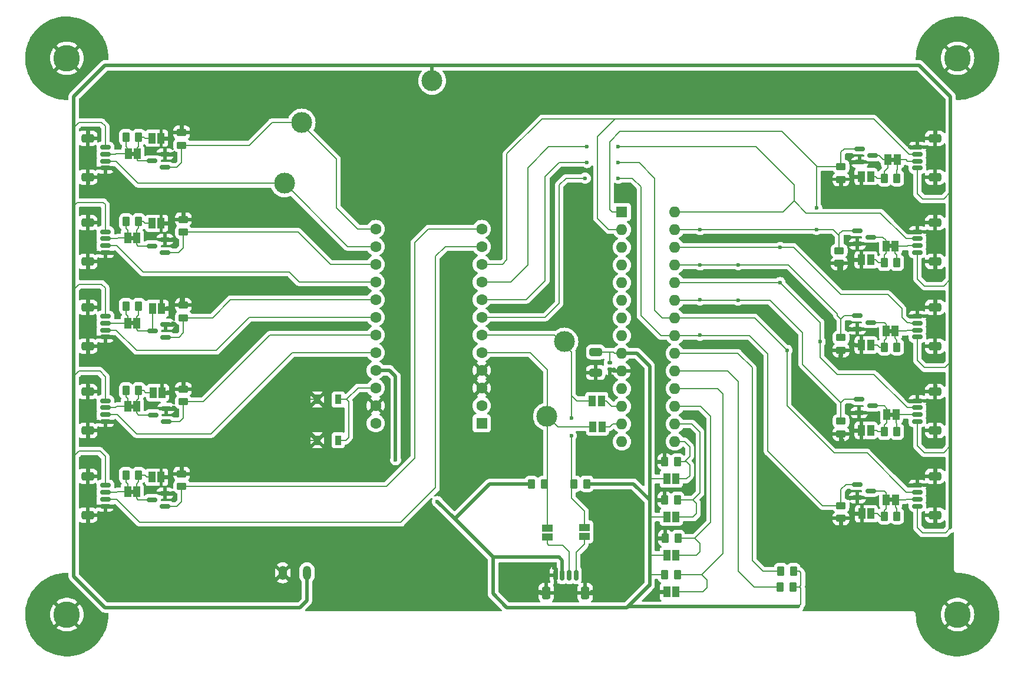
<source format=gbr>
%TF.GenerationSoftware,KiCad,Pcbnew,8.0.1-8.0.1-1~ubuntu22.04.1*%
%TF.CreationDate,2024-05-04T15:14:31+02:00*%
%TF.ProjectId,elec,656c6563-2e6b-4696-9361-645f70636258,v1*%
%TF.SameCoordinates,Original*%
%TF.FileFunction,Copper,L1,Top*%
%TF.FilePolarity,Positive*%
%FSLAX46Y46*%
G04 Gerber Fmt 4.6, Leading zero omitted, Abs format (unit mm)*
G04 Created by KiCad (PCBNEW 8.0.1-8.0.1-1~ubuntu22.04.1) date 2024-05-04 15:14:31*
%MOMM*%
%LPD*%
G01*
G04 APERTURE LIST*
G04 Aperture macros list*
%AMRoundRect*
0 Rectangle with rounded corners*
0 $1 Rounding radius*
0 $2 $3 $4 $5 $6 $7 $8 $9 X,Y pos of 4 corners*
0 Add a 4 corners polygon primitive as box body*
4,1,4,$2,$3,$4,$5,$6,$7,$8,$9,$2,$3,0*
0 Add four circle primitives for the rounded corners*
1,1,$1+$1,$2,$3*
1,1,$1+$1,$4,$5*
1,1,$1+$1,$6,$7*
1,1,$1+$1,$8,$9*
0 Add four rect primitives between the rounded corners*
20,1,$1+$1,$2,$3,$4,$5,0*
20,1,$1+$1,$4,$5,$6,$7,0*
20,1,$1+$1,$6,$7,$8,$9,0*
20,1,$1+$1,$8,$9,$2,$3,0*%
G04 Aperture macros list end*
%TA.AperFunction,EtchedComponent*%
%ADD10C,0.000000*%
%TD*%
%TA.AperFunction,SMDPad,CuDef*%
%ADD11R,1.500000X1.000000*%
%TD*%
%TA.AperFunction,SMDPad,CuDef*%
%ADD12RoundRect,0.150000X-0.587500X-0.150000X0.587500X-0.150000X0.587500X0.150000X-0.587500X0.150000X0*%
%TD*%
%TA.AperFunction,ComponentPad*%
%ADD13R,1.600000X1.600000*%
%TD*%
%TA.AperFunction,ComponentPad*%
%ADD14O,1.600000X1.600000*%
%TD*%
%TA.AperFunction,ComponentPad*%
%ADD15C,2.600000*%
%TD*%
%TA.AperFunction,ConnectorPad*%
%ADD16C,3.800000*%
%TD*%
%TA.AperFunction,ComponentPad*%
%ADD17C,3.000000*%
%TD*%
%TA.AperFunction,SMDPad,CuDef*%
%ADD18R,1.000000X1.500000*%
%TD*%
%TA.AperFunction,SMDPad,CuDef*%
%ADD19RoundRect,0.150000X0.625000X-0.150000X0.625000X0.150000X-0.625000X0.150000X-0.625000X-0.150000X0*%
%TD*%
%TA.AperFunction,SMDPad,CuDef*%
%ADD20RoundRect,0.250000X0.650000X-0.350000X0.650000X0.350000X-0.650000X0.350000X-0.650000X-0.350000X0*%
%TD*%
%TA.AperFunction,SMDPad,CuDef*%
%ADD21RoundRect,0.150000X-0.625000X0.150000X-0.625000X-0.150000X0.625000X-0.150000X0.625000X0.150000X0*%
%TD*%
%TA.AperFunction,SMDPad,CuDef*%
%ADD22RoundRect,0.250000X-0.650000X0.350000X-0.650000X-0.350000X0.650000X-0.350000X0.650000X0.350000X0*%
%TD*%
%TA.AperFunction,SMDPad,CuDef*%
%ADD23RoundRect,0.250000X0.262500X0.450000X-0.262500X0.450000X-0.262500X-0.450000X0.262500X-0.450000X0*%
%TD*%
%TA.AperFunction,SMDPad,CuDef*%
%ADD24RoundRect,0.250000X-0.450000X0.262500X-0.450000X-0.262500X0.450000X-0.262500X0.450000X0.262500X0*%
%TD*%
%TA.AperFunction,SMDPad,CuDef*%
%ADD25R,0.900000X1.350000*%
%TD*%
%TA.AperFunction,SMDPad,CuDef*%
%ADD26RoundRect,0.250000X-0.262500X-0.450000X0.262500X-0.450000X0.262500X0.450000X-0.262500X0.450000X0*%
%TD*%
%TA.AperFunction,SMDPad,CuDef*%
%ADD27RoundRect,0.150000X0.587500X0.150000X-0.587500X0.150000X-0.587500X-0.150000X0.587500X-0.150000X0*%
%TD*%
%TA.AperFunction,SMDPad,CuDef*%
%ADD28RoundRect,0.250000X0.450000X-0.262500X0.450000X0.262500X-0.450000X0.262500X-0.450000X-0.262500X0*%
%TD*%
%TA.AperFunction,SMDPad,CuDef*%
%ADD29RoundRect,0.150000X0.150000X0.625000X-0.150000X0.625000X-0.150000X-0.625000X0.150000X-0.625000X0*%
%TD*%
%TA.AperFunction,SMDPad,CuDef*%
%ADD30RoundRect,0.250000X0.350000X0.650000X-0.350000X0.650000X-0.350000X-0.650000X0.350000X-0.650000X0*%
%TD*%
%TA.AperFunction,ComponentPad*%
%ADD31O,1.200000X2.000000*%
%TD*%
%TA.AperFunction,SMDPad,CuDef*%
%ADD32RoundRect,0.250000X-0.650000X0.325000X-0.650000X-0.325000X0.650000X-0.325000X0.650000X0.325000X0*%
%TD*%
%TA.AperFunction,ComponentPad*%
%ADD33C,1.600000*%
%TD*%
%TA.AperFunction,SMDPad,CuDef*%
%ADD34RoundRect,0.140000X-0.170000X0.140000X-0.170000X-0.140000X0.170000X-0.140000X0.170000X0.140000X0*%
%TD*%
%TA.AperFunction,ViaPad*%
%ADD35C,0.600000*%
%TD*%
%TA.AperFunction,Conductor*%
%ADD36C,0.200000*%
%TD*%
%TA.AperFunction,Conductor*%
%ADD37C,0.600000*%
%TD*%
%TA.AperFunction,Conductor*%
%ADD38C,0.500000*%
%TD*%
%TA.AperFunction,Conductor*%
%ADD39C,0.150000*%
%TD*%
G04 APERTURE END LIST*
D10*
%TA.AperFunction,EtchedComponent*%
%TO.C,JP15*%
G36*
X32750000Y-36050000D02*
G01*
X32250000Y-36050000D01*
X32250000Y-35450000D01*
X32750000Y-35450000D01*
X32750000Y-36050000D01*
G37*
%TD.AperFunction*%
%TA.AperFunction,EtchedComponent*%
%TO.C,JP25*%
G36*
X141912500Y-36900000D02*
G01*
X141412500Y-36900000D01*
X141412500Y-36300000D01*
X141912500Y-36300000D01*
X141912500Y-36900000D01*
G37*
%TD.AperFunction*%
%TA.AperFunction,EtchedComponent*%
%TO.C,JP33*%
G36*
X141650000Y-85800000D02*
G01*
X141150000Y-85800000D01*
X141150000Y-85200000D01*
X141650000Y-85200000D01*
X141650000Y-85800000D01*
G37*
%TD.AperFunction*%
%TA.AperFunction,EtchedComponent*%
%TO.C,JP21*%
G36*
X32632500Y-72366250D02*
G01*
X32132500Y-72366250D01*
X32132500Y-71766250D01*
X32632500Y-71766250D01*
X32632500Y-72366250D01*
G37*
%TD.AperFunction*%
%TA.AperFunction,EtchedComponent*%
%TO.C,JP23*%
G36*
X32632500Y-84650000D02*
G01*
X32132500Y-84650000D01*
X32132500Y-84050000D01*
X32632500Y-84050000D01*
X32632500Y-84650000D01*
G37*
%TD.AperFunction*%
%TA.AperFunction,EtchedComponent*%
%TO.C,JP17*%
G36*
X32632500Y-48150000D02*
G01*
X32132500Y-48150000D01*
X32132500Y-47550000D01*
X32632500Y-47550000D01*
X32632500Y-48150000D01*
G37*
%TD.AperFunction*%
%TA.AperFunction,EtchedComponent*%
%TO.C,JP19*%
G36*
X32632500Y-60400000D02*
G01*
X32132500Y-60400000D01*
X32132500Y-59800000D01*
X32632500Y-59800000D01*
X32632500Y-60400000D01*
G37*
%TD.AperFunction*%
%TA.AperFunction,EtchedComponent*%
%TO.C,JP31*%
G36*
X141750000Y-73550000D02*
G01*
X141250000Y-73550000D01*
X141250000Y-72950000D01*
X141750000Y-72950000D01*
X141750000Y-73550000D01*
G37*
%TD.AperFunction*%
%TA.AperFunction,EtchedComponent*%
%TO.C,JP29*%
G36*
X141600000Y-61550000D02*
G01*
X141100000Y-61550000D01*
X141100000Y-60950000D01*
X141600000Y-60950000D01*
X141600000Y-61550000D01*
G37*
%TD.AperFunction*%
%TA.AperFunction,EtchedComponent*%
%TO.C,JP27*%
G36*
X141600000Y-49300000D02*
G01*
X141100000Y-49300000D01*
X141100000Y-48700000D01*
X141600000Y-48700000D01*
X141600000Y-49300000D01*
G37*
%TD.AperFunction*%
%TD*%
D11*
%TO.P,JP11,1,A*%
%TO.N,Net-(J2-Pin_2)*%
X92050000Y-90850000D03*
%TO.P,JP11,2,B*%
%TO.N,/SDA*%
X92050000Y-89550000D03*
%TD*%
D12*
%TO.P,Q7,1,G*%
%TO.N,/LA7*%
X136625000Y-46800000D03*
%TO.P,Q7,2,S*%
%TO.N,GND*%
X136625000Y-48700000D03*
%TO.P,Q7,3,D*%
%TO.N,Net-(JP27-A)*%
X138500000Y-47750000D03*
%TD*%
D13*
%TO.P,U1,1,GPB0*%
%TO.N,/LA6*%
X102750000Y-44100000D03*
D14*
%TO.P,U1,2,GPB1*%
%TO.N,/BTN6*%
X102750000Y-46640000D03*
%TO.P,U1,3,GPB2*%
%TO.N,unconnected-(U1-GPB2-Pad3)*%
X102750000Y-49180000D03*
%TO.P,U1,4,GPB3*%
%TO.N,unconnected-(U1-GPB3-Pad4)*%
X102750000Y-51720000D03*
%TO.P,U1,5,GPB4*%
%TO.N,unconnected-(U1-GPB4-Pad5)*%
X102750000Y-54260000D03*
%TO.P,U1,6,GPB5*%
%TO.N,unconnected-(U1-GPB5-Pad6)*%
X102750000Y-56800000D03*
%TO.P,U1,7,GPB6*%
%TO.N,unconnected-(U1-GPB6-Pad7)*%
X102750000Y-59340000D03*
%TO.P,U1,8,GPB7*%
%TO.N,unconnected-(U1-GPB7-Pad8)*%
X102750000Y-61880000D03*
%TO.P,U1,9,VDD*%
%TO.N,+5V*%
X102750000Y-64420000D03*
%TO.P,U1,10,VSS*%
%TO.N,GND*%
X102750000Y-66960000D03*
%TO.P,U1,11,NC*%
%TO.N,unconnected-(U1-NC-Pad11)*%
X102750000Y-69500000D03*
%TO.P,U1,12,SCK*%
%TO.N,Net-(JP12-A)*%
X102750000Y-72040000D03*
%TO.P,U1,13,SDA*%
%TO.N,Net-(JP14-B)*%
X102750000Y-74580000D03*
%TO.P,U1,14,NC*%
%TO.N,unconnected-(U1-NC-Pad14)*%
X102750000Y-77120000D03*
%TO.P,U1,15,A0*%
%TO.N,Net-(JP9-B)*%
X110370000Y-77120000D03*
%TO.P,U1,16,A1*%
%TO.N,Net-(JP8-B)*%
X110370000Y-74580000D03*
%TO.P,U1,17,A2*%
%TO.N,Net-(JP7-B)*%
X110370000Y-72040000D03*
%TO.P,U1,18,~{RESET}*%
%TO.N,Net-(JP10-B)*%
X110370000Y-69500000D03*
%TO.P,U1,19,INTB*%
%TO.N,Net-(U1-INTB)*%
X110370000Y-66960000D03*
%TO.P,U1,20,INTA*%
%TO.N,Net-(U1-INTA)*%
X110370000Y-64420000D03*
%TO.P,U1,21,GPA0*%
%TO.N,/LA10*%
X110370000Y-61880000D03*
%TO.P,U1,22,GPA1*%
%TO.N,/BTN10*%
X110370000Y-59340000D03*
%TO.P,U1,23,GPA2*%
%TO.N,/LA9*%
X110370000Y-56800000D03*
%TO.P,U1,24,GPA3*%
%TO.N,/BTN9*%
X110370000Y-54260000D03*
%TO.P,U1,25,GPA4*%
%TO.N,/LA8*%
X110370000Y-51720000D03*
%TO.P,U1,26,GPA5*%
%TO.N,/BTN8*%
X110370000Y-49180000D03*
%TO.P,U1,27,GPA6*%
%TO.N,/LA7*%
X110370000Y-46640000D03*
%TO.P,U1,28,GPA7*%
%TO.N,/BTN7*%
X110370000Y-44100000D03*
%TD*%
D15*
%TO.P,REF\u002A\u002A,1*%
%TO.N,GND*%
X23000000Y-102000000D03*
D16*
X23000000Y-102000000D03*
%TD*%
D12*
%TO.P,Q10,1,G*%
%TO.N,/LA10*%
X136625000Y-83300000D03*
%TO.P,Q10,2,S*%
%TO.N,GND*%
X136625000Y-85200000D03*
%TO.P,Q10,3,D*%
%TO.N,Net-(JP33-A)*%
X138500000Y-84250000D03*
%TD*%
D17*
%TO.P,TP3,1,1*%
%TO.N,+24V*%
X75500000Y-25250000D03*
%TD*%
D18*
%TO.P,JP12,1,A*%
%TO.N,Net-(JP12-A)*%
X99800000Y-71250000D03*
%TO.P,JP12,2,B*%
%TO.N,/SCL*%
X98500000Y-71250000D03*
%TD*%
D19*
%TO.P,J4,1,Pin_1*%
%TO.N,GND*%
X28525000Y-49950000D03*
%TO.P,J4,2,Pin_2*%
%TO.N,/BTN2*%
X28525000Y-48950000D03*
%TO.P,J4,3,Pin_3*%
%TO.N,/switch_connector2/CONN*%
X28525000Y-47950000D03*
%TO.P,J4,4,Pin_4*%
%TO.N,+24V*%
X28525000Y-46950000D03*
D20*
%TO.P,J4,SH,Shield*%
%TO.N,GND*%
X26000000Y-51250000D03*
X26000000Y-45650000D03*
%TD*%
D18*
%TO.P,JP34,1,A*%
%TO.N,Net-(JP33-A)*%
X138550000Y-87500000D03*
%TO.P,JP34,2,B*%
%TO.N,GND*%
X137250000Y-87500000D03*
%TD*%
%TO.P,JP9,1,A*%
%TO.N,+5V*%
X109200000Y-82500000D03*
%TO.P,JP9,2,B*%
%TO.N,Net-(JP9-B)*%
X110500000Y-82500000D03*
%TD*%
D21*
%TO.P,J12,1,Pin_1*%
%TO.N,GND*%
X145225000Y-83400000D03*
%TO.P,J12,2,Pin_2*%
%TO.N,/BTN10*%
X145225000Y-84400000D03*
%TO.P,J12,3,Pin_3*%
%TO.N,/switch_connector10/CONN*%
X145225000Y-85400000D03*
%TO.P,J12,4,Pin_4*%
%TO.N,+24V*%
X145225000Y-86400000D03*
D22*
%TO.P,J12,SH,Shield*%
%TO.N,GND*%
X147750000Y-82100000D03*
X147750000Y-87700000D03*
%TD*%
D12*
%TO.P,Q8,1,G*%
%TO.N,/LA8*%
X136625000Y-59050000D03*
%TO.P,Q8,2,S*%
%TO.N,GND*%
X136625000Y-60950000D03*
%TO.P,Q8,3,D*%
%TO.N,Net-(JP29-A)*%
X138500000Y-60000000D03*
%TD*%
D23*
%TO.P,R5,1*%
%TO.N,+5V*%
X127412500Y-95750000D03*
%TO.P,R5,2*%
%TO.N,Net-(U1-INTA)*%
X125587500Y-95750000D03*
%TD*%
D18*
%TO.P,JP14,1,A*%
%TO.N,/SDA*%
X98600000Y-75000000D03*
%TO.P,JP14,2,B*%
%TO.N,Net-(JP14-B)*%
X99900000Y-75000000D03*
%TD*%
%TO.P,JP20,1,A*%
%TO.N,Net-(JP19-A)*%
X35330000Y-58000000D03*
%TO.P,JP20,2,B*%
%TO.N,GND*%
X36630000Y-58000000D03*
%TD*%
%TO.P,JP8,1,A*%
%TO.N,+5V*%
X109200000Y-88000000D03*
%TO.P,JP8,2,B*%
%TO.N,Net-(JP8-B)*%
X110500000Y-88000000D03*
%TD*%
D17*
%TO.P,TP1,1,1*%
%TO.N,/LA1*%
X56750000Y-31250000D03*
%TD*%
D18*
%TO.P,JP22,1,A*%
%TO.N,Net-(JP21-A)*%
X35392500Y-70100000D03*
%TO.P,JP22,2,B*%
%TO.N,GND*%
X36692500Y-70100000D03*
%TD*%
%TO.P,JP15,1,A*%
%TO.N,Net-(JP15-A)*%
X33150000Y-35750000D03*
%TO.P,JP15,2,B*%
%TO.N,/switch_connector1/CONN*%
X31850000Y-35750000D03*
%TD*%
%TO.P,JP10,1,A*%
%TO.N,GND*%
X109200000Y-98750000D03*
%TO.P,JP10,2,B*%
%TO.N,Net-(JP10-B)*%
X110500000Y-98750000D03*
%TD*%
%TO.P,JP25,1,A*%
%TO.N,Net-(JP25-A)*%
X141012500Y-36600000D03*
%TO.P,JP25,2,B*%
%TO.N,/switch_connector6/CONN*%
X142312500Y-36600000D03*
%TD*%
D19*
%TO.P,J6,1,Pin_1*%
%TO.N,GND*%
X28525000Y-74250000D03*
%TO.P,J6,2,Pin_2*%
%TO.N,/BTN4*%
X28525000Y-73250000D03*
%TO.P,J6,3,Pin_3*%
%TO.N,/switch_connector4/CONN*%
X28525000Y-72250000D03*
%TO.P,J6,4,Pin_4*%
%TO.N,+24V*%
X28525000Y-71250000D03*
D20*
%TO.P,J6,SH,Shield*%
%TO.N,GND*%
X26000000Y-75550000D03*
X26000000Y-69950000D03*
%TD*%
D24*
%TO.P,R27,1*%
%TO.N,/LA10*%
X134250000Y-86337500D03*
%TO.P,R27,2*%
%TO.N,GND*%
X134250000Y-88162500D03*
%TD*%
D18*
%TO.P,JP32,1,A*%
%TO.N,Net-(JP31-A)*%
X138500000Y-75500000D03*
%TO.P,JP32,2,B*%
%TO.N,GND*%
X137200000Y-75500000D03*
%TD*%
D21*
%TO.P,J10,1,Pin_1*%
%TO.N,GND*%
X145225000Y-59100000D03*
%TO.P,J10,2,Pin_2*%
%TO.N,/BTN8*%
X145225000Y-60100000D03*
%TO.P,J10,3,Pin_3*%
%TO.N,/switch_connector8/CONN*%
X145225000Y-61100000D03*
%TO.P,J10,4,Pin_4*%
%TO.N,+24V*%
X145225000Y-62100000D03*
D22*
%TO.P,J10,SH,Shield*%
%TO.N,GND*%
X147750000Y-57800000D03*
X147750000Y-63400000D03*
%TD*%
D25*
%TO.P,SW1,1*%
%TO.N,Net-(MCU1-RST)*%
X62000000Y-76925000D03*
X62000000Y-71075000D03*
%TO.P,SW1,2*%
%TO.N,GND*%
X59000000Y-76925000D03*
X59000000Y-71075000D03*
%TD*%
D26*
%TO.P,R7,1*%
%TO.N,+5V*%
X89775000Y-83250000D03*
%TO.P,R7,2*%
%TO.N,/SDA*%
X91600000Y-83250000D03*
%TD*%
D18*
%TO.P,JP16,1,A*%
%TO.N,Net-(JP15-A)*%
X35250000Y-33500000D03*
%TO.P,JP16,2,B*%
%TO.N,GND*%
X36550000Y-33500000D03*
%TD*%
D26*
%TO.P,R12,1*%
%TO.N,/switch_connector2/CONN*%
X31500000Y-45500000D03*
%TO.P,R12,2*%
%TO.N,Net-(JP17-A)*%
X33325000Y-45500000D03*
%TD*%
D27*
%TO.P,Q3,1,G*%
%TO.N,/LA3*%
X37187500Y-62150000D03*
%TO.P,Q3,2,S*%
%TO.N,GND*%
X37187500Y-60250000D03*
%TO.P,Q3,3,D*%
%TO.N,Net-(JP19-A)*%
X35312500Y-61200000D03*
%TD*%
D18*
%TO.P,JP24,1,A*%
%TO.N,Net-(JP23-A)*%
X35250000Y-82250000D03*
%TO.P,JP24,2,B*%
%TO.N,GND*%
X36550000Y-82250000D03*
%TD*%
D27*
%TO.P,Q5,1,G*%
%TO.N,/LA5*%
X37125000Y-86450000D03*
%TO.P,Q5,2,S*%
%TO.N,GND*%
X37125000Y-84550000D03*
%TO.P,Q5,3,D*%
%TO.N,Net-(JP23-A)*%
X35250000Y-85500000D03*
%TD*%
D23*
%TO.P,R3,1*%
%TO.N,Net-(JP9-B)*%
X110750000Y-80000000D03*
%TO.P,R3,2*%
%TO.N,GND*%
X108925000Y-80000000D03*
%TD*%
D17*
%TO.P,TP5,1,1*%
%TO.N,/SCL*%
X94500000Y-62750000D03*
%TD*%
D18*
%TO.P,JP26,1,A*%
%TO.N,Net-(JP25-A)*%
X138500000Y-39000000D03*
%TO.P,JP26,2,B*%
%TO.N,GND*%
X137200000Y-39000000D03*
%TD*%
%TO.P,JP33,1,A*%
%TO.N,Net-(JP33-A)*%
X140750000Y-85500000D03*
%TO.P,JP33,2,B*%
%TO.N,/switch_connector10/CONN*%
X142050000Y-85500000D03*
%TD*%
D23*
%TO.P,R20,1*%
%TO.N,/switch_connector6/CONN*%
X142300000Y-39250000D03*
%TO.P,R20,2*%
%TO.N,Net-(JP25-A)*%
X140475000Y-39250000D03*
%TD*%
D19*
%TO.P,J3,1,Pin_1*%
%TO.N,GND*%
X28525000Y-37800000D03*
%TO.P,J3,2,Pin_2*%
%TO.N,/BTN1*%
X28525000Y-36800000D03*
%TO.P,J3,3,Pin_3*%
%TO.N,/switch_connector1/CONN*%
X28525000Y-35800000D03*
%TO.P,J3,4,Pin_4*%
%TO.N,+24V*%
X28525000Y-34800000D03*
D20*
%TO.P,J3,SH,Shield*%
%TO.N,GND*%
X26000000Y-39100000D03*
X26000000Y-33500000D03*
%TD*%
D27*
%TO.P,Q1,1,G*%
%TO.N,/LA1*%
X37125000Y-37700000D03*
%TO.P,Q1,2,S*%
%TO.N,GND*%
X37125000Y-35800000D03*
%TO.P,Q1,3,D*%
%TO.N,Net-(JP15-A)*%
X35250000Y-36750000D03*
%TD*%
D23*
%TO.P,R2,1*%
%TO.N,Net-(JP8-B)*%
X110750000Y-85500000D03*
%TO.P,R2,2*%
%TO.N,GND*%
X108925000Y-85500000D03*
%TD*%
%TO.P,R26,1*%
%TO.N,/switch_connector9/CONN*%
X142300000Y-75700000D03*
%TO.P,R26,2*%
%TO.N,Net-(JP31-A)*%
X140475000Y-75700000D03*
%TD*%
D28*
%TO.P,R15,1*%
%TO.N,/LA4*%
X39750000Y-71412500D03*
%TO.P,R15,2*%
%TO.N,GND*%
X39750000Y-69587500D03*
%TD*%
D23*
%TO.P,R22,1*%
%TO.N,/switch_connector7/CONN*%
X142300000Y-51400000D03*
%TO.P,R22,2*%
%TO.N,Net-(JP27-A)*%
X140475000Y-51400000D03*
%TD*%
D15*
%TO.P,REF\u002A\u002A,1*%
%TO.N,GND*%
X23000000Y-22000000D03*
D16*
X23000000Y-22000000D03*
%TD*%
D18*
%TO.P,JP18,1,A*%
%TO.N,Net-(JP17-A)*%
X35250000Y-45750000D03*
%TO.P,JP18,2,B*%
%TO.N,GND*%
X36550000Y-45750000D03*
%TD*%
%TO.P,JP21,1,A*%
%TO.N,Net-(JP21-A)*%
X33032500Y-72066250D03*
%TO.P,JP21,2,B*%
%TO.N,/switch_connector4/CONN*%
X31732500Y-72066250D03*
%TD*%
%TO.P,JP23,1,A*%
%TO.N,Net-(JP23-A)*%
X33032500Y-84350000D03*
%TO.P,JP23,2,B*%
%TO.N,/switch_connector5/CONN*%
X31732500Y-84350000D03*
%TD*%
D15*
%TO.P,REF\u002A\u002A,1*%
%TO.N,GND*%
X151000000Y-22000000D03*
D16*
X151000000Y-22000000D03*
%TD*%
D18*
%TO.P,JP17,1,A*%
%TO.N,Net-(JP17-A)*%
X33032500Y-47850000D03*
%TO.P,JP17,2,B*%
%TO.N,/switch_connector2/CONN*%
X31732500Y-47850000D03*
%TD*%
D29*
%TO.P,J2,1,Pin_1*%
%TO.N,Net-(J2-Pin_1)*%
X96200000Y-96325000D03*
%TO.P,J2,2,Pin_2*%
%TO.N,Net-(J2-Pin_2)*%
X95200000Y-96325000D03*
%TO.P,J2,3,Pin_3*%
%TO.N,+5V*%
X94200000Y-96325000D03*
%TO.P,J2,4,Pin_4*%
%TO.N,GND*%
X93200000Y-96325000D03*
D30*
%TO.P,J2,SH,Shield*%
X97500000Y-98850000D03*
X91900000Y-98850000D03*
%TD*%
D19*
%TO.P,J7,1,Pin_1*%
%TO.N,GND*%
X28525000Y-86400000D03*
%TO.P,J7,2,Pin_2*%
%TO.N,/BTN5*%
X28525000Y-85400000D03*
%TO.P,J7,3,Pin_3*%
%TO.N,/switch_connector5/CONN*%
X28525000Y-84400000D03*
%TO.P,J7,4,Pin_4*%
%TO.N,+24V*%
X28525000Y-83400000D03*
D20*
%TO.P,J7,SH,Shield*%
%TO.N,GND*%
X26000000Y-87700000D03*
X26000000Y-82100000D03*
%TD*%
D26*
%TO.P,R16,1*%
%TO.N,/switch_connector4/CONN*%
X31500000Y-69800000D03*
%TO.P,R16,2*%
%TO.N,Net-(JP21-A)*%
X33325000Y-69800000D03*
%TD*%
D31*
%TO.P,J1,1,Pin_1*%
%TO.N,GND*%
X54000000Y-96000000D03*
%TO.P,J1,2,Pin_2*%
%TO.N,+24V*%
X57500000Y-96000000D03*
%TD*%
D12*
%TO.P,Q9,1,G*%
%TO.N,/LA9*%
X136875000Y-71050000D03*
%TO.P,Q9,2,S*%
%TO.N,GND*%
X136875000Y-72950000D03*
%TO.P,Q9,3,D*%
%TO.N,Net-(JP31-A)*%
X138750000Y-72000000D03*
%TD*%
D23*
%TO.P,R24,1*%
%TO.N,/switch_connector8/CONN*%
X142300000Y-63550000D03*
%TO.P,R24,2*%
%TO.N,Net-(JP29-A)*%
X140475000Y-63550000D03*
%TD*%
D21*
%TO.P,J9,1,Pin_1*%
%TO.N,GND*%
X145225000Y-46950000D03*
%TO.P,J9,2,Pin_2*%
%TO.N,/BTN7*%
X145225000Y-47950000D03*
%TO.P,J9,3,Pin_3*%
%TO.N,/switch_connector7/CONN*%
X145225000Y-48950000D03*
%TO.P,J9,4,Pin_4*%
%TO.N,+24V*%
X145225000Y-49950000D03*
D22*
%TO.P,J9,SH,Shield*%
%TO.N,GND*%
X147750000Y-45650000D03*
X147750000Y-51250000D03*
%TD*%
D18*
%TO.P,JP19,1,A*%
%TO.N,Net-(JP19-A)*%
X33032500Y-60100000D03*
%TO.P,JP19,2,B*%
%TO.N,/switch_connector3/CONN*%
X31732500Y-60100000D03*
%TD*%
%TO.P,JP28,1,A*%
%TO.N,Net-(JP27-A)*%
X138500000Y-51000000D03*
%TO.P,JP28,2,B*%
%TO.N,GND*%
X137200000Y-51000000D03*
%TD*%
D12*
%TO.P,Q6,1,G*%
%TO.N,/LA6*%
X136950000Y-35050000D03*
%TO.P,Q6,2,S*%
%TO.N,GND*%
X136950000Y-36950000D03*
%TO.P,Q6,3,D*%
%TO.N,Net-(JP25-A)*%
X138825000Y-36000000D03*
%TD*%
D27*
%TO.P,Q4,1,G*%
%TO.N,/LA4*%
X37250000Y-74250000D03*
%TO.P,Q4,2,S*%
%TO.N,GND*%
X37250000Y-72350000D03*
%TO.P,Q4,3,D*%
%TO.N,Net-(JP21-A)*%
X35375000Y-73300000D03*
%TD*%
D23*
%TO.P,R1,1*%
%TO.N,Net-(JP7-B)*%
X110825000Y-91000000D03*
%TO.P,R1,2*%
%TO.N,GND*%
X109000000Y-91000000D03*
%TD*%
D32*
%TO.P,C2,1*%
%TO.N,+5V*%
X99000000Y-64250000D03*
%TO.P,C2,2*%
%TO.N,GND*%
X99000000Y-67200000D03*
%TD*%
D19*
%TO.P,J5,1,Pin_1*%
%TO.N,GND*%
X28525000Y-62100000D03*
%TO.P,J5,2,Pin_2*%
%TO.N,/BTN3*%
X28525000Y-61100000D03*
%TO.P,J5,3,Pin_3*%
%TO.N,/switch_connector3/CONN*%
X28525000Y-60100000D03*
%TO.P,J5,4,Pin_4*%
%TO.N,+24V*%
X28525000Y-59100000D03*
D20*
%TO.P,J5,SH,Shield*%
%TO.N,GND*%
X26000000Y-63400000D03*
X26000000Y-57800000D03*
%TD*%
D21*
%TO.P,J11,1,Pin_1*%
%TO.N,GND*%
X145225000Y-71250000D03*
%TO.P,J11,2,Pin_2*%
%TO.N,/BTN9*%
X145225000Y-72250000D03*
%TO.P,J11,3,Pin_3*%
%TO.N,/switch_connector9/CONN*%
X145225000Y-73250000D03*
%TO.P,J11,4,Pin_4*%
%TO.N,+24V*%
X145225000Y-74250000D03*
D22*
%TO.P,J11,SH,Shield*%
%TO.N,GND*%
X147750000Y-69950000D03*
X147750000Y-75550000D03*
%TD*%
D28*
%TO.P,R17,1*%
%TO.N,/LA5*%
X39500000Y-83575000D03*
%TO.P,R17,2*%
%TO.N,GND*%
X39500000Y-81750000D03*
%TD*%
D15*
%TO.P,REF\u002A\u002A,1*%
%TO.N,GND*%
X151000000Y-102000000D03*
D16*
X151000000Y-102000000D03*
%TD*%
D18*
%TO.P,JP31,1,A*%
%TO.N,Net-(JP31-A)*%
X140850000Y-73250000D03*
%TO.P,JP31,2,B*%
%TO.N,/switch_connector9/CONN*%
X142150000Y-73250000D03*
%TD*%
D28*
%TO.P,R9,1*%
%TO.N,/LA1*%
X39500000Y-34500000D03*
%TO.P,R9,2*%
%TO.N,GND*%
X39500000Y-32675000D03*
%TD*%
D18*
%TO.P,JP30,1,A*%
%TO.N,Net-(JP29-A)*%
X138500000Y-63250000D03*
%TO.P,JP30,2,B*%
%TO.N,GND*%
X137200000Y-63250000D03*
%TD*%
D24*
%TO.P,R19,1*%
%TO.N,/LA6*%
X134250000Y-37587500D03*
%TO.P,R19,2*%
%TO.N,GND*%
X134250000Y-39412500D03*
%TD*%
%TO.P,R23,1*%
%TO.N,/LA8*%
X134250000Y-62175000D03*
%TO.P,R23,2*%
%TO.N,GND*%
X134250000Y-64000000D03*
%TD*%
D26*
%TO.P,R4,1*%
%TO.N,+5V*%
X108925000Y-96250000D03*
%TO.P,R4,2*%
%TO.N,Net-(JP10-B)*%
X110750000Y-96250000D03*
%TD*%
%TO.P,R14,1*%
%TO.N,/switch_connector3/CONN*%
X31500000Y-57650000D03*
%TO.P,R14,2*%
%TO.N,Net-(JP19-A)*%
X33325000Y-57650000D03*
%TD*%
D24*
%TO.P,R25,1*%
%TO.N,/LA9*%
X134250000Y-74175000D03*
%TO.P,R25,2*%
%TO.N,GND*%
X134250000Y-76000000D03*
%TD*%
D27*
%TO.P,Q2,1,G*%
%TO.N,/LA2*%
X37125000Y-49950000D03*
%TO.P,Q2,2,S*%
%TO.N,GND*%
X37125000Y-48050000D03*
%TO.P,Q2,3,D*%
%TO.N,Net-(JP17-A)*%
X35250000Y-49000000D03*
%TD*%
D23*
%TO.P,R6,1*%
%TO.N,+5V*%
X127325000Y-98000000D03*
%TO.P,R6,2*%
%TO.N,Net-(U1-INTB)*%
X125500000Y-98000000D03*
%TD*%
D17*
%TO.P,TP2,1,1*%
%TO.N,/BTN1*%
X54250000Y-40000000D03*
%TD*%
D24*
%TO.P,R21,1*%
%TO.N,/LA7*%
X134000000Y-49675000D03*
%TO.P,R21,2*%
%TO.N,GND*%
X134000000Y-51500000D03*
%TD*%
D18*
%TO.P,JP7,1,A*%
%TO.N,+5V*%
X109200000Y-93500000D03*
%TO.P,JP7,2,B*%
%TO.N,Net-(JP7-B)*%
X110500000Y-93500000D03*
%TD*%
D28*
%TO.P,R13,1*%
%TO.N,/LA3*%
X39750000Y-59325000D03*
%TO.P,R13,2*%
%TO.N,GND*%
X39750000Y-57500000D03*
%TD*%
D23*
%TO.P,R28,1*%
%TO.N,/switch_connector10/CONN*%
X142300000Y-87850000D03*
%TO.P,R28,2*%
%TO.N,Net-(JP33-A)*%
X140475000Y-87850000D03*
%TD*%
%TO.P,R8,1*%
%TO.N,+5V*%
X97725000Y-83200000D03*
%TO.P,R8,2*%
%TO.N,/SCL*%
X95900000Y-83200000D03*
%TD*%
D18*
%TO.P,JP29,1,A*%
%TO.N,Net-(JP29-A)*%
X140700000Y-61250000D03*
%TO.P,JP29,2,B*%
%TO.N,/switch_connector8/CONN*%
X142000000Y-61250000D03*
%TD*%
D13*
%TO.P,MCU1,1,TX0*%
%TO.N,unconnected-(MCU1-TX0-Pad1)*%
X82620000Y-74490000D03*
D33*
%TO.P,MCU1,2,RX1*%
%TO.N,unconnected-(MCU1-RX1-Pad2)*%
X82620000Y-71950000D03*
%TO.P,MCU1,3,GND*%
%TO.N,GND*%
X82620000Y-69410000D03*
%TO.P,MCU1,4,GND*%
X82620000Y-66870000D03*
%TO.P,MCU1,5,2*%
%TO.N,/SDA*%
X82620000Y-64330000D03*
%TO.P,MCU1,6,3*%
%TO.N,/SCL*%
X82620000Y-61790000D03*
%TO.P,MCU1,7,4*%
%TO.N,/LA10*%
X82620000Y-59250000D03*
%TO.P,MCU1,8,5*%
%TO.N,/BTN10*%
X82620000Y-56710000D03*
%TO.P,MCU1,9,6*%
%TO.N,/BTN7*%
X82620000Y-54170000D03*
%TO.P,MCU1,10,7*%
%TO.N,/BTN6*%
X82620000Y-51630000D03*
%TO.P,MCU1,11,9*%
%TO.N,/BTN5*%
X82620000Y-49090000D03*
%TO.P,MCU1,12,8*%
%TO.N,/LA5*%
X82620000Y-46550000D03*
%TO.P,MCU1,13,10*%
%TO.N,/LA1*%
X67380000Y-46550000D03*
%TO.P,MCU1,14,16*%
%TO.N,/BTN1*%
X67380000Y-49090000D03*
%TO.P,MCU1,15,14*%
%TO.N,/LA2*%
X67380000Y-51630000D03*
%TO.P,MCU1,16,15*%
%TO.N,/BTN2*%
X67380000Y-54170000D03*
%TO.P,MCU1,17,A0*%
%TO.N,/LA3*%
X67380000Y-56710000D03*
%TO.P,MCU1,18,A1*%
%TO.N,/BTN3*%
X67380000Y-59250000D03*
%TO.P,MCU1,19,A2*%
%TO.N,/LA4*%
X67380000Y-61790000D03*
%TO.P,MCU1,20,A3*%
%TO.N,/BTN4*%
X67380000Y-64330000D03*
%TO.P,MCU1,21,VCC*%
%TO.N,+5V*%
X67380000Y-66870000D03*
%TO.P,MCU1,22,RST*%
%TO.N,Net-(MCU1-RST)*%
X67380000Y-69410000D03*
%TO.P,MCU1,23,GND*%
%TO.N,GND*%
X67380000Y-71950000D03*
%TO.P,MCU1,24,RAW*%
%TO.N,unconnected-(MCU1-RAW-Pad24)*%
X67380000Y-74490000D03*
%TD*%
D26*
%TO.P,R10,1*%
%TO.N,/switch_connector1/CONN*%
X31500000Y-33350000D03*
%TO.P,R10,2*%
%TO.N,Net-(JP15-A)*%
X33325000Y-33350000D03*
%TD*%
D34*
%TO.P,C1,1*%
%TO.N,+5V*%
X101000000Y-65790000D03*
%TO.P,C1,2*%
%TO.N,GND*%
X101000000Y-66750000D03*
%TD*%
D18*
%TO.P,JP27,1,A*%
%TO.N,Net-(JP27-A)*%
X140700000Y-49000000D03*
%TO.P,JP27,2,B*%
%TO.N,/switch_connector7/CONN*%
X142000000Y-49000000D03*
%TD*%
D11*
%TO.P,JP13,1,A*%
%TO.N,Net-(J2-Pin_1)*%
X97400000Y-90750000D03*
%TO.P,JP13,2,B*%
%TO.N,/SCL*%
X97400000Y-89450000D03*
%TD*%
D17*
%TO.P,TP4,1,1*%
%TO.N,/SDA*%
X92000000Y-73500000D03*
%TD*%
D21*
%TO.P,J8,1,Pin_1*%
%TO.N,GND*%
X145225000Y-34800000D03*
%TO.P,J8,2,Pin_2*%
%TO.N,/BTN6*%
X145225000Y-35800000D03*
%TO.P,J8,3,Pin_3*%
%TO.N,/switch_connector6/CONN*%
X145225000Y-36800000D03*
%TO.P,J8,4,Pin_4*%
%TO.N,+24V*%
X145225000Y-37800000D03*
D22*
%TO.P,J8,SH,Shield*%
%TO.N,GND*%
X147750000Y-33500000D03*
X147750000Y-39100000D03*
%TD*%
D26*
%TO.P,R18,1*%
%TO.N,/switch_connector5/CONN*%
X31500000Y-81950000D03*
%TO.P,R18,2*%
%TO.N,Net-(JP23-A)*%
X33325000Y-81950000D03*
%TD*%
D28*
%TO.P,R11,1*%
%TO.N,/LA2*%
X39750000Y-47000000D03*
%TO.P,R11,2*%
%TO.N,GND*%
X39750000Y-45175000D03*
%TD*%
D35*
%TO.N,GND*%
X134150000Y-52387500D03*
X37562500Y-57900000D03*
X29750000Y-86500000D03*
X115750000Y-63000000D03*
X75500000Y-42000000D03*
X64000000Y-32250000D03*
X147750000Y-64500000D03*
X116000000Y-53000000D03*
X37750000Y-33500000D03*
X26000000Y-81000000D03*
X135500000Y-99500000D03*
X50500000Y-79000000D03*
X143250000Y-93250000D03*
X147750000Y-44500000D03*
X135450000Y-60900000D03*
X147750000Y-88750000D03*
X26000000Y-32500000D03*
X57750000Y-71250000D03*
X136250000Y-39000000D03*
X93000000Y-95250000D03*
X37500000Y-45750000D03*
X144000000Y-83400000D03*
X30500000Y-41250000D03*
X29750000Y-74250000D03*
X38250000Y-35750000D03*
X26000000Y-69000000D03*
X122750000Y-73000000D03*
X26000000Y-76500000D03*
X144100000Y-59100000D03*
X143000000Y-54500000D03*
X47250000Y-26250000D03*
X57750000Y-76750000D03*
X47250000Y-32250000D03*
X135500000Y-48750000D03*
X147750000Y-56750000D03*
X94000000Y-25750000D03*
X91000000Y-98750000D03*
X26000000Y-52250000D03*
X39500000Y-31750000D03*
X33000000Y-26250000D03*
X143500000Y-79750000D03*
X108250000Y-98750000D03*
X129000000Y-70000000D03*
X136250000Y-51000000D03*
X134400000Y-76887500D03*
X29800000Y-49950000D03*
X144050000Y-71250000D03*
X125000000Y-60000000D03*
X144100000Y-34700000D03*
X39500000Y-56575000D03*
X37625000Y-70000000D03*
X135500000Y-73000000D03*
X39500000Y-80750000D03*
X60500000Y-67000000D03*
X60250000Y-60500000D03*
X64000000Y-26250000D03*
X135750000Y-37000000D03*
X147750000Y-32500000D03*
X26000000Y-64500000D03*
X38250000Y-48000000D03*
X143500000Y-67750000D03*
X147750000Y-81000000D03*
X29750000Y-38000000D03*
X31000000Y-54000000D03*
X26000000Y-40000000D03*
X108000000Y-85500000D03*
X38312500Y-60150000D03*
X26000000Y-88750000D03*
X124250000Y-87000000D03*
X136250000Y-87500000D03*
X102000000Y-86500000D03*
X138750000Y-26250000D03*
X134250000Y-89000000D03*
X101250000Y-98000000D03*
X135500000Y-85250000D03*
X136250000Y-75500000D03*
X44250000Y-55250000D03*
X147750000Y-40250000D03*
X108000000Y-91000000D03*
X37500000Y-82250000D03*
X39750000Y-68662500D03*
X38250000Y-84500000D03*
X29750000Y-62250000D03*
X136200000Y-63150000D03*
X117250000Y-48000000D03*
X42750000Y-66500000D03*
X130750000Y-48750000D03*
X38375000Y-72250000D03*
X26000000Y-44600000D03*
X84000000Y-32500000D03*
X98500000Y-98750000D03*
X142250000Y-42500000D03*
X147750000Y-52250000D03*
X88000000Y-97500000D03*
X134150000Y-64887500D03*
X147750000Y-69000000D03*
X147750000Y-76500000D03*
X39750000Y-44250000D03*
X144000000Y-46900000D03*
X76250000Y-97000000D03*
X108000000Y-80000000D03*
X49250000Y-44000000D03*
X60500000Y-48250000D03*
X36250000Y-95750000D03*
X129000000Y-55750000D03*
X26000000Y-56750000D03*
X134250000Y-40250000D03*
%TO.N,+5V*%
X70250000Y-79750000D03*
X76250000Y-85750000D03*
%TO.N,/BTN7*%
X102250000Y-34750000D03*
X97750000Y-34750000D03*
%TO.N,/BTN8*%
X125500000Y-49200000D03*
%TO.N,/BTN9*%
X131250000Y-62750000D03*
X125500000Y-54250000D03*
%TO.N,/BTN10*%
X126500000Y-64000000D03*
X97750000Y-37000000D03*
X102250000Y-37000000D03*
%TO.N,/LA6*%
X130750000Y-43500000D03*
%TO.N,/LA7*%
X114000000Y-46645000D03*
X130750000Y-46640000D03*
%TO.N,/LA10*%
X102250000Y-39250000D03*
X114000000Y-61830000D03*
X97500000Y-39250000D03*
%TO.N,/LA8*%
X119500000Y-51720000D03*
X114000000Y-51725000D03*
%TO.N,/LA9*%
X119500000Y-56800000D03*
X114000000Y-56750000D03*
%TO.N,/SCL*%
X95500000Y-73750000D03*
X95500000Y-76250000D03*
%TD*%
D36*
%TO.N,Net-(JP9-B)*%
X112000000Y-80000000D02*
X111500000Y-80000000D01*
X112500000Y-80500000D02*
X112000000Y-80000000D01*
X112500000Y-82000000D02*
X112500000Y-80500000D01*
X112000000Y-82500000D02*
X112500000Y-82000000D01*
X110500000Y-82500000D02*
X112000000Y-82500000D01*
%TO.N,/BTN9*%
X125500000Y-54250000D02*
X125490000Y-54260000D01*
X125490000Y-54260000D02*
X110370000Y-54260000D01*
%TO.N,/BTN1*%
X30050000Y-36800000D02*
X33250000Y-40000000D01*
X33250000Y-40000000D02*
X54250000Y-40000000D01*
X54250000Y-40000000D02*
X63340000Y-49090000D01*
X28525000Y-36800000D02*
X30050000Y-36800000D01*
X63340000Y-49090000D02*
X67380000Y-49090000D01*
%TO.N,GND*%
X57925000Y-76925000D02*
X57750000Y-76750000D01*
D37*
X38200000Y-35800000D02*
X38250000Y-35750000D01*
X98400000Y-98850000D02*
X98500000Y-98750000D01*
X37125000Y-35800000D02*
X38200000Y-35800000D01*
X147750000Y-51250000D02*
X147750000Y-52250000D01*
X29800000Y-49950000D02*
X28525000Y-49950000D01*
X38200000Y-84550000D02*
X38250000Y-84500000D01*
X136625000Y-60950000D02*
X135500000Y-60950000D01*
X28525000Y-74250000D02*
X29750000Y-74250000D01*
X135550000Y-48700000D02*
X135500000Y-48750000D01*
X147750000Y-82100000D02*
X147750000Y-81000000D01*
X134250000Y-64000000D02*
X134250000Y-64787500D01*
X97500000Y-98850000D02*
X98400000Y-98850000D01*
X36630000Y-58000000D02*
X37462500Y-58000000D01*
D36*
X59000000Y-76925000D02*
X57925000Y-76925000D01*
D37*
X91100000Y-98850000D02*
X91000000Y-98750000D01*
X136625000Y-72950000D02*
X135550000Y-72950000D01*
X144050000Y-46950000D02*
X145225000Y-46950000D01*
X144000000Y-46900000D02*
X144050000Y-46950000D01*
X134250000Y-76000000D02*
X134250000Y-76737500D01*
X26000000Y-82100000D02*
X26000000Y-81000000D01*
X108000000Y-80000000D02*
X108925000Y-80000000D01*
D36*
X57925000Y-71075000D02*
X57750000Y-71250000D01*
D37*
X108000000Y-85500000D02*
X108925000Y-85500000D01*
X145225000Y-71250000D02*
X144050000Y-71250000D01*
X136300000Y-63250000D02*
X136200000Y-63150000D01*
X108000000Y-91000000D02*
X109000000Y-91000000D01*
X135500000Y-60950000D02*
X135450000Y-60900000D01*
X137200000Y-51000000D02*
X136250000Y-51000000D01*
X26000000Y-33500000D02*
X26000000Y-32500000D01*
X37187500Y-60250000D02*
X38212500Y-60250000D01*
X26000000Y-75550000D02*
X26000000Y-76500000D01*
X135550000Y-85200000D02*
X135500000Y-85250000D01*
X147750000Y-87700000D02*
X147750000Y-88750000D01*
X38212500Y-60250000D02*
X38312500Y-60150000D01*
X136625000Y-85200000D02*
X135550000Y-85200000D01*
X37525000Y-70100000D02*
X37625000Y-70000000D01*
X29650000Y-86400000D02*
X29750000Y-86500000D01*
X147750000Y-63400000D02*
X147750000Y-64500000D01*
X147750000Y-57800000D02*
X147750000Y-56750000D01*
X36550000Y-82250000D02*
X37500000Y-82250000D01*
X137200000Y-75500000D02*
X136250000Y-75500000D01*
X29600000Y-62100000D02*
X29750000Y-62250000D01*
X26000000Y-45650000D02*
X26000000Y-44600000D01*
D36*
X59000000Y-71075000D02*
X57925000Y-71075000D01*
D37*
X147750000Y-39100000D02*
X147750000Y-40250000D01*
X135800000Y-36950000D02*
X135750000Y-37000000D01*
X37125000Y-84550000D02*
X38200000Y-84550000D01*
X134250000Y-89000000D02*
X134250000Y-88162500D01*
X37462500Y-58000000D02*
X37562500Y-57900000D01*
X26000000Y-69950000D02*
X26000000Y-69000000D01*
X37250000Y-72350000D02*
X38275000Y-72350000D01*
X28525000Y-86400000D02*
X29650000Y-86400000D01*
X28525000Y-37800000D02*
X29550000Y-37800000D01*
X26000000Y-39100000D02*
X26000000Y-40000000D01*
X37500000Y-45750000D02*
X36550000Y-45750000D01*
X147750000Y-45650000D02*
X147750000Y-44500000D01*
X38275000Y-72350000D02*
X38375000Y-72250000D01*
X134250000Y-76737500D02*
X134400000Y-76887500D01*
X136625000Y-48700000D02*
X135550000Y-48700000D01*
X144200000Y-34800000D02*
X144100000Y-34700000D01*
X39750000Y-69587500D02*
X39750000Y-68662500D01*
X38200000Y-48050000D02*
X38250000Y-48000000D01*
X26000000Y-51250000D02*
X26000000Y-52250000D01*
X36692500Y-70100000D02*
X37525000Y-70100000D01*
X135550000Y-72950000D02*
X135500000Y-73000000D01*
X134250000Y-39412500D02*
X134250000Y-40250000D01*
X134250000Y-64787500D02*
X134150000Y-64887500D01*
X137200000Y-39000000D02*
X136250000Y-39000000D01*
X39500000Y-81750000D02*
X39500000Y-80750000D01*
X39500000Y-57500000D02*
X39500000Y-56575000D01*
X137250000Y-87500000D02*
X136250000Y-87500000D01*
X145225000Y-34800000D02*
X144200000Y-34800000D01*
X137200000Y-63250000D02*
X136300000Y-63250000D01*
X144100000Y-59100000D02*
X145225000Y-59100000D01*
X28525000Y-62100000D02*
X29600000Y-62100000D01*
X147750000Y-75550000D02*
X147750000Y-76500000D01*
X93200000Y-96325000D02*
X93200000Y-95450000D01*
X136950000Y-36950000D02*
X135800000Y-36950000D01*
X134250000Y-52287500D02*
X134150000Y-52387500D01*
X37125000Y-48050000D02*
X38200000Y-48050000D01*
X26000000Y-57800000D02*
X26000000Y-56750000D01*
X134250000Y-51500000D02*
X134250000Y-52287500D01*
X108250000Y-98750000D02*
X109200000Y-98750000D01*
X144000000Y-83400000D02*
X145225000Y-83400000D01*
X147750000Y-69950000D02*
X147750000Y-69000000D01*
X39500000Y-32675000D02*
X39500000Y-31750000D01*
X36550000Y-33500000D02*
X37750000Y-33500000D01*
X26000000Y-87700000D02*
X26000000Y-88750000D01*
X147750000Y-33500000D02*
X147750000Y-32500000D01*
X39750000Y-45175000D02*
X39750000Y-44250000D01*
X93200000Y-95450000D02*
X93000000Y-95250000D01*
X91900000Y-98850000D02*
X91100000Y-98850000D01*
X29550000Y-37800000D02*
X29750000Y-38000000D01*
X26000000Y-63400000D02*
X26000000Y-64500000D01*
D36*
%TO.N,+24V*%
X146250000Y-78750000D02*
X149000000Y-78750000D01*
X24500000Y-42750000D02*
X24000000Y-43250000D01*
D38*
X75500000Y-23000000D02*
X75500000Y-25250000D01*
D36*
X145225000Y-49950000D02*
X145225000Y-52225000D01*
D38*
X24000000Y-67750000D02*
X24000000Y-79250000D01*
D36*
X28525000Y-83400000D02*
X28525000Y-79275000D01*
X28525000Y-46950000D02*
X28525000Y-43025000D01*
X28000000Y-54500000D02*
X24750000Y-54500000D01*
D38*
X150000000Y-64750000D02*
X150000000Y-53250000D01*
D36*
X28525000Y-59100000D02*
X28525000Y-55025000D01*
X24750000Y-31250000D02*
X28000000Y-31250000D01*
X150000000Y-64750000D02*
X150000000Y-65687500D01*
D38*
X24000000Y-32000000D02*
X24000000Y-43250000D01*
D36*
X28525000Y-71250000D02*
X28525000Y-67775000D01*
D38*
X28500000Y-23000000D02*
X75500000Y-23000000D01*
D36*
X145225000Y-37800000D02*
X145225000Y-41475000D01*
D38*
X150000000Y-89500000D02*
X150000000Y-77500000D01*
D36*
X145225000Y-89475000D02*
X145225000Y-86400000D01*
X27750000Y-78500000D02*
X24750000Y-78500000D01*
X28525000Y-67775000D02*
X27750000Y-67000000D01*
X28000000Y-31250000D02*
X28525000Y-31775000D01*
X145225000Y-65475000D02*
X145225000Y-62100000D01*
X145225000Y-74250000D02*
X145225000Y-77725000D01*
D38*
X24000000Y-79250000D02*
X24000000Y-96500000D01*
X150000000Y-77500000D02*
X150000000Y-64750000D01*
X24000000Y-43250000D02*
X24000000Y-55500000D01*
D36*
X146250000Y-54750000D02*
X149000000Y-54750000D01*
X145225000Y-77725000D02*
X146250000Y-78750000D01*
D38*
X150000000Y-27500000D02*
X150000000Y-40750000D01*
D36*
X150000000Y-65687500D02*
X149187500Y-66500000D01*
X149000000Y-78750000D02*
X150000000Y-77750000D01*
X28525000Y-79275000D02*
X27750000Y-78500000D01*
X149187500Y-66500000D02*
X146250000Y-66500000D01*
X149250000Y-90250000D02*
X146000000Y-90250000D01*
X28525000Y-43025000D02*
X28250000Y-42750000D01*
D38*
X57500000Y-100000000D02*
X57500000Y-96000000D01*
D36*
X145225000Y-41475000D02*
X146000000Y-42250000D01*
D38*
X24000000Y-96500000D02*
X28500000Y-101000000D01*
X145500000Y-23000000D02*
X150000000Y-27500000D01*
D36*
X150000000Y-89500000D02*
X149250000Y-90250000D01*
X27750000Y-67000000D02*
X24750000Y-67000000D01*
D38*
X56500000Y-101000000D02*
X57500000Y-100000000D01*
D36*
X149000000Y-54750000D02*
X150000000Y-53750000D01*
X150000000Y-53750000D02*
X150000000Y-53250000D01*
D38*
X150000000Y-53250000D02*
X150000000Y-40750000D01*
D36*
X24750000Y-67000000D02*
X24000000Y-67750000D01*
X150000000Y-77750000D02*
X150000000Y-77500000D01*
D38*
X24000000Y-27500000D02*
X28500000Y-23000000D01*
D36*
X145225000Y-52225000D02*
X145250000Y-52250000D01*
X146250000Y-66500000D02*
X145225000Y-65475000D01*
X149000000Y-42250000D02*
X150000000Y-41250000D01*
X146000000Y-90250000D02*
X145225000Y-89475000D01*
X145250000Y-53750000D02*
X146250000Y-54750000D01*
X24750000Y-54500000D02*
X24000000Y-55250000D01*
X150000000Y-41250000D02*
X150000000Y-40750000D01*
D38*
X75500000Y-23000000D02*
X145500000Y-23000000D01*
D36*
X28525000Y-55025000D02*
X28000000Y-54500000D01*
X24750000Y-78500000D02*
X24000000Y-79250000D01*
D38*
X24000000Y-32000000D02*
X24000000Y-27500000D01*
D36*
X24000000Y-55250000D02*
X24000000Y-55500000D01*
X146000000Y-42250000D02*
X149000000Y-42250000D01*
D38*
X24000000Y-55500000D02*
X24000000Y-67750000D01*
D36*
X28525000Y-31775000D02*
X28525000Y-34800000D01*
X145250000Y-52250000D02*
X145250000Y-53750000D01*
D38*
X28500000Y-101000000D02*
X56500000Y-101000000D01*
D36*
X28250000Y-42750000D02*
X24500000Y-42750000D01*
X24000000Y-32000000D02*
X24750000Y-31250000D01*
%TO.N,+5V*%
X128500000Y-96000000D02*
X128500000Y-97750000D01*
D38*
X97725000Y-83200000D02*
X104450000Y-83200000D01*
X106750000Y-82500000D02*
X106750000Y-81250000D01*
D36*
X127325000Y-98000000D02*
X128250000Y-98000000D01*
X99000000Y-64250000D02*
X101000000Y-64250000D01*
X127412500Y-95750000D02*
X128250000Y-95750000D01*
D38*
X103625000Y-100875000D02*
X106625000Y-97875000D01*
D36*
X128500000Y-98250000D02*
X128500000Y-100500000D01*
D38*
X84250000Y-93750000D02*
X84250000Y-99000000D01*
X106625000Y-97875000D02*
X106750000Y-97750000D01*
D36*
X101000000Y-64250000D02*
X101000000Y-65790000D01*
D38*
X106750000Y-97750000D02*
X106750000Y-96250000D01*
X67380000Y-66870000D02*
X69380000Y-66870000D01*
X104450000Y-83200000D02*
X106750000Y-85500000D01*
X86250000Y-101000000D02*
X103500000Y-101000000D01*
D36*
X128500000Y-97750000D02*
X128250000Y-98000000D01*
D38*
X106750000Y-66250000D02*
X104920000Y-64420000D01*
X70250000Y-67750000D02*
X70250000Y-79750000D01*
D36*
X101670000Y-64420000D02*
X102750000Y-64420000D01*
D38*
X69380000Y-66870000D02*
X69380000Y-66880000D01*
X106750000Y-88000000D02*
X106750000Y-83250000D01*
D36*
X128500000Y-100500000D02*
X128125000Y-100875000D01*
D38*
X76250000Y-85750000D02*
X78750000Y-88250000D01*
X106750000Y-93500000D02*
X106750000Y-88000000D01*
X93750000Y-93750000D02*
X94200000Y-94200000D01*
X104920000Y-64420000D02*
X102750000Y-64420000D01*
D36*
X128250000Y-95750000D02*
X128500000Y-96000000D01*
X109200000Y-93500000D02*
X106750000Y-93500000D01*
D38*
X83750000Y-83250000D02*
X78750000Y-88250000D01*
D36*
X101000000Y-64250000D02*
X101500000Y-64250000D01*
X101500000Y-64250000D02*
X101670000Y-64420000D01*
D38*
X94200000Y-94200000D02*
X94200000Y-96325000D01*
D36*
X108925000Y-96250000D02*
X106750000Y-96250000D01*
D38*
X78750000Y-88250000D02*
X84250000Y-93750000D01*
X84250000Y-99000000D02*
X86250000Y-101000000D01*
X106750000Y-96250000D02*
X106750000Y-93500000D01*
X83750000Y-83250000D02*
X89775000Y-83250000D01*
D36*
X109200000Y-88000000D02*
X106750000Y-88000000D01*
D38*
X103625000Y-100875000D02*
X128125000Y-100875000D01*
X69380000Y-66880000D02*
X70250000Y-67750000D01*
X106750000Y-81250000D02*
X106750000Y-66250000D01*
D36*
X128250000Y-98000000D02*
X128500000Y-98250000D01*
D38*
X103500000Y-101000000D02*
X103625000Y-100875000D01*
D36*
X109200000Y-82500000D02*
X106750000Y-82500000D01*
D38*
X106750000Y-83250000D02*
X106750000Y-82500000D01*
X84250000Y-93750000D02*
X93750000Y-93750000D01*
D36*
%TO.N,/BTN2*%
X55000000Y-52750000D02*
X56420000Y-54170000D01*
X28525000Y-48950000D02*
X30200000Y-48950000D01*
X34000000Y-52750000D02*
X55000000Y-52750000D01*
X56420000Y-54170000D02*
X67380000Y-54170000D01*
X30200000Y-48950000D02*
X34000000Y-52750000D01*
%TO.N,/BTN3*%
X44500000Y-64000000D02*
X49250000Y-59250000D01*
X33000000Y-64000000D02*
X44500000Y-64000000D01*
X28525000Y-61100000D02*
X30100000Y-61100000D01*
X30100000Y-61100000D02*
X33000000Y-64000000D01*
X49250000Y-59250000D02*
X67380000Y-59250000D01*
%TO.N,/BTN4*%
X30250000Y-73250000D02*
X33000000Y-76000000D01*
X28525000Y-73250000D02*
X30250000Y-73250000D01*
X43750000Y-76000000D02*
X55420000Y-64330000D01*
X33000000Y-76000000D02*
X43750000Y-76000000D01*
X55420000Y-64330000D02*
X67380000Y-64330000D01*
%TO.N,/BTN5*%
X28525000Y-85400000D02*
X30150000Y-85400000D01*
X77410000Y-49090000D02*
X82620000Y-49090000D01*
X33500000Y-88750000D02*
X71000000Y-88750000D01*
X71000000Y-88750000D02*
X76000000Y-83750000D01*
X76000000Y-83750000D02*
X76000000Y-50500000D01*
X76000000Y-50500000D02*
X77410000Y-49090000D01*
X30150000Y-85400000D02*
X33500000Y-88750000D01*
%TO.N,/BTN6*%
X99250000Y-45000000D02*
X99250000Y-33250000D01*
X102750000Y-46640000D02*
X100890000Y-46640000D01*
X145225000Y-35800000D02*
X144050000Y-35800000D01*
X139000000Y-30750000D02*
X91250000Y-30750000D01*
X100890000Y-46640000D02*
X99250000Y-45000000D01*
X99250000Y-33250000D02*
X101750000Y-30750000D01*
X86250000Y-51000000D02*
X85620000Y-51630000D01*
X91250000Y-30750000D02*
X86250000Y-35750000D01*
X144050000Y-35800000D02*
X139000000Y-30750000D01*
X86250000Y-35750000D02*
X86250000Y-51000000D01*
X85620000Y-51630000D02*
X82620000Y-51630000D01*
%TO.N,/BTN7*%
X122000000Y-34750000D02*
X127500000Y-40250000D01*
X139875000Y-44250000D02*
X143575000Y-47950000D01*
X92250000Y-34750000D02*
X89250000Y-37750000D01*
X143575000Y-47950000D02*
X145225000Y-47950000D01*
X102250000Y-34750000D02*
X122000000Y-34750000D01*
X86830000Y-54170000D02*
X82620000Y-54170000D01*
X89250000Y-51750000D02*
X86830000Y-54170000D01*
X129250000Y-44250000D02*
X139875000Y-44250000D01*
X125900000Y-44100000D02*
X127500000Y-42500000D01*
X89250000Y-37750000D02*
X89250000Y-51750000D01*
X97750000Y-34750000D02*
X92250000Y-34750000D01*
X127500000Y-40250000D02*
X127500000Y-42500000D01*
X127500000Y-42500000D02*
X129250000Y-44250000D01*
X110370000Y-44100000D02*
X125900000Y-44100000D01*
%TO.N,/BTN8*%
X125500000Y-49200000D02*
X125480000Y-49180000D01*
X125480000Y-49180000D02*
X110370000Y-49180000D01*
X127430000Y-49180000D02*
X125520000Y-49180000D01*
X143750000Y-60000000D02*
X143000000Y-59250000D01*
X143000000Y-58000000D02*
X141000000Y-56000000D01*
X144151471Y-60000000D02*
X143750000Y-60000000D01*
X144251471Y-60100000D02*
X144151471Y-60000000D01*
X141000000Y-56000000D02*
X134250000Y-56000000D01*
X143000000Y-59250000D02*
X143000000Y-58000000D01*
X134250000Y-56000000D02*
X127430000Y-49180000D01*
X125520000Y-49180000D02*
X125500000Y-49200000D01*
X145225000Y-60100000D02*
X144251471Y-60100000D01*
%TO.N,/BTN9*%
X131250000Y-62750000D02*
X131250000Y-65000000D01*
X117250000Y-54250000D02*
X117240000Y-54260000D01*
X131250000Y-62750000D02*
X131250000Y-60000000D01*
X131250000Y-65000000D02*
X133750000Y-67500000D01*
X131250000Y-60000000D02*
X125500000Y-54250000D01*
X139000000Y-67500000D02*
X143750000Y-72250000D01*
X133750000Y-67500000D02*
X139000000Y-67500000D01*
X143750000Y-72250000D02*
X145225000Y-72250000D01*
%TO.N,/BTN10*%
X121840000Y-59340000D02*
X110370000Y-59340000D01*
X138000000Y-78750000D02*
X133250000Y-78750000D01*
X126500000Y-64000000D02*
X121840000Y-59340000D01*
X91750000Y-39000000D02*
X93750000Y-37000000D01*
X102250000Y-37000000D02*
X105250000Y-37000000D01*
X107500000Y-39250000D02*
X107500000Y-58250000D01*
X91750000Y-54000000D02*
X91750000Y-39000000D01*
X126500000Y-72000000D02*
X126500000Y-64000000D01*
X107500000Y-58250000D02*
X108590000Y-59340000D01*
X82620000Y-56710000D02*
X89040000Y-56710000D01*
X105250000Y-37000000D02*
X107500000Y-39250000D01*
X89040000Y-56710000D02*
X91750000Y-54000000D01*
X145225000Y-84400000D02*
X143650000Y-84400000D01*
X108590000Y-59340000D02*
X110370000Y-59340000D01*
X143650000Y-84400000D02*
X138000000Y-78750000D01*
X133250000Y-78750000D02*
X126500000Y-72000000D01*
X93750000Y-37000000D02*
X97750000Y-37000000D01*
%TO.N,Net-(MCU1-RST)*%
X63500000Y-71400000D02*
X63500000Y-76500000D01*
X63500000Y-76500000D02*
X63075000Y-76925000D01*
X62000000Y-71075000D02*
X63175000Y-71075000D01*
X63175000Y-71075000D02*
X64840000Y-69410000D01*
X63075000Y-76925000D02*
X62000000Y-76925000D01*
X61825000Y-71075000D02*
X61750000Y-71000000D01*
X63175000Y-71075000D02*
X63500000Y-71400000D01*
X64840000Y-69410000D02*
X67380000Y-69410000D01*
%TO.N,/LA6*%
X130750000Y-37675000D02*
X130837500Y-37587500D01*
X102750000Y-44100000D02*
X101350000Y-44100000D01*
X130837500Y-37587500D02*
X134250000Y-37587500D01*
X125750000Y-32500000D02*
X130837500Y-37587500D01*
X136950000Y-35050000D02*
X134700000Y-35050000D01*
X102500000Y-32500000D02*
X125750000Y-32500000D01*
X101350000Y-44100000D02*
X101000000Y-43750000D01*
X134250000Y-35500000D02*
X134250000Y-37587500D01*
X101000000Y-43750000D02*
X101000000Y-34000000D01*
X101000000Y-34000000D02*
X102500000Y-32500000D01*
X130750000Y-43500000D02*
X130750000Y-37675000D01*
X134700000Y-35050000D02*
X134250000Y-35500000D01*
%TO.N,/LA7*%
X133140000Y-46640000D02*
X134000000Y-47500000D01*
X134000000Y-49675000D02*
X134000000Y-47500000D01*
X134000000Y-47250000D02*
X134450000Y-46800000D01*
X119750000Y-46640000D02*
X110370000Y-46640000D01*
X134450000Y-46800000D02*
X136625000Y-46800000D01*
X126500000Y-46640000D02*
X130750000Y-46640000D01*
X130750000Y-46640000D02*
X133140000Y-46640000D01*
X134000000Y-47500000D02*
X134000000Y-47250000D01*
X126500000Y-46640000D02*
X119750000Y-46640000D01*
D39*
%TO.N,/switch_connector1/CONN*%
X28575000Y-35850000D02*
X28525000Y-35800000D01*
X28525000Y-35800000D02*
X29950000Y-35800000D01*
X30000000Y-35750000D02*
X31850000Y-35750000D01*
D36*
X31850000Y-35100000D02*
X31500000Y-34750000D01*
X31500000Y-34750000D02*
X31500000Y-33350000D01*
X31850000Y-35750000D02*
X31850000Y-35100000D01*
D39*
X29950000Y-35800000D02*
X30000000Y-35750000D01*
D36*
%TO.N,/switch_connector2/CONN*%
X31500000Y-46500000D02*
X31732500Y-46732500D01*
X30250000Y-47950000D02*
X28525000Y-47950000D01*
X31732500Y-47850000D02*
X30350000Y-47850000D01*
X31500000Y-45500000D02*
X31500000Y-46500000D01*
X30350000Y-47850000D02*
X30250000Y-47950000D01*
X31732500Y-46732500D02*
X31732500Y-47850000D01*
%TO.N,/switch_connector3/CONN*%
X31732500Y-60100000D02*
X28525000Y-60100000D01*
X31732500Y-59107500D02*
X31500000Y-58875000D01*
X31500000Y-58875000D02*
X31500000Y-57650000D01*
X31732500Y-60100000D02*
X31732500Y-59107500D01*
%TO.N,/switch_connector4/CONN*%
X30183750Y-72066250D02*
X30000000Y-72250000D01*
X31500000Y-70733750D02*
X31500000Y-69800000D01*
X31732500Y-70966250D02*
X31500000Y-70733750D01*
X30000000Y-72250000D02*
X28525000Y-72250000D01*
X31732500Y-72066250D02*
X31732500Y-70966250D01*
X31732500Y-72066250D02*
X30183750Y-72066250D01*
%TO.N,/switch_connector5/CONN*%
X28525000Y-84400000D02*
X30200000Y-84400000D01*
X31732500Y-83232500D02*
X31732500Y-84350000D01*
X31500000Y-83000000D02*
X31732500Y-83232500D01*
X31500000Y-81950000D02*
X31500000Y-83000000D01*
X30200000Y-84400000D02*
X30250000Y-84350000D01*
X30250000Y-84350000D02*
X31732500Y-84350000D01*
%TO.N,/switch_connector6/CONN*%
X143800000Y-36800000D02*
X145225000Y-36800000D01*
X142300000Y-39250000D02*
X142300000Y-38012500D01*
X143600000Y-36600000D02*
X143800000Y-36800000D01*
X142300000Y-38012500D02*
X142312500Y-38000000D01*
X142312500Y-36600000D02*
X143600000Y-36600000D01*
X142312500Y-38000000D02*
X142312500Y-36600000D01*
%TO.N,/switch_connector7/CONN*%
X142300000Y-51400000D02*
X142300000Y-50300000D01*
X143800000Y-48950000D02*
X145225000Y-48950000D01*
D39*
X145125000Y-48850000D02*
X145225000Y-48950000D01*
D36*
X143750000Y-49000000D02*
X143800000Y-48950000D01*
X142000000Y-49000000D02*
X143750000Y-49000000D01*
X142300000Y-50300000D02*
X142000000Y-50000000D01*
X145175000Y-49000000D02*
X145225000Y-48950000D01*
D39*
X145075000Y-49100000D02*
X145225000Y-48950000D01*
D36*
X142000000Y-50000000D02*
X142000000Y-49000000D01*
%TO.N,/switch_connector8/CONN*%
X142000000Y-62250000D02*
X142300000Y-62550000D01*
X143750000Y-61100000D02*
X145225000Y-61100000D01*
X142000000Y-61250000D02*
X143600000Y-61250000D01*
X142300000Y-62550000D02*
X142300000Y-63550000D01*
X143600000Y-61250000D02*
X143750000Y-61100000D01*
X142000000Y-61250000D02*
X142000000Y-62250000D01*
D39*
%TO.N,/switch_connector10/CONN*%
X145175000Y-85350000D02*
X145225000Y-85400000D01*
D36*
X143600000Y-85400000D02*
X145225000Y-85400000D01*
X143500000Y-85500000D02*
X143600000Y-85400000D01*
X142300000Y-87850000D02*
X142300000Y-86800000D01*
D39*
X145025000Y-85600000D02*
X145225000Y-85400000D01*
D36*
X142050000Y-86550000D02*
X142050000Y-85500000D01*
X142050000Y-85500000D02*
X143500000Y-85500000D01*
X142300000Y-86800000D02*
X142050000Y-86550000D01*
X145125000Y-85500000D02*
X145225000Y-85400000D01*
D39*
%TO.N,/switch_connector9/CONN*%
X145075000Y-73100000D02*
X145225000Y-73250000D01*
D36*
X142150000Y-74400000D02*
X142150000Y-73250000D01*
X142300000Y-75700000D02*
X142300000Y-74550000D01*
X142150000Y-73250000D02*
X145225000Y-73250000D01*
X142300000Y-74550000D02*
X142150000Y-74400000D01*
D39*
X145125000Y-73350000D02*
X145225000Y-73250000D01*
D36*
%TO.N,/LA1*%
X61750000Y-36500000D02*
X61750000Y-43500000D01*
X38800000Y-37700000D02*
X39500000Y-37000000D01*
X39500000Y-37000000D02*
X39500000Y-34500000D01*
X49250000Y-34500000D02*
X52500000Y-31250000D01*
X37125000Y-37700000D02*
X38800000Y-37700000D01*
X61750000Y-43500000D02*
X64800000Y-46550000D01*
X39500000Y-34500000D02*
X49250000Y-34500000D01*
X64800000Y-46550000D02*
X67380000Y-46550000D01*
X56500000Y-31250000D02*
X52500000Y-31250000D01*
X61750000Y-36500000D02*
X56500000Y-31250000D01*
%TO.N,/LA2*%
X39750000Y-49250000D02*
X39750000Y-47000000D01*
X39050000Y-49950000D02*
X39750000Y-49250000D01*
X37125000Y-49950000D02*
X39050000Y-49950000D01*
X56250000Y-47000000D02*
X60880000Y-51630000D01*
X39750000Y-47000000D02*
X56250000Y-47000000D01*
X60880000Y-51630000D02*
X67380000Y-51630000D01*
%TO.N,/LA3*%
X39750000Y-59325000D02*
X39750000Y-61500000D01*
X39750000Y-61500000D02*
X39100000Y-62150000D01*
X46540000Y-56710000D02*
X67380000Y-56710000D01*
X43925000Y-59325000D02*
X46540000Y-56710000D01*
X39750000Y-59325000D02*
X43925000Y-59325000D01*
X39100000Y-62150000D02*
X37187500Y-62150000D01*
%TO.N,/LA10*%
X123750000Y-78500000D02*
X131587500Y-86337500D01*
X93750000Y-40250000D02*
X93750000Y-57250000D01*
X102250000Y-39250000D02*
X104250000Y-39250000D01*
X91750000Y-59250000D02*
X82620000Y-59250000D01*
X93750000Y-57250000D02*
X91750000Y-59250000D01*
X123750000Y-64500000D02*
X123750000Y-78500000D01*
X105500000Y-59000000D02*
X108380000Y-61880000D01*
X119500000Y-61880000D02*
X121130000Y-61880000D01*
X131587500Y-86337500D02*
X134250000Y-86337500D01*
X119500000Y-61880000D02*
X110370000Y-61880000D01*
X134250000Y-84000000D02*
X134950000Y-83300000D01*
X94750000Y-39250000D02*
X93750000Y-40250000D01*
X97500000Y-39250000D02*
X94750000Y-39250000D01*
X121130000Y-61880000D02*
X123750000Y-64500000D01*
X134950000Y-83300000D02*
X136625000Y-83300000D01*
X105500000Y-40500000D02*
X105500000Y-59000000D01*
X108380000Y-61880000D02*
X110370000Y-61880000D01*
X134250000Y-86337500D02*
X134250000Y-84000000D01*
X104250000Y-39250000D02*
X105500000Y-40500000D01*
%TO.N,/LA8*%
X133750000Y-58750000D02*
X133750000Y-59000000D01*
X134700000Y-59050000D02*
X134250000Y-59500000D01*
X126500000Y-51720000D02*
X110370000Y-51720000D01*
X126720000Y-51720000D02*
X133750000Y-58750000D01*
X123750000Y-51720000D02*
X126720000Y-51720000D01*
D39*
X134250000Y-62175000D02*
X134087500Y-62175000D01*
D36*
X134250000Y-59500000D02*
X134250000Y-62175000D01*
X136625000Y-59050000D02*
X134700000Y-59050000D01*
X123750000Y-51720000D02*
X126500000Y-51720000D01*
D39*
X134087500Y-62175000D02*
X134000000Y-62087500D01*
D36*
X133750000Y-59000000D02*
X134250000Y-59500000D01*
%TO.N,/LA9*%
X119800000Y-56800000D02*
X124050000Y-56800000D01*
X119500000Y-56800000D02*
X110370000Y-56800000D01*
X119500000Y-56800000D02*
X119800000Y-56800000D01*
X136875000Y-71050000D02*
X134700000Y-71050000D01*
X134250000Y-71500000D02*
X134250000Y-74175000D01*
X128750000Y-66000000D02*
X134250000Y-71500000D01*
X124050000Y-56800000D02*
X128750000Y-61500000D01*
X128750000Y-61500000D02*
X128750000Y-66000000D01*
X134700000Y-71050000D02*
X134250000Y-71500000D01*
%TO.N,Net-(JP9-B)*%
X112500000Y-79250000D02*
X111750000Y-80000000D01*
X111500000Y-80000000D02*
X110750000Y-80000000D01*
X111745000Y-77120000D02*
X112500000Y-77875000D01*
X112500000Y-77875000D02*
X112500000Y-79250000D01*
X111750000Y-80000000D02*
X111500000Y-80000000D01*
X110370000Y-77120000D02*
X111745000Y-77120000D01*
%TO.N,/SDA*%
X92050000Y-66800000D02*
X92050000Y-89550000D01*
X93550000Y-75000000D02*
X98600000Y-75000000D01*
X82620000Y-64330000D02*
X89580000Y-64330000D01*
X89580000Y-64330000D02*
X92050000Y-66800000D01*
X92050000Y-73500000D02*
X93550000Y-75000000D01*
%TO.N,Net-(JP10-B)*%
X115000000Y-97000000D02*
X114250000Y-96250000D01*
X116500000Y-69500000D02*
X117250000Y-70250000D01*
X110750000Y-96250000D02*
X114250000Y-96250000D01*
X117250000Y-70250000D02*
X117250000Y-93250000D01*
X114375000Y-98750000D02*
X115000000Y-98125000D01*
X115000000Y-98125000D02*
X115000000Y-97000000D01*
X110370000Y-69500000D02*
X116500000Y-69500000D01*
X117250000Y-93250000D02*
X114250000Y-96250000D01*
X110500000Y-98750000D02*
X114375000Y-98750000D01*
%TO.N,/SCL*%
X95500000Y-73750000D02*
X95500000Y-64250000D01*
X97400000Y-87150000D02*
X97400000Y-89450000D01*
X95500000Y-64250000D02*
X93040000Y-61790000D01*
X95500000Y-85250000D02*
X97400000Y-87150000D01*
X95500000Y-76250000D02*
X95500000Y-85250000D01*
X93040000Y-61790000D02*
X82620000Y-61790000D01*
X96250000Y-71250000D02*
X98500000Y-71250000D01*
X95500000Y-70500000D02*
X96250000Y-71250000D01*
%TO.N,Net-(JP14-B)*%
X102750000Y-74580000D02*
X101420000Y-74580000D01*
X101000000Y-75000000D02*
X99900000Y-75000000D01*
X101420000Y-74580000D02*
X101000000Y-75000000D01*
%TO.N,Net-(JP19-A)*%
X33032500Y-59217500D02*
X33325000Y-58925000D01*
X33032500Y-60100000D02*
X33032500Y-59217500D01*
X35312500Y-61200000D02*
X35312500Y-58017500D01*
X33032500Y-60982500D02*
X33250000Y-61200000D01*
X33032500Y-60100000D02*
X33032500Y-60982500D01*
X33325000Y-58925000D02*
X33325000Y-57650000D01*
X33250000Y-61200000D02*
X35312500Y-61200000D01*
D39*
X32925000Y-59867500D02*
X33157500Y-60100000D01*
D36*
X35312500Y-58017500D02*
X35330000Y-58000000D01*
%TO.N,Net-(JP25-A)*%
X140475000Y-38275000D02*
X140475000Y-39250000D01*
X141012500Y-37737500D02*
X140475000Y-38275000D01*
X140350000Y-36600000D02*
X141012500Y-36600000D01*
D39*
X140870000Y-36800000D02*
X140670000Y-36600000D01*
D36*
X138500000Y-39000000D02*
X139250000Y-39000000D01*
X139500000Y-39250000D02*
X140475000Y-39250000D01*
X141012500Y-36600000D02*
X141012500Y-37737500D01*
X139750000Y-36000000D02*
X140350000Y-36600000D01*
X139250000Y-39000000D02*
X139500000Y-39250000D01*
D39*
X140962500Y-36892500D02*
X140670000Y-36600000D01*
D36*
X138825000Y-36000000D02*
X139750000Y-36000000D01*
%TO.N,/LA4*%
X39750000Y-71412500D02*
X39750000Y-73750000D01*
X39750000Y-71412500D02*
X42587500Y-71412500D01*
X42587500Y-71412500D02*
X52210000Y-61790000D01*
X52210000Y-61790000D02*
X67380000Y-61790000D01*
X39750000Y-73750000D02*
X39250000Y-74250000D01*
X39250000Y-74250000D02*
X37250000Y-74250000D01*
%TO.N,/LA5*%
X38800000Y-86450000D02*
X39500000Y-85750000D01*
X68925000Y-83575000D02*
X73000000Y-79500000D01*
X73000000Y-79500000D02*
X73000000Y-48500000D01*
X73000000Y-48500000D02*
X74950000Y-46550000D01*
X37125000Y-86450000D02*
X38800000Y-86450000D01*
X74950000Y-46550000D02*
X82620000Y-46550000D01*
X39500000Y-83575000D02*
X68925000Y-83575000D01*
X39500000Y-85750000D02*
X39500000Y-83575000D01*
%TO.N,Net-(U1-INTB)*%
X110370000Y-66960000D02*
X117960000Y-66960000D01*
X119500000Y-95750000D02*
X121750000Y-98000000D01*
X117960000Y-66960000D02*
X119500000Y-68500000D01*
X119500000Y-68500000D02*
X119500000Y-95750000D01*
X121750000Y-98000000D02*
X125500000Y-98000000D01*
%TO.N,Net-(U1-INTA)*%
X119420000Y-64420000D02*
X121500000Y-66500000D01*
X110370000Y-64420000D02*
X119420000Y-64420000D01*
X123000000Y-95750000D02*
X125587500Y-95750000D01*
X121500000Y-66500000D02*
X121500000Y-94250000D01*
X121500000Y-94250000D02*
X123000000Y-95750000D01*
%TO.N,Net-(J2-Pin_2)*%
X92250000Y-92000000D02*
X94250000Y-92000000D01*
X94250000Y-92000000D02*
X95200000Y-92950000D01*
X95200000Y-92950000D02*
X95200000Y-96325000D01*
X92050000Y-90850000D02*
X92050000Y-91800000D01*
X92050000Y-91800000D02*
X92250000Y-92000000D01*
%TO.N,Net-(J2-Pin_1)*%
X97400000Y-90750000D02*
X97400000Y-91850000D01*
X96200000Y-93050000D02*
X96200000Y-96325000D01*
X97400000Y-91850000D02*
X96200000Y-93050000D01*
%TO.N,Net-(JP7-B)*%
X115500000Y-88750000D02*
X113250000Y-91000000D01*
X114040000Y-72040000D02*
X115500000Y-73500000D01*
X110370000Y-72040000D02*
X114040000Y-72040000D01*
X110500000Y-93500000D02*
X113500000Y-93500000D01*
X114000000Y-93000000D02*
X114000000Y-91750000D01*
X114000000Y-91750000D02*
X113250000Y-91000000D01*
X115500000Y-73500000D02*
X115500000Y-88750000D01*
X113250000Y-91000000D02*
X110825000Y-91000000D01*
X113500000Y-93500000D02*
X114000000Y-93000000D01*
%TO.N,Net-(JP8-B)*%
X110500000Y-88000000D02*
X113000000Y-88000000D01*
X110370000Y-74580000D02*
X112830000Y-74580000D01*
X113500000Y-87500000D02*
X113500000Y-86000000D01*
X113000000Y-85500000D02*
X111750000Y-85500000D01*
X112830000Y-74580000D02*
X114000000Y-75750000D01*
X114000000Y-84500000D02*
X113000000Y-85500000D01*
X113000000Y-88000000D02*
X113500000Y-87500000D01*
X111750000Y-85500000D02*
X110750000Y-85500000D01*
X114000000Y-75750000D02*
X114000000Y-84500000D01*
X113500000Y-86000000D02*
X113000000Y-85500000D01*
%TO.N,Net-(JP12-A)*%
X99800000Y-71250000D02*
X100500000Y-71250000D01*
X101290000Y-72040000D02*
X102750000Y-72040000D01*
X100500000Y-71250000D02*
X101290000Y-72040000D01*
%TO.N,Net-(JP31-A)*%
X140850000Y-74400000D02*
X140850000Y-73250000D01*
D39*
X140962500Y-73392500D02*
X140670000Y-73100000D01*
D36*
X138500000Y-75500000D02*
X139350000Y-75500000D01*
X140500000Y-72000000D02*
X138750000Y-72000000D01*
X140850000Y-73250000D02*
X140850000Y-72350000D01*
X140850000Y-72350000D02*
X140500000Y-72000000D01*
X140475000Y-75700000D02*
X140475000Y-74775000D01*
X139350000Y-75500000D02*
X139550000Y-75700000D01*
X139550000Y-75700000D02*
X140475000Y-75700000D01*
X140475000Y-74775000D02*
X140850000Y-74400000D01*
%TO.N,Net-(JP15-A)*%
X33150000Y-35750000D02*
X33150000Y-34850000D01*
X33150000Y-36650000D02*
X33250000Y-36750000D01*
X34100000Y-33350000D02*
X34250000Y-33500000D01*
X33150000Y-34850000D02*
X33325000Y-34675000D01*
X33325000Y-33350000D02*
X34100000Y-33350000D01*
X33150000Y-35750000D02*
X33150000Y-36650000D01*
D39*
X32925000Y-33350000D02*
X33000000Y-33350000D01*
D36*
X35250000Y-33500000D02*
X34250000Y-33500000D01*
D39*
X32925000Y-35617500D02*
X33157500Y-35850000D01*
D36*
X33250000Y-36750000D02*
X35250000Y-36750000D01*
X33325000Y-34675000D02*
X33325000Y-33350000D01*
%TO.N,Net-(JP17-A)*%
X33032500Y-48782500D02*
X33250000Y-49000000D01*
X34000000Y-45500000D02*
X33325000Y-45500000D01*
D39*
X33057500Y-47950000D02*
X33157500Y-47850000D01*
D36*
X33325000Y-45500000D02*
X33325000Y-46425000D01*
X34250000Y-45750000D02*
X34000000Y-45500000D01*
X33032500Y-46717500D02*
X33032500Y-47850000D01*
X33250000Y-49000000D02*
X35250000Y-49000000D01*
X33032500Y-47850000D02*
X33032500Y-48782500D01*
D39*
X32925000Y-47617500D02*
X33157500Y-47850000D01*
D36*
X35250000Y-45750000D02*
X34250000Y-45750000D01*
X33325000Y-46425000D02*
X33032500Y-46717500D01*
%TO.N,Net-(JP21-A)*%
X34350000Y-70100000D02*
X35392500Y-70100000D01*
X33325000Y-70925000D02*
X33032500Y-71217500D01*
X33332500Y-73300000D02*
X35375000Y-73300000D01*
D39*
X33057500Y-72250000D02*
X33157500Y-72350000D01*
D36*
X33325000Y-69800000D02*
X33325000Y-70925000D01*
X33032500Y-71217500D02*
X33032500Y-72066250D01*
X33032500Y-73000000D02*
X33332500Y-73300000D01*
D39*
X32925000Y-72117500D02*
X33157500Y-72350000D01*
D36*
X33032500Y-72066250D02*
X33032500Y-73000000D01*
X34050000Y-69800000D02*
X34350000Y-70100000D01*
X33325000Y-69800000D02*
X34050000Y-69800000D01*
%TO.N,Net-(JP23-A)*%
X33325000Y-82925000D02*
X33032500Y-83217500D01*
X33032500Y-85282500D02*
X33250000Y-85500000D01*
X33325000Y-81950000D02*
X33325000Y-82925000D01*
X34500000Y-82250000D02*
X35250000Y-82250000D01*
X33325000Y-81950000D02*
X34200000Y-81950000D01*
D39*
X32925000Y-84117500D02*
X33157500Y-84350000D01*
D36*
X33032500Y-84350000D02*
X33032500Y-85282500D01*
D39*
X33107500Y-84400000D02*
X33157500Y-84350000D01*
D36*
X33250000Y-85500000D02*
X35250000Y-85500000D01*
X33032500Y-83217500D02*
X33032500Y-84350000D01*
X34200000Y-81950000D02*
X34500000Y-82250000D01*
D39*
%TO.N,Net-(JP27-A)*%
X140550000Y-49100000D02*
X140962500Y-49512500D01*
X140670000Y-49100000D02*
X140550000Y-49100000D01*
D36*
X140250000Y-47750000D02*
X140700000Y-48200000D01*
X138500000Y-47750000D02*
X140250000Y-47750000D01*
X139250000Y-51000000D02*
X139650000Y-51400000D01*
X140700000Y-48200000D02*
X140700000Y-49000000D01*
X139650000Y-51400000D02*
X140475000Y-51400000D01*
X140700000Y-49000000D02*
X140700000Y-50050000D01*
X140700000Y-50050000D02*
X140475000Y-50275000D01*
X138500000Y-51000000D02*
X139250000Y-51000000D01*
X140475000Y-50275000D02*
X140475000Y-51400000D01*
%TO.N,Net-(JP29-A)*%
X138500000Y-60000000D02*
X140500000Y-60000000D01*
X140700000Y-61250000D02*
X140700000Y-62225000D01*
X140700000Y-62225000D02*
X140750000Y-62275000D01*
D39*
X140962500Y-61392500D02*
X140670000Y-61100000D01*
D36*
X139800000Y-63550000D02*
X139500000Y-63250000D01*
X139500000Y-63250000D02*
X138500000Y-63250000D01*
X140475000Y-62550000D02*
X140475000Y-63550000D01*
X140475000Y-63550000D02*
X139800000Y-63550000D01*
X140500000Y-60000000D02*
X140700000Y-60200000D01*
X140700000Y-60200000D02*
X140700000Y-61250000D01*
X140750000Y-62275000D02*
X140475000Y-62550000D01*
%TO.N,Net-(JP33-A)*%
X140475000Y-87850000D02*
X140475000Y-87025000D01*
X140750000Y-84500000D02*
X140750000Y-85500000D01*
X139850000Y-87850000D02*
X140475000Y-87850000D01*
X138900000Y-87850000D02*
X138550000Y-87500000D01*
X140500000Y-84250000D02*
X140750000Y-84500000D01*
X140750000Y-86750000D02*
X140750000Y-85500000D01*
X138550000Y-87500000D02*
X139500000Y-87500000D01*
X140475000Y-87025000D02*
X140750000Y-86750000D01*
X138500000Y-84250000D02*
X140500000Y-84250000D01*
X139500000Y-87500000D02*
X139850000Y-87850000D01*
%TD*%
%TA.AperFunction,Conductor*%
%TO.N,GND*%
G36*
X23163256Y-95994790D02*
G01*
X23221119Y-96033952D01*
X23248623Y-96098181D01*
X23249500Y-96112902D01*
X23249500Y-96573918D01*
X23249500Y-96573920D01*
X23249499Y-96573920D01*
X23278340Y-96718907D01*
X23278343Y-96718917D01*
X23334914Y-96855491D01*
X23334916Y-96855495D01*
X23349987Y-96878051D01*
X23364986Y-96900499D01*
X23417049Y-96978418D01*
X28021578Y-101582947D01*
X28021585Y-101582953D01*
X28085258Y-101625497D01*
X28085260Y-101625498D01*
X28085263Y-101625500D01*
X28144505Y-101665084D01*
X28144506Y-101665084D01*
X28144507Y-101665085D01*
X28281082Y-101721656D01*
X28281087Y-101721658D01*
X28281091Y-101721658D01*
X28281092Y-101721659D01*
X28426079Y-101750500D01*
X28426082Y-101750500D01*
X28426083Y-101750500D01*
X28573917Y-101750500D01*
X28887098Y-101750500D01*
X28954137Y-101770185D01*
X28999892Y-101822989D01*
X29009836Y-101892147D01*
X29006873Y-101906593D01*
X28999500Y-101934108D01*
X28999500Y-101997526D01*
X28999401Y-102002477D01*
X28980571Y-102473726D01*
X28979781Y-102483596D01*
X28923708Y-102949383D01*
X28922133Y-102959158D01*
X28829076Y-103418989D01*
X28826726Y-103428608D01*
X28697281Y-103879529D01*
X28694172Y-103888929D01*
X28529152Y-104328115D01*
X28525302Y-104337237D01*
X28325773Y-104761845D01*
X28321207Y-104770631D01*
X28088441Y-105177957D01*
X28083189Y-105186351D01*
X27818661Y-105573814D01*
X27812756Y-105581762D01*
X27518157Y-105946885D01*
X27511637Y-105954336D01*
X27188845Y-106294790D01*
X27181751Y-106301698D01*
X26832836Y-106615302D01*
X26825214Y-106621621D01*
X26452374Y-106906400D01*
X26444272Y-106912091D01*
X26049907Y-107166209D01*
X26041376Y-107171236D01*
X25627993Y-107393078D01*
X25619089Y-107397408D01*
X25189310Y-107585568D01*
X25180088Y-107589173D01*
X24736695Y-107742433D01*
X24727215Y-107745292D01*
X24272988Y-107862691D01*
X24263311Y-107864784D01*
X23801165Y-107945568D01*
X23791351Y-107946882D01*
X23324239Y-107990535D01*
X23314352Y-107991062D01*
X22845239Y-107997308D01*
X22835341Y-107997044D01*
X22367242Y-107965841D01*
X22357396Y-107964789D01*
X21893254Y-107896334D01*
X21883525Y-107894499D01*
X21426346Y-107789237D01*
X21416793Y-107786632D01*
X20969458Y-107645223D01*
X20960144Y-107641864D01*
X20525529Y-107465221D01*
X20516512Y-107461130D01*
X20097358Y-107250364D01*
X20088697Y-107245566D01*
X19687715Y-107002041D01*
X19679464Y-106996568D01*
X19299180Y-106721819D01*
X19291392Y-106715705D01*
X18934232Y-106411484D01*
X18926957Y-106404767D01*
X18595232Y-106073042D01*
X18588515Y-106065767D01*
X18284294Y-105708607D01*
X18278180Y-105700819D01*
X18003431Y-105320535D01*
X17997958Y-105312284D01*
X17754433Y-104911302D01*
X17749635Y-104902641D01*
X17678838Y-104761845D01*
X17538864Y-104483476D01*
X17534783Y-104474482D01*
X17358135Y-104039855D01*
X17354776Y-104030541D01*
X17354630Y-104030080D01*
X17213362Y-103583190D01*
X17210766Y-103573669D01*
X17105500Y-103116474D01*
X17103665Y-103106745D01*
X17035210Y-102642603D01*
X17034158Y-102632757D01*
X17015547Y-102353553D01*
X17002954Y-102164637D01*
X17002691Y-102154782D01*
X17004752Y-102000005D01*
X20595255Y-102000005D01*
X20614215Y-102301383D01*
X20614216Y-102301390D01*
X20670805Y-102598040D01*
X20764125Y-102885247D01*
X20764127Y-102885252D01*
X20892704Y-103158491D01*
X20892707Y-103158497D01*
X21054516Y-103413469D01*
X21135311Y-103511133D01*
X22063708Y-102582736D01*
X22160967Y-102716602D01*
X22283398Y-102839033D01*
X22417262Y-102936290D01*
X21486564Y-103866987D01*
X21486565Y-103866989D01*
X21711461Y-104030385D01*
X21711479Y-104030397D01*
X21976109Y-104175878D01*
X21976117Y-104175882D01*
X22256889Y-104287047D01*
X22256892Y-104287048D01*
X22549399Y-104362150D01*
X22848995Y-104399999D01*
X22849007Y-104400000D01*
X23150993Y-104400000D01*
X23151004Y-104399999D01*
X23450600Y-104362150D01*
X23743107Y-104287048D01*
X23743110Y-104287047D01*
X24023882Y-104175882D01*
X24023890Y-104175878D01*
X24288520Y-104030397D01*
X24288530Y-104030390D01*
X24513433Y-103866987D01*
X24513434Y-103866987D01*
X23582737Y-102936290D01*
X23716602Y-102839033D01*
X23839033Y-102716602D01*
X23936290Y-102582737D01*
X24864687Y-103511134D01*
X24945486Y-103413464D01*
X25107292Y-103158497D01*
X25107295Y-103158491D01*
X25235872Y-102885252D01*
X25235874Y-102885247D01*
X25329194Y-102598040D01*
X25385783Y-102301390D01*
X25385784Y-102301383D01*
X25404745Y-102000005D01*
X25404745Y-101999994D01*
X25385784Y-101698616D01*
X25385783Y-101698609D01*
X25329194Y-101401959D01*
X25235874Y-101114752D01*
X25235872Y-101114747D01*
X25107295Y-100841508D01*
X25107292Y-100841502D01*
X24945483Y-100586530D01*
X24864686Y-100488864D01*
X23936289Y-101417261D01*
X23839033Y-101283398D01*
X23716602Y-101160967D01*
X23582736Y-101063709D01*
X24513434Y-100133011D01*
X24513433Y-100133009D01*
X24288538Y-99969614D01*
X24288520Y-99969602D01*
X24023890Y-99824121D01*
X24023882Y-99824117D01*
X23743110Y-99712952D01*
X23743107Y-99712951D01*
X23450600Y-99637849D01*
X23151004Y-99600000D01*
X22848995Y-99600000D01*
X22549399Y-99637849D01*
X22256892Y-99712951D01*
X22256889Y-99712952D01*
X21976117Y-99824117D01*
X21976109Y-99824121D01*
X21711476Y-99969604D01*
X21711471Y-99969607D01*
X21486565Y-100133010D01*
X21486564Y-100133011D01*
X22417262Y-101063709D01*
X22283398Y-101160967D01*
X22160967Y-101283398D01*
X22063709Y-101417262D01*
X21135311Y-100488864D01*
X21054520Y-100586525D01*
X21054518Y-100586528D01*
X20892707Y-100841502D01*
X20892704Y-100841508D01*
X20764127Y-101114747D01*
X20764125Y-101114752D01*
X20670805Y-101401959D01*
X20614216Y-101698609D01*
X20614215Y-101698616D01*
X20595255Y-101999994D01*
X20595255Y-102000005D01*
X17004752Y-102000005D01*
X17008937Y-101685645D01*
X17009464Y-101675760D01*
X17010462Y-101665084D01*
X17053119Y-101208628D01*
X17054428Y-101198854D01*
X17135216Y-100736680D01*
X17137308Y-100727011D01*
X17173617Y-100586530D01*
X17254712Y-100272767D01*
X17257560Y-100263321D01*
X17410836Y-99819884D01*
X17414420Y-99810715D01*
X17602596Y-99380898D01*
X17606914Y-99372018D01*
X17828774Y-98958602D01*
X17833778Y-98950111D01*
X18087918Y-98555712D01*
X18093588Y-98547639D01*
X18378383Y-98174777D01*
X18384679Y-98167184D01*
X18698329Y-97818218D01*
X18705192Y-97811170D01*
X19045681Y-97488345D01*
X19053096Y-97481857D01*
X19418252Y-97187231D01*
X19426168Y-97181350D01*
X19813660Y-96916802D01*
X19822030Y-96911565D01*
X20229383Y-96678783D01*
X20238139Y-96674233D01*
X20662772Y-96474692D01*
X20671874Y-96470851D01*
X21111082Y-96305822D01*
X21120450Y-96302724D01*
X21571424Y-96173264D01*
X21580983Y-96170929D01*
X22040868Y-96077861D01*
X22050589Y-96076295D01*
X22516410Y-96020217D01*
X22526267Y-96019428D01*
X22997522Y-96000598D01*
X23002473Y-96000500D01*
X23065890Y-96000500D01*
X23065892Y-96000500D01*
X23093408Y-95993127D01*
X23163256Y-95994790D01*
G37*
%TD.AperFunction*%
%TA.AperFunction,Conductor*%
G36*
X113560904Y-62499506D02*
G01*
X113650477Y-62555789D01*
X113650481Y-62555790D01*
X113820737Y-62615366D01*
X113820743Y-62615367D01*
X113820745Y-62615368D01*
X113820746Y-62615368D01*
X113820750Y-62615369D01*
X113999996Y-62635565D01*
X114000000Y-62635565D01*
X114000004Y-62635565D01*
X114179249Y-62615369D01*
X114179251Y-62615368D01*
X114179255Y-62615368D01*
X114179258Y-62615366D01*
X114179262Y-62615366D01*
X114282137Y-62579368D01*
X114349522Y-62555789D01*
X114439096Y-62499505D01*
X114505068Y-62480500D01*
X119420943Y-62480500D01*
X120829903Y-62480500D01*
X120896942Y-62500185D01*
X120917584Y-62516819D01*
X123113181Y-64712416D01*
X123146666Y-64773739D01*
X123149500Y-64800097D01*
X123149500Y-78413330D01*
X123149499Y-78413348D01*
X123149499Y-78579054D01*
X123149498Y-78579054D01*
X123190424Y-78731789D01*
X123190425Y-78731790D01*
X123212186Y-78769480D01*
X123212187Y-78769482D01*
X123269475Y-78868709D01*
X123269481Y-78868717D01*
X123388349Y-78987585D01*
X123388354Y-78987589D01*
X131218784Y-86818020D01*
X131355715Y-86897077D01*
X131508443Y-86938001D01*
X131508446Y-86938001D01*
X131674154Y-86938001D01*
X131674170Y-86938000D01*
X133057492Y-86938000D01*
X133124531Y-86957685D01*
X133163029Y-86996901D01*
X133206934Y-87068082D01*
X133207289Y-87068657D01*
X133301304Y-87162672D01*
X133334789Y-87223995D01*
X133329805Y-87293687D01*
X133301305Y-87338034D01*
X133207682Y-87431657D01*
X133115643Y-87580875D01*
X133115641Y-87580880D01*
X133060494Y-87747302D01*
X133060493Y-87747309D01*
X133050000Y-87850013D01*
X133050000Y-87912500D01*
X135449999Y-87912500D01*
X135449999Y-87850028D01*
X135449998Y-87850013D01*
X135439781Y-87750000D01*
X136250000Y-87750000D01*
X136250000Y-88297844D01*
X136256401Y-88357372D01*
X136256403Y-88357379D01*
X136306645Y-88492086D01*
X136306649Y-88492093D01*
X136392809Y-88607187D01*
X136392812Y-88607190D01*
X136507906Y-88693350D01*
X136507913Y-88693354D01*
X136642620Y-88743596D01*
X136642627Y-88743598D01*
X136702155Y-88749999D01*
X136702172Y-88750000D01*
X137000000Y-88750000D01*
X137000000Y-87750000D01*
X136250000Y-87750000D01*
X135439781Y-87750000D01*
X135439505Y-87747302D01*
X135384358Y-87580880D01*
X135384356Y-87580875D01*
X135292315Y-87431654D01*
X135198695Y-87338034D01*
X135165210Y-87276711D01*
X135167120Y-87250000D01*
X136250000Y-87250000D01*
X137000000Y-87250000D01*
X137000000Y-86250000D01*
X136702155Y-86250000D01*
X136642627Y-86256401D01*
X136642620Y-86256403D01*
X136507913Y-86306645D01*
X136507906Y-86306649D01*
X136392812Y-86392809D01*
X136392809Y-86392812D01*
X136306649Y-86507906D01*
X136306645Y-86507913D01*
X136256403Y-86642620D01*
X136256401Y-86642627D01*
X136250000Y-86702155D01*
X136250000Y-87250000D01*
X135167120Y-87250000D01*
X135170194Y-87207019D01*
X135198691Y-87162676D01*
X135292712Y-87068656D01*
X135384814Y-86919334D01*
X135439999Y-86752797D01*
X135450500Y-86650009D01*
X135450499Y-86024992D01*
X135446436Y-85985224D01*
X135459205Y-85916535D01*
X135507084Y-85865650D01*
X135574874Y-85848728D01*
X135632915Y-85865892D01*
X135777303Y-85951282D01*
X135777306Y-85951283D01*
X135935004Y-85997099D01*
X135935010Y-85997100D01*
X135971850Y-85999999D01*
X135971866Y-86000000D01*
X136375000Y-86000000D01*
X136375000Y-85450000D01*
X136875000Y-85450000D01*
X136875000Y-86000000D01*
X137278134Y-86000000D01*
X137278149Y-85999999D01*
X137314989Y-85997100D01*
X137314995Y-85997099D01*
X137472693Y-85951283D01*
X137472696Y-85951282D01*
X137614052Y-85867685D01*
X137614061Y-85867678D01*
X137730178Y-85751561D01*
X137730185Y-85751552D01*
X137813781Y-85610198D01*
X137859600Y-85452486D01*
X137859795Y-85450001D01*
X137859795Y-85450000D01*
X136875000Y-85450000D01*
X136375000Y-85450000D01*
X135390204Y-85450000D01*
X135355814Y-85487202D01*
X135295852Y-85523067D01*
X135226018Y-85520822D01*
X135177078Y-85490710D01*
X135168657Y-85482289D01*
X135168656Y-85482288D01*
X135046531Y-85406961D01*
X135019336Y-85390187D01*
X135019331Y-85390185D01*
X134936794Y-85362835D01*
X134935495Y-85362404D01*
X134878051Y-85322632D01*
X134851228Y-85258116D01*
X134850500Y-85244699D01*
X134850500Y-84949998D01*
X135390204Y-84949998D01*
X135390205Y-84950000D01*
X136375000Y-84950000D01*
X136375000Y-84400000D01*
X135971850Y-84400000D01*
X135935010Y-84402899D01*
X135935004Y-84402900D01*
X135777306Y-84448716D01*
X135777303Y-84448717D01*
X135635947Y-84532314D01*
X135635938Y-84532321D01*
X135519821Y-84648438D01*
X135519814Y-84648447D01*
X135436218Y-84789801D01*
X135390399Y-84947513D01*
X135390204Y-84949998D01*
X134850500Y-84949998D01*
X134850500Y-84300097D01*
X134870185Y-84233058D01*
X134886819Y-84212416D01*
X135162416Y-83936819D01*
X135223739Y-83903334D01*
X135250097Y-83900500D01*
X135516692Y-83900500D01*
X135583731Y-83920185D01*
X135604374Y-83936820D01*
X135635629Y-83968076D01*
X135635633Y-83968079D01*
X135635635Y-83968081D01*
X135777102Y-84051744D01*
X135790096Y-84055519D01*
X135934926Y-84097597D01*
X135934929Y-84097597D01*
X135934931Y-84097598D01*
X135971806Y-84100500D01*
X137138000Y-84100500D01*
X137205039Y-84120185D01*
X137250794Y-84172989D01*
X137262000Y-84224500D01*
X137262000Y-84276000D01*
X137242315Y-84343039D01*
X137189511Y-84388794D01*
X137138000Y-84400000D01*
X136875000Y-84400000D01*
X136875000Y-84950000D01*
X137530685Y-84950000D01*
X137593806Y-84967268D01*
X137652102Y-85001744D01*
X137693724Y-85013836D01*
X137809926Y-85047597D01*
X137809929Y-85047597D01*
X137809931Y-85047598D01*
X137846806Y-85050500D01*
X137846814Y-85050500D01*
X139153186Y-85050500D01*
X139153194Y-85050500D01*
X139190069Y-85047598D01*
X139190071Y-85047597D01*
X139190073Y-85047597D01*
X139246215Y-85031286D01*
X139347898Y-85001744D01*
X139489365Y-84918081D01*
X139520626Y-84886820D01*
X139581948Y-84853334D01*
X139608308Y-84850500D01*
X139625500Y-84850500D01*
X139692539Y-84870185D01*
X139738294Y-84922989D01*
X139749500Y-84974500D01*
X139749500Y-86297870D01*
X139749501Y-86297876D01*
X139755908Y-86357483D01*
X139806202Y-86492328D01*
X139806203Y-86492330D01*
X139866492Y-86572865D01*
X139890909Y-86638329D01*
X139876058Y-86706602D01*
X139832322Y-86752714D01*
X139743844Y-86807288D01*
X139743841Y-86807290D01*
X139739596Y-86809909D01*
X139672204Y-86828349D01*
X139605540Y-86807427D01*
X139560770Y-86753785D01*
X139550720Y-86705433D01*
X139550676Y-86705436D01*
X139550660Y-86705147D01*
X139550499Y-86704370D01*
X139550499Y-86702129D01*
X139550498Y-86702123D01*
X139550323Y-86700499D01*
X139544091Y-86642517D01*
X139544029Y-86642352D01*
X139493797Y-86507671D01*
X139493793Y-86507664D01*
X139407547Y-86392455D01*
X139407544Y-86392452D01*
X139292335Y-86306206D01*
X139292328Y-86306202D01*
X139157482Y-86255908D01*
X139157483Y-86255908D01*
X139097883Y-86249501D01*
X139097881Y-86249500D01*
X139097873Y-86249500D01*
X139097864Y-86249500D01*
X138002129Y-86249500D01*
X138002123Y-86249501D01*
X137942515Y-86255909D01*
X137934971Y-86257692D01*
X137934675Y-86256439D01*
X137872926Y-86260855D01*
X137859357Y-86256870D01*
X137857372Y-86256401D01*
X137797844Y-86250000D01*
X137500000Y-86250000D01*
X137500000Y-88750000D01*
X137797828Y-88750000D01*
X137797844Y-88749999D01*
X137857375Y-88743598D01*
X137864926Y-88741814D01*
X137865315Y-88743462D01*
X137925624Y-88739140D01*
X137942387Y-88744060D01*
X137942512Y-88744089D01*
X137942517Y-88744091D01*
X138002127Y-88750500D01*
X139097872Y-88750499D01*
X139157483Y-88744091D01*
X139292331Y-88693796D01*
X139376143Y-88631054D01*
X139441605Y-88606637D01*
X139509878Y-88621488D01*
X139555991Y-88665224D01*
X139563905Y-88678055D01*
X139617880Y-88765564D01*
X139619788Y-88768656D01*
X139743844Y-88892712D01*
X139893166Y-88984814D01*
X140059703Y-89039999D01*
X140162491Y-89050500D01*
X140787508Y-89050499D01*
X140787516Y-89050498D01*
X140787519Y-89050498D01*
X140843802Y-89044748D01*
X140890297Y-89039999D01*
X141056834Y-88984814D01*
X141206156Y-88892712D01*
X141299819Y-88799049D01*
X141361142Y-88765564D01*
X141430834Y-88770548D01*
X141475181Y-88799049D01*
X141568844Y-88892712D01*
X141718166Y-88984814D01*
X141884703Y-89039999D01*
X141987491Y-89050500D01*
X142612508Y-89050499D01*
X142612516Y-89050498D01*
X142612519Y-89050498D01*
X142668802Y-89044748D01*
X142715297Y-89039999D01*
X142881834Y-88984814D01*
X143031156Y-88892712D01*
X143155212Y-88768656D01*
X143247314Y-88619334D01*
X143302499Y-88452797D01*
X143313000Y-88350009D01*
X143312999Y-87349992D01*
X143311777Y-87338034D01*
X143302499Y-87247203D01*
X143302498Y-87247200D01*
X143287563Y-87202129D01*
X143247314Y-87080666D01*
X143155212Y-86931344D01*
X143031156Y-86807288D01*
X143031152Y-86807285D01*
X142959780Y-86763262D01*
X142913055Y-86711314D01*
X142901834Y-86642352D01*
X142925608Y-86583416D01*
X142993796Y-86492331D01*
X143044091Y-86357483D01*
X143050500Y-86297873D01*
X143050500Y-86224500D01*
X143070185Y-86157461D01*
X143122989Y-86111706D01*
X143174500Y-86100500D01*
X143413331Y-86100500D01*
X143413347Y-86100501D01*
X143420943Y-86100501D01*
X143579054Y-86100501D01*
X143579057Y-86100501D01*
X143731785Y-86059577D01*
X143766032Y-86039802D01*
X143833932Y-86023327D01*
X143899960Y-86046176D01*
X143943153Y-86101096D01*
X143951655Y-86156913D01*
X143949500Y-86184293D01*
X143949500Y-86615701D01*
X143952401Y-86652567D01*
X143952402Y-86652573D01*
X143998254Y-86810393D01*
X143998255Y-86810396D01*
X143998256Y-86810398D01*
X144003175Y-86818716D01*
X144081917Y-86951862D01*
X144081923Y-86951870D01*
X144198129Y-87068076D01*
X144198133Y-87068079D01*
X144198135Y-87068081D01*
X144339602Y-87151744D01*
X144377213Y-87162671D01*
X144497426Y-87197597D01*
X144497429Y-87197597D01*
X144497431Y-87197598D01*
X144510227Y-87198605D01*
X144575516Y-87223488D01*
X144616988Y-87279718D01*
X144624500Y-87322223D01*
X144624500Y-89388330D01*
X144624499Y-89388348D01*
X144624499Y-89554054D01*
X144624498Y-89554054D01*
X144624499Y-89554057D01*
X144665423Y-89706785D01*
X144665424Y-89706786D01*
X144679856Y-89731785D01*
X144679857Y-89731786D01*
X144744475Y-89843709D01*
X144744481Y-89843717D01*
X144863349Y-89962585D01*
X144863354Y-89962589D01*
X145631284Y-90730520D01*
X145631286Y-90730521D01*
X145631290Y-90730524D01*
X145768209Y-90809573D01*
X145768216Y-90809577D01*
X145920943Y-90850501D01*
X145920945Y-90850501D01*
X146086654Y-90850501D01*
X146086670Y-90850500D01*
X149163331Y-90850500D01*
X149163347Y-90850501D01*
X149170943Y-90850501D01*
X149329054Y-90850501D01*
X149329057Y-90850501D01*
X149481785Y-90809577D01*
X149531904Y-90780639D01*
X149618716Y-90730520D01*
X149730520Y-90618716D01*
X149730520Y-90618714D01*
X149740728Y-90608507D01*
X149740730Y-90608504D01*
X150078301Y-90270932D01*
X150139622Y-90237449D01*
X150141644Y-90237027D01*
X150218913Y-90221658D01*
X150328048Y-90176452D01*
X150397517Y-90168984D01*
X150459996Y-90200259D01*
X150495648Y-90260348D01*
X150499500Y-90291014D01*
X150499500Y-95434108D01*
X150499500Y-95565892D01*
X150507951Y-95597431D01*
X150533608Y-95693187D01*
X150566554Y-95750250D01*
X150599500Y-95807314D01*
X150692686Y-95900500D01*
X150806814Y-95966392D01*
X150934108Y-96000500D01*
X150997527Y-96000500D01*
X151002477Y-96000598D01*
X151473730Y-96019428D01*
X151483591Y-96020217D01*
X151949406Y-96076294D01*
X151959135Y-96077862D01*
X152419010Y-96170928D01*
X152428580Y-96173266D01*
X152879541Y-96302722D01*
X152888925Y-96305825D01*
X153139562Y-96400000D01*
X153328115Y-96470847D01*
X153337236Y-96474696D01*
X153761850Y-96674228D01*
X153770626Y-96678789D01*
X154177957Y-96911558D01*
X154186350Y-96916809D01*
X154555239Y-97168657D01*
X154573814Y-97181338D01*
X154581758Y-97187240D01*
X154935819Y-97472914D01*
X154946885Y-97481842D01*
X154954330Y-97488357D01*
X155271856Y-97789410D01*
X155294790Y-97811154D01*
X155301682Y-97818231D01*
X155599901Y-98150028D01*
X155615302Y-98167163D01*
X155621621Y-98174785D01*
X155906400Y-98547625D01*
X155912091Y-98555727D01*
X156049735Y-98769336D01*
X156145952Y-98918656D01*
X156166209Y-98950092D01*
X156171236Y-98958623D01*
X156393078Y-99372006D01*
X156397408Y-99380910D01*
X156585568Y-99810689D01*
X156589171Y-99819906D01*
X156617282Y-99901233D01*
X156742433Y-100263304D01*
X156745292Y-100272784D01*
X156862691Y-100727011D01*
X156864784Y-100736688D01*
X156945568Y-101198834D01*
X156946882Y-101208648D01*
X156990535Y-101675760D01*
X156991062Y-101685647D01*
X156997308Y-102154760D01*
X156997044Y-102164658D01*
X156965841Y-102632757D01*
X156964789Y-102642603D01*
X156896334Y-103106745D01*
X156894499Y-103116474D01*
X156789237Y-103573653D01*
X156786632Y-103583206D01*
X156645223Y-104030541D01*
X156641864Y-104039855D01*
X156465221Y-104474470D01*
X156461130Y-104483487D01*
X156250364Y-104902641D01*
X156245566Y-104911302D01*
X156002041Y-105312284D01*
X155996568Y-105320535D01*
X155721819Y-105700819D01*
X155715705Y-105708607D01*
X155411484Y-106065767D01*
X155404767Y-106073042D01*
X155073042Y-106404767D01*
X155065767Y-106411484D01*
X154708607Y-106715705D01*
X154700819Y-106721819D01*
X154320535Y-106996568D01*
X154312284Y-107002041D01*
X153911302Y-107245566D01*
X153902641Y-107250364D01*
X153483487Y-107461130D01*
X153474470Y-107465221D01*
X153039855Y-107641864D01*
X153030541Y-107645223D01*
X152583206Y-107786632D01*
X152573653Y-107789237D01*
X152116474Y-107894499D01*
X152106745Y-107896334D01*
X151642603Y-107964789D01*
X151632757Y-107965841D01*
X151164658Y-107997044D01*
X151154760Y-107997308D01*
X150685647Y-107991062D01*
X150675760Y-107990535D01*
X150208648Y-107946882D01*
X150198834Y-107945568D01*
X149736688Y-107864784D01*
X149727011Y-107862691D01*
X149272784Y-107745292D01*
X149263304Y-107742433D01*
X148956913Y-107636528D01*
X148819906Y-107589171D01*
X148810694Y-107585570D01*
X148653801Y-107516881D01*
X148380910Y-107397408D01*
X148372006Y-107393078D01*
X147958623Y-107171236D01*
X147950092Y-107166209D01*
X147555727Y-106912091D01*
X147547625Y-106906400D01*
X147174785Y-106621621D01*
X147167169Y-106615307D01*
X146818231Y-106301682D01*
X146811154Y-106294790D01*
X146488357Y-105954330D01*
X146481842Y-105946885D01*
X146304506Y-105727097D01*
X146187240Y-105581758D01*
X146181338Y-105573814D01*
X146005681Y-105316524D01*
X145916809Y-105186350D01*
X145911558Y-105177957D01*
X145678792Y-104770631D01*
X145674226Y-104761845D01*
X145474697Y-104337237D01*
X145470847Y-104328115D01*
X145465445Y-104313737D01*
X145305825Y-103888925D01*
X145302722Y-103879541D01*
X145173266Y-103428580D01*
X145170928Y-103419010D01*
X145077862Y-102959135D01*
X145076294Y-102949406D01*
X145020217Y-102483591D01*
X145019428Y-102473726D01*
X145017371Y-102422253D01*
X145000599Y-102002477D01*
X145000550Y-102000005D01*
X148595255Y-102000005D01*
X148614215Y-102301383D01*
X148614216Y-102301390D01*
X148670805Y-102598040D01*
X148764125Y-102885247D01*
X148764127Y-102885252D01*
X148892704Y-103158491D01*
X148892707Y-103158497D01*
X149054516Y-103413469D01*
X149135311Y-103511133D01*
X150063708Y-102582736D01*
X150160967Y-102716602D01*
X150283398Y-102839033D01*
X150417262Y-102936290D01*
X149486564Y-103866987D01*
X149486565Y-103866989D01*
X149711461Y-104030385D01*
X149711479Y-104030397D01*
X149976109Y-104175878D01*
X149976117Y-104175882D01*
X150256889Y-104287047D01*
X150256892Y-104287048D01*
X150549399Y-104362150D01*
X150848995Y-104399999D01*
X150849007Y-104400000D01*
X151150993Y-104400000D01*
X151151004Y-104399999D01*
X151450600Y-104362150D01*
X151743107Y-104287048D01*
X151743110Y-104287047D01*
X152023882Y-104175882D01*
X152023890Y-104175878D01*
X152288520Y-104030397D01*
X152288530Y-104030390D01*
X152513433Y-103866987D01*
X152513434Y-103866987D01*
X151582737Y-102936290D01*
X151716602Y-102839033D01*
X151839033Y-102716602D01*
X151936290Y-102582737D01*
X152864687Y-103511134D01*
X152945486Y-103413464D01*
X153107292Y-103158497D01*
X153107295Y-103158491D01*
X153235872Y-102885252D01*
X153235874Y-102885247D01*
X153329194Y-102598040D01*
X153385783Y-102301390D01*
X153385784Y-102301383D01*
X153404745Y-102000005D01*
X153404745Y-101999994D01*
X153385784Y-101698616D01*
X153385783Y-101698609D01*
X153329194Y-101401959D01*
X153235874Y-101114752D01*
X153235872Y-101114747D01*
X153107295Y-100841508D01*
X153107292Y-100841502D01*
X152945483Y-100586530D01*
X152864686Y-100488864D01*
X151936289Y-101417261D01*
X151839033Y-101283398D01*
X151716602Y-101160967D01*
X151582736Y-101063709D01*
X152513434Y-100133011D01*
X152513433Y-100133009D01*
X152288538Y-99969614D01*
X152288520Y-99969602D01*
X152023890Y-99824121D01*
X152023882Y-99824117D01*
X151743110Y-99712952D01*
X151743107Y-99712951D01*
X151450600Y-99637849D01*
X151151004Y-99600000D01*
X150848995Y-99600000D01*
X150549399Y-99637849D01*
X150256892Y-99712951D01*
X150256889Y-99712952D01*
X149976117Y-99824117D01*
X149976109Y-99824121D01*
X149711476Y-99969604D01*
X149711471Y-99969607D01*
X149486565Y-100133010D01*
X149486564Y-100133011D01*
X150417262Y-101063709D01*
X150283398Y-101160967D01*
X150160967Y-101283398D01*
X150063709Y-101417262D01*
X149135311Y-100488864D01*
X149054520Y-100586525D01*
X149054518Y-100586528D01*
X148892707Y-100841502D01*
X148892704Y-100841508D01*
X148764127Y-101114747D01*
X148764125Y-101114752D01*
X148670805Y-101401959D01*
X148614216Y-101698609D01*
X148614215Y-101698616D01*
X148595255Y-101999994D01*
X148595255Y-102000005D01*
X145000550Y-102000005D01*
X145000500Y-101997526D01*
X145000500Y-101934110D01*
X145000500Y-101934108D01*
X144966392Y-101806814D01*
X144900500Y-101692686D01*
X144807314Y-101599500D01*
X144750250Y-101566554D01*
X144693187Y-101533608D01*
X144629539Y-101516554D01*
X144565892Y-101499500D01*
X144565891Y-101499500D01*
X128842329Y-101499500D01*
X128775290Y-101479815D01*
X128729535Y-101427011D01*
X128719591Y-101357853D01*
X128739227Y-101306609D01*
X128790080Y-101230501D01*
X128790080Y-101230500D01*
X128790084Y-101230495D01*
X128796236Y-101215644D01*
X128846656Y-101093917D01*
X128846658Y-101093913D01*
X128861999Y-101016787D01*
X128894382Y-100954881D01*
X128895935Y-100953300D01*
X128980517Y-100868719D01*
X128980517Y-100868718D01*
X128980520Y-100868716D01*
X129031112Y-100781087D01*
X129059577Y-100731785D01*
X129100500Y-100579057D01*
X129100500Y-100420943D01*
X129100500Y-98170943D01*
X129094754Y-98149500D01*
X129082963Y-98105494D01*
X129063295Y-98032091D01*
X129063295Y-97967908D01*
X129100500Y-97829057D01*
X129100500Y-95920943D01*
X129099460Y-95917062D01*
X129099460Y-95917046D01*
X129099456Y-95917048D01*
X129069813Y-95806419D01*
X129059577Y-95768216D01*
X129059576Y-95768215D01*
X129059576Y-95768213D01*
X128980524Y-95631290D01*
X128980521Y-95631286D01*
X128980520Y-95631284D01*
X128868716Y-95519480D01*
X128868715Y-95519479D01*
X128864385Y-95515149D01*
X128864374Y-95515139D01*
X128737590Y-95388355D01*
X128737588Y-95388352D01*
X128618717Y-95269481D01*
X128618716Y-95269480D01*
X128531904Y-95219360D01*
X128531904Y-95219359D01*
X128531900Y-95219358D01*
X128481785Y-95190423D01*
X128481784Y-95190422D01*
X128481783Y-95190422D01*
X128474275Y-95187312D01*
X128475550Y-95184231D01*
X128429125Y-95155930D01*
X128403178Y-95111532D01*
X128359814Y-94980666D01*
X128267712Y-94831344D01*
X128143656Y-94707288D01*
X128050888Y-94650069D01*
X127994336Y-94615187D01*
X127994331Y-94615185D01*
X127971272Y-94607544D01*
X127827797Y-94560001D01*
X127827795Y-94560000D01*
X127725010Y-94549500D01*
X127099998Y-94549500D01*
X127099980Y-94549501D01*
X126997203Y-94560000D01*
X126997200Y-94560001D01*
X126830668Y-94615185D01*
X126830663Y-94615187D01*
X126681342Y-94707289D01*
X126587681Y-94800951D01*
X126526358Y-94834436D01*
X126456666Y-94829452D01*
X126412319Y-94800951D01*
X126318657Y-94707289D01*
X126318656Y-94707288D01*
X126225888Y-94650069D01*
X126169336Y-94615187D01*
X126169331Y-94615185D01*
X126146272Y-94607544D01*
X126002797Y-94560001D01*
X126002795Y-94560000D01*
X125900010Y-94549500D01*
X125274998Y-94549500D01*
X125274980Y-94549501D01*
X125172203Y-94560000D01*
X125172200Y-94560001D01*
X125005668Y-94615185D01*
X125005663Y-94615187D01*
X124856342Y-94707289D01*
X124732289Y-94831342D01*
X124640187Y-94980663D01*
X124640185Y-94980668D01*
X124612405Y-95064504D01*
X124572632Y-95121949D01*
X124508116Y-95148772D01*
X124494699Y-95149500D01*
X123300097Y-95149500D01*
X123233058Y-95129815D01*
X123212416Y-95113181D01*
X122136819Y-94037584D01*
X122103334Y-93976261D01*
X122100500Y-93949903D01*
X122100500Y-88412500D01*
X133050001Y-88412500D01*
X133050001Y-88474986D01*
X133060494Y-88577697D01*
X133115641Y-88744119D01*
X133115643Y-88744124D01*
X133207684Y-88893345D01*
X133331654Y-89017315D01*
X133480875Y-89109356D01*
X133480880Y-89109358D01*
X133647302Y-89164505D01*
X133647309Y-89164506D01*
X133750019Y-89174999D01*
X133999999Y-89174999D01*
X134000000Y-89174998D01*
X134000000Y-88412500D01*
X134500000Y-88412500D01*
X134500000Y-89174999D01*
X134749972Y-89174999D01*
X134749986Y-89174998D01*
X134852697Y-89164505D01*
X135019119Y-89109358D01*
X135019124Y-89109356D01*
X135168345Y-89017315D01*
X135292315Y-88893345D01*
X135384356Y-88744124D01*
X135384358Y-88744119D01*
X135439505Y-88577697D01*
X135439506Y-88577690D01*
X135449999Y-88474986D01*
X135450000Y-88474973D01*
X135450000Y-88412500D01*
X134500000Y-88412500D01*
X134000000Y-88412500D01*
X133050001Y-88412500D01*
X122100500Y-88412500D01*
X122100500Y-66420944D01*
X122100499Y-66420938D01*
X122095002Y-66400422D01*
X122094755Y-66399500D01*
X122059577Y-66268215D01*
X122044156Y-66241505D01*
X122030161Y-66217264D01*
X122030161Y-66217265D01*
X121980522Y-66131287D01*
X121980521Y-66131286D01*
X121980520Y-66131284D01*
X121868716Y-66019480D01*
X121868715Y-66019479D01*
X121864385Y-66015149D01*
X121864374Y-66015139D01*
X119907590Y-64058355D01*
X119907588Y-64058352D01*
X119788717Y-63939481D01*
X119788709Y-63939475D01*
X119687918Y-63881284D01*
X119687916Y-63881283D01*
X119651790Y-63860425D01*
X119651789Y-63860424D01*
X119639263Y-63857067D01*
X119499057Y-63819499D01*
X119340943Y-63819499D01*
X119333347Y-63819499D01*
X119333331Y-63819500D01*
X111601692Y-63819500D01*
X111534653Y-63799815D01*
X111500119Y-63766625D01*
X111372811Y-63584809D01*
X111370045Y-63580858D01*
X111209141Y-63419954D01*
X111022734Y-63289432D01*
X111022728Y-63289429D01*
X110990093Y-63274211D01*
X110964724Y-63262381D01*
X110912285Y-63216210D01*
X110893133Y-63149017D01*
X110913348Y-63082135D01*
X110964725Y-63037618D01*
X110969411Y-63035433D01*
X111022734Y-63010568D01*
X111209139Y-62880047D01*
X111370047Y-62719139D01*
X111500118Y-62533375D01*
X111554693Y-62489752D01*
X111601692Y-62480500D01*
X113494932Y-62480500D01*
X113560904Y-62499506D01*
G37*
%TD.AperFunction*%
%TA.AperFunction,Conductor*%
G36*
X27516942Y-79120185D02*
G01*
X27537584Y-79136819D01*
X27888181Y-79487416D01*
X27921666Y-79548739D01*
X27924500Y-79575097D01*
X27924500Y-82477776D01*
X27904815Y-82544815D01*
X27852011Y-82590570D01*
X27810233Y-82601393D01*
X27797441Y-82602400D01*
X27797426Y-82602402D01*
X27639606Y-82648254D01*
X27639603Y-82648255D01*
X27579916Y-82683554D01*
X27512192Y-82700737D01*
X27445929Y-82678577D01*
X27402166Y-82624111D01*
X27393437Y-82564219D01*
X27399999Y-82499986D01*
X27400000Y-82499973D01*
X27400000Y-82350000D01*
X26250000Y-82350000D01*
X26250000Y-83199999D01*
X26699972Y-83199999D01*
X26699986Y-83199998D01*
X26802697Y-83189505D01*
X26969119Y-83134358D01*
X26969130Y-83134353D01*
X27060403Y-83078055D01*
X27127795Y-83059614D01*
X27194458Y-83080536D01*
X27239228Y-83134178D01*
X27249500Y-83183593D01*
X27249500Y-83615701D01*
X27252401Y-83652567D01*
X27252402Y-83652573D01*
X27298253Y-83810393D01*
X27313918Y-83836881D01*
X27331098Y-83904606D01*
X27313918Y-83963119D01*
X27298253Y-83989606D01*
X27252402Y-84147426D01*
X27252401Y-84147432D01*
X27249500Y-84184298D01*
X27249500Y-84615701D01*
X27252401Y-84652567D01*
X27252402Y-84652573D01*
X27298253Y-84810393D01*
X27313918Y-84836881D01*
X27331098Y-84904606D01*
X27313918Y-84963119D01*
X27298253Y-84989606D01*
X27252402Y-85147426D01*
X27252401Y-85147432D01*
X27249500Y-85184298D01*
X27249500Y-85615701D01*
X27252401Y-85652567D01*
X27252402Y-85652573D01*
X27298254Y-85810393D01*
X27298256Y-85810398D01*
X27314207Y-85837371D01*
X27331388Y-85905095D01*
X27314208Y-85963608D01*
X27298719Y-85989798D01*
X27298716Y-85989806D01*
X27252900Y-86147505D01*
X27252899Y-86147511D01*
X27252704Y-86149998D01*
X27252705Y-86150000D01*
X27615950Y-86150000D01*
X27650545Y-86154924D01*
X27797426Y-86197597D01*
X27797429Y-86197597D01*
X27797431Y-86197598D01*
X27834306Y-86200500D01*
X27834314Y-86200500D01*
X29215686Y-86200500D01*
X29215694Y-86200500D01*
X29252569Y-86197598D01*
X29252571Y-86197597D01*
X29252573Y-86197597D01*
X29399455Y-86154924D01*
X29434050Y-86150000D01*
X29797294Y-86150000D01*
X29831506Y-86112989D01*
X29891467Y-86077122D01*
X29961301Y-86079366D01*
X30010244Y-86109479D01*
X33015139Y-89114374D01*
X33015149Y-89114385D01*
X33019479Y-89118715D01*
X33019480Y-89118716D01*
X33131284Y-89230520D01*
X33131286Y-89230521D01*
X33131290Y-89230524D01*
X33268209Y-89309573D01*
X33268216Y-89309577D01*
X33380019Y-89339534D01*
X33420942Y-89350500D01*
X33420943Y-89350500D01*
X70913331Y-89350500D01*
X70913347Y-89350501D01*
X70920943Y-89350501D01*
X71079054Y-89350501D01*
X71079057Y-89350501D01*
X71231785Y-89309577D01*
X71281904Y-89280639D01*
X71368716Y-89230520D01*
X71480520Y-89118716D01*
X71480520Y-89118714D01*
X71490728Y-89108507D01*
X71490730Y-89108504D01*
X75315235Y-85283998D01*
X75376556Y-85250515D01*
X75446248Y-85255499D01*
X75502181Y-85297371D01*
X75526598Y-85362835D01*
X75519956Y-85412635D01*
X75464632Y-85570742D01*
X75464630Y-85570750D01*
X75444435Y-85749996D01*
X75444435Y-85750000D01*
X75464630Y-85929249D01*
X75464631Y-85929254D01*
X75524211Y-86099523D01*
X75606523Y-86230521D01*
X75620184Y-86252262D01*
X75747738Y-86379816D01*
X75900478Y-86475789D01*
X75900480Y-86475789D01*
X75900484Y-86475792D01*
X75906756Y-86478813D01*
X75905869Y-86480653D01*
X75941939Y-86503307D01*
X78167048Y-88728416D01*
X80819919Y-91381287D01*
X83463181Y-94024548D01*
X83496666Y-94085871D01*
X83499500Y-94112229D01*
X83499500Y-99073918D01*
X83499500Y-99073920D01*
X83499499Y-99073920D01*
X83528340Y-99218907D01*
X83528343Y-99218917D01*
X83584913Y-99355490D01*
X83584916Y-99355495D01*
X83598865Y-99376370D01*
X83598866Y-99376375D01*
X83598868Y-99376375D01*
X83664431Y-99474500D01*
X83667051Y-99478420D01*
X83667052Y-99478421D01*
X85476452Y-101287819D01*
X85509937Y-101349142D01*
X85504953Y-101418833D01*
X85463081Y-101474767D01*
X85397617Y-101499184D01*
X85388771Y-101499500D01*
X57361230Y-101499500D01*
X57294191Y-101479815D01*
X57248436Y-101427011D01*
X57238492Y-101357853D01*
X57267517Y-101294297D01*
X57273549Y-101287819D01*
X58082947Y-100478420D01*
X58082950Y-100478417D01*
X58082949Y-100478417D01*
X58082952Y-100478415D01*
X58137629Y-100396584D01*
X58165084Y-100355495D01*
X58197042Y-100278342D01*
X58221659Y-100218912D01*
X58250500Y-100073917D01*
X58250500Y-99926082D01*
X58250500Y-97257204D01*
X58270185Y-97190165D01*
X58286819Y-97169523D01*
X58301748Y-97154594D01*
X58339414Y-97116928D01*
X58441232Y-96976788D01*
X58519873Y-96822445D01*
X58573402Y-96657701D01*
X58600500Y-96486611D01*
X58600500Y-95513389D01*
X58573402Y-95342299D01*
X58519873Y-95177555D01*
X58441232Y-95023212D01*
X58339414Y-94883072D01*
X58216928Y-94760586D01*
X58076788Y-94658768D01*
X57922445Y-94580127D01*
X57757701Y-94526598D01*
X57757699Y-94526597D01*
X57757698Y-94526597D01*
X57626271Y-94505781D01*
X57586611Y-94499500D01*
X57413389Y-94499500D01*
X57381192Y-94504599D01*
X57242301Y-94526597D01*
X57242302Y-94526597D01*
X57077552Y-94580128D01*
X56923211Y-94658768D01*
X56856430Y-94707288D01*
X56783072Y-94760586D01*
X56783070Y-94760588D01*
X56783069Y-94760588D01*
X56660588Y-94883069D01*
X56660588Y-94883070D01*
X56660586Y-94883072D01*
X56630688Y-94924223D01*
X56558768Y-95023211D01*
X56480128Y-95177552D01*
X56426597Y-95342302D01*
X56399500Y-95513389D01*
X56399500Y-96486610D01*
X56426579Y-96657585D01*
X56426598Y-96657701D01*
X56480127Y-96822445D01*
X56558768Y-96976788D01*
X56660586Y-97116928D01*
X56660588Y-97116930D01*
X56713181Y-97169523D01*
X56746666Y-97230846D01*
X56749500Y-97257204D01*
X56749500Y-99637770D01*
X56729815Y-99704809D01*
X56713181Y-99725451D01*
X56225451Y-100213181D01*
X56164128Y-100246666D01*
X56137770Y-100249500D01*
X28862230Y-100249500D01*
X28795191Y-100229815D01*
X28774549Y-100213181D01*
X25047939Y-96486571D01*
X52900000Y-96486571D01*
X52927085Y-96657582D01*
X52942235Y-96704211D01*
X53600000Y-96046446D01*
X53600000Y-96052661D01*
X53627259Y-96154394D01*
X53679920Y-96245606D01*
X53754394Y-96320080D01*
X53845606Y-96372741D01*
X53947339Y-96400000D01*
X53953553Y-96400000D01*
X53198959Y-97154594D01*
X53283397Y-97239032D01*
X53423475Y-97340804D01*
X53577742Y-97419408D01*
X53742415Y-97472914D01*
X53913429Y-97500000D01*
X54086571Y-97500000D01*
X54257584Y-97472914D01*
X54422257Y-97419408D01*
X54576524Y-97340804D01*
X54716602Y-97239032D01*
X54801041Y-97154594D01*
X54046447Y-96400000D01*
X54052661Y-96400000D01*
X54154394Y-96372741D01*
X54245606Y-96320080D01*
X54320080Y-96245606D01*
X54372741Y-96154394D01*
X54400000Y-96052661D01*
X54400000Y-96046447D01*
X55057764Y-96704211D01*
X55072913Y-96657588D01*
X55072913Y-96657585D01*
X55100000Y-96486571D01*
X55100000Y-95513428D01*
X55072913Y-95342414D01*
X55057763Y-95295788D01*
X54400000Y-95953551D01*
X54400000Y-95947339D01*
X54372741Y-95845606D01*
X54320080Y-95754394D01*
X54245606Y-95679920D01*
X54154394Y-95627259D01*
X54052661Y-95600000D01*
X54046447Y-95600000D01*
X54801041Y-94845406D01*
X54716602Y-94760967D01*
X54576524Y-94659195D01*
X54422257Y-94580591D01*
X54257584Y-94527085D01*
X54086571Y-94500000D01*
X53913429Y-94500000D01*
X53742415Y-94527085D01*
X53577742Y-94580591D01*
X53423475Y-94659195D01*
X53283397Y-94760967D01*
X53198959Y-94845406D01*
X53953553Y-95600000D01*
X53947339Y-95600000D01*
X53845606Y-95627259D01*
X53754394Y-95679920D01*
X53679920Y-95754394D01*
X53627259Y-95845606D01*
X53600000Y-95947339D01*
X53600000Y-95953552D01*
X52942235Y-95295787D01*
X52927087Y-95342411D01*
X52927084Y-95342423D01*
X52900000Y-95513428D01*
X52900000Y-96486571D01*
X25047939Y-96486571D01*
X24786819Y-96225451D01*
X24753334Y-96164128D01*
X24750500Y-96137770D01*
X24750500Y-88783593D01*
X24770185Y-88716554D01*
X24822989Y-88670799D01*
X24892147Y-88660855D01*
X24939597Y-88678055D01*
X25030869Y-88734353D01*
X25030880Y-88734358D01*
X25197302Y-88789505D01*
X25197309Y-88789506D01*
X25300019Y-88799999D01*
X25749999Y-88799999D01*
X25750000Y-88799998D01*
X25750000Y-87950000D01*
X26250000Y-87950000D01*
X26250000Y-88799999D01*
X26699972Y-88799999D01*
X26699986Y-88799998D01*
X26802697Y-88789505D01*
X26969119Y-88734358D01*
X26969124Y-88734356D01*
X27118345Y-88642315D01*
X27242315Y-88518345D01*
X27334356Y-88369124D01*
X27334358Y-88369119D01*
X27389505Y-88202697D01*
X27389506Y-88202690D01*
X27399999Y-88099986D01*
X27400000Y-88099973D01*
X27400000Y-87950000D01*
X26250000Y-87950000D01*
X25750000Y-87950000D01*
X25750000Y-86600000D01*
X26250000Y-86600000D01*
X26250000Y-87450000D01*
X27399999Y-87450000D01*
X27399999Y-87300028D01*
X27399998Y-87300013D01*
X27393373Y-87235161D01*
X27406142Y-87166468D01*
X27454023Y-87115584D01*
X27521813Y-87098663D01*
X27579853Y-87115827D01*
X27639806Y-87151284D01*
X27797504Y-87197099D01*
X27797510Y-87197100D01*
X27834350Y-87199999D01*
X27834366Y-87200000D01*
X28275000Y-87200000D01*
X28275000Y-86650000D01*
X28775000Y-86650000D01*
X28775000Y-87200000D01*
X29215634Y-87200000D01*
X29215649Y-87199999D01*
X29252489Y-87197100D01*
X29252495Y-87197099D01*
X29410193Y-87151283D01*
X29410196Y-87151282D01*
X29551552Y-87067685D01*
X29551561Y-87067678D01*
X29667678Y-86951561D01*
X29667685Y-86951552D01*
X29751281Y-86810198D01*
X29797100Y-86652486D01*
X29797295Y-86650001D01*
X29797295Y-86650000D01*
X28775000Y-86650000D01*
X28275000Y-86650000D01*
X27252705Y-86650000D01*
X27236554Y-86667471D01*
X27234934Y-86675180D01*
X27185878Y-86724932D01*
X27117711Y-86740264D01*
X27060589Y-86722060D01*
X26969124Y-86665643D01*
X26969119Y-86665641D01*
X26802697Y-86610494D01*
X26802690Y-86610493D01*
X26699986Y-86600000D01*
X26250000Y-86600000D01*
X25750000Y-86600000D01*
X25300028Y-86600000D01*
X25300012Y-86600001D01*
X25197302Y-86610494D01*
X25030880Y-86665641D01*
X25030875Y-86665643D01*
X24939597Y-86721945D01*
X24872204Y-86740385D01*
X24805541Y-86719462D01*
X24760771Y-86665820D01*
X24750500Y-86616406D01*
X24750500Y-83183593D01*
X24770185Y-83116554D01*
X24822989Y-83070799D01*
X24892147Y-83060855D01*
X24939597Y-83078055D01*
X25030869Y-83134353D01*
X25030880Y-83134358D01*
X25197302Y-83189505D01*
X25197309Y-83189506D01*
X25300019Y-83199999D01*
X25749999Y-83199999D01*
X25750000Y-83199998D01*
X25750000Y-81000000D01*
X26250000Y-81000000D01*
X26250000Y-81850000D01*
X27399999Y-81850000D01*
X27399999Y-81700028D01*
X27399998Y-81700013D01*
X27389505Y-81597302D01*
X27334358Y-81430880D01*
X27334356Y-81430875D01*
X27242315Y-81281654D01*
X27118345Y-81157684D01*
X26969124Y-81065643D01*
X26969119Y-81065641D01*
X26802697Y-81010494D01*
X26802690Y-81010493D01*
X26699986Y-81000000D01*
X26250000Y-81000000D01*
X25750000Y-81000000D01*
X25300028Y-81000000D01*
X25300012Y-81000001D01*
X25197302Y-81010494D01*
X25030880Y-81065641D01*
X25030875Y-81065643D01*
X24939597Y-81121945D01*
X24872204Y-81140385D01*
X24805541Y-81119462D01*
X24760771Y-81065820D01*
X24750500Y-81016406D01*
X24750500Y-79400097D01*
X24770185Y-79333058D01*
X24786819Y-79312416D01*
X24962416Y-79136819D01*
X25023739Y-79103334D01*
X25050097Y-79100500D01*
X27449903Y-79100500D01*
X27516942Y-79120185D01*
G37*
%TD.AperFunction*%
%TA.AperFunction,Conductor*%
G36*
X104154809Y-83970185D02*
G01*
X104175451Y-83986819D01*
X105963181Y-85774548D01*
X105996666Y-85835871D01*
X105999500Y-85862229D01*
X105999500Y-97387770D01*
X105979815Y-97454809D01*
X105963181Y-97475451D01*
X103225451Y-100213181D01*
X103164128Y-100246666D01*
X103137770Y-100249500D01*
X98460523Y-100249500D01*
X98393484Y-100229815D01*
X98347729Y-100177011D01*
X98337785Y-100107853D01*
X98366810Y-100044297D01*
X98372842Y-100037819D01*
X98442315Y-99968345D01*
X98534356Y-99819124D01*
X98534358Y-99819119D01*
X98589505Y-99652697D01*
X98589506Y-99652690D01*
X98599999Y-99549986D01*
X98600000Y-99549973D01*
X98600000Y-99100000D01*
X96400001Y-99100000D01*
X96400001Y-99549986D01*
X96410494Y-99652697D01*
X96465641Y-99819119D01*
X96465643Y-99819124D01*
X96557684Y-99968345D01*
X96627158Y-100037819D01*
X96660643Y-100099142D01*
X96655659Y-100168834D01*
X96613787Y-100224767D01*
X96548323Y-100249184D01*
X96539477Y-100249500D01*
X92860523Y-100249500D01*
X92793484Y-100229815D01*
X92747729Y-100177011D01*
X92737785Y-100107853D01*
X92766810Y-100044297D01*
X92772842Y-100037819D01*
X92842315Y-99968345D01*
X92934356Y-99819124D01*
X92934358Y-99819119D01*
X92989505Y-99652697D01*
X92989506Y-99652690D01*
X92999999Y-99549986D01*
X93000000Y-99549973D01*
X93000000Y-99100000D01*
X90800001Y-99100000D01*
X90800001Y-99549986D01*
X90810494Y-99652697D01*
X90865641Y-99819119D01*
X90865643Y-99819124D01*
X90957684Y-99968345D01*
X91027158Y-100037819D01*
X91060643Y-100099142D01*
X91055659Y-100168834D01*
X91013787Y-100224767D01*
X90948323Y-100249184D01*
X90939477Y-100249500D01*
X86612229Y-100249500D01*
X86545190Y-100229815D01*
X86524548Y-100213181D01*
X85036819Y-98725451D01*
X85003334Y-98664128D01*
X85000500Y-98637770D01*
X85000500Y-98600000D01*
X90800000Y-98600000D01*
X91650000Y-98600000D01*
X92150000Y-98600000D01*
X92999999Y-98600000D01*
X92999999Y-98150028D01*
X92999998Y-98150013D01*
X92989505Y-98047302D01*
X92934358Y-97880880D01*
X92934353Y-97880869D01*
X92877940Y-97789410D01*
X92859499Y-97722018D01*
X92880421Y-97655354D01*
X92934063Y-97610585D01*
X92935967Y-97610266D01*
X92950000Y-97597295D01*
X92950000Y-96575000D01*
X92400000Y-96575000D01*
X92400000Y-97015649D01*
X92402899Y-97052489D01*
X92402900Y-97052495D01*
X92448716Y-97210193D01*
X92448716Y-97210194D01*
X92484172Y-97270148D01*
X92501353Y-97337872D01*
X92479193Y-97404134D01*
X92424727Y-97447897D01*
X92364836Y-97456626D01*
X92299986Y-97450000D01*
X92150000Y-97450000D01*
X92150000Y-98600000D01*
X91650000Y-98600000D01*
X91650000Y-97450000D01*
X91500027Y-97450000D01*
X91500012Y-97450001D01*
X91397302Y-97460494D01*
X91230880Y-97515641D01*
X91230875Y-97515643D01*
X91081654Y-97607684D01*
X90957684Y-97731654D01*
X90865643Y-97880875D01*
X90865641Y-97880880D01*
X90810494Y-98047302D01*
X90810493Y-98047309D01*
X90800000Y-98150013D01*
X90800000Y-98600000D01*
X85000500Y-98600000D01*
X85000500Y-96075000D01*
X92400000Y-96075000D01*
X92950000Y-96075000D01*
X92950000Y-95052703D01*
X92947503Y-95052900D01*
X92789806Y-95098716D01*
X92789803Y-95098717D01*
X92648447Y-95182314D01*
X92648438Y-95182321D01*
X92532321Y-95298438D01*
X92532314Y-95298447D01*
X92448717Y-95439803D01*
X92448716Y-95439806D01*
X92402900Y-95597504D01*
X92402899Y-95597510D01*
X92400000Y-95634350D01*
X92400000Y-96075000D01*
X85000500Y-96075000D01*
X85000500Y-94624500D01*
X85020185Y-94557461D01*
X85072989Y-94511706D01*
X85124500Y-94500500D01*
X93325500Y-94500500D01*
X93392539Y-94520185D01*
X93438294Y-94572989D01*
X93449500Y-94624500D01*
X93449500Y-95417670D01*
X93444576Y-95452265D01*
X93402402Y-95597426D01*
X93402401Y-95597432D01*
X93399500Y-95634298D01*
X93399500Y-97015701D01*
X93402401Y-97052567D01*
X93402402Y-97052573D01*
X93445076Y-97199455D01*
X93450000Y-97234050D01*
X93450000Y-97597295D01*
X93450001Y-97597295D01*
X93452486Y-97597100D01*
X93610199Y-97551281D01*
X93636386Y-97535794D01*
X93704110Y-97518610D01*
X93762628Y-97535791D01*
X93789602Y-97551744D01*
X93789604Y-97551744D01*
X93789605Y-97551745D01*
X93947426Y-97597597D01*
X93947429Y-97597597D01*
X93947431Y-97597598D01*
X93984306Y-97600500D01*
X93984314Y-97600500D01*
X94415686Y-97600500D01*
X94415694Y-97600500D01*
X94452569Y-97597598D01*
X94452571Y-97597597D01*
X94452573Y-97597597D01*
X94494191Y-97585505D01*
X94610398Y-97551744D01*
X94622960Y-97544315D01*
X94636878Y-97536084D01*
X94704601Y-97518900D01*
X94763122Y-97536084D01*
X94789598Y-97551742D01*
X94789599Y-97551742D01*
X94789602Y-97551744D01*
X94825829Y-97562269D01*
X94947426Y-97597597D01*
X94947429Y-97597597D01*
X94947431Y-97597598D01*
X94984306Y-97600500D01*
X94984314Y-97600500D01*
X95415686Y-97600500D01*
X95415694Y-97600500D01*
X95452569Y-97597598D01*
X95452571Y-97597597D01*
X95452573Y-97597597D01*
X95494191Y-97585505D01*
X95610398Y-97551744D01*
X95622960Y-97544315D01*
X95636878Y-97536084D01*
X95704601Y-97518900D01*
X95763122Y-97536084D01*
X95789598Y-97551742D01*
X95789599Y-97551742D01*
X95789602Y-97551744D01*
X95825829Y-97562269D01*
X95947426Y-97597597D01*
X95947429Y-97597597D01*
X95947431Y-97597598D01*
X95984306Y-97600500D01*
X95984314Y-97600500D01*
X96416406Y-97600500D01*
X96483445Y-97620185D01*
X96529200Y-97672989D01*
X96539144Y-97742147D01*
X96521945Y-97789597D01*
X96465643Y-97880875D01*
X96465641Y-97880880D01*
X96410494Y-98047302D01*
X96410493Y-98047309D01*
X96400000Y-98150013D01*
X96400000Y-98600000D01*
X97250000Y-98600000D01*
X97250000Y-97450000D01*
X97750000Y-97450000D01*
X97750000Y-98600000D01*
X98599999Y-98600000D01*
X98599999Y-98150028D01*
X98599998Y-98150013D01*
X98589505Y-98047302D01*
X98534358Y-97880880D01*
X98534356Y-97880875D01*
X98442315Y-97731654D01*
X98318345Y-97607684D01*
X98169124Y-97515643D01*
X98169119Y-97515641D01*
X98002697Y-97460494D01*
X98002690Y-97460493D01*
X97899986Y-97450000D01*
X97750000Y-97450000D01*
X97250000Y-97450000D01*
X97100027Y-97450000D01*
X97100009Y-97450001D01*
X97035778Y-97456563D01*
X96967085Y-97443793D01*
X96916201Y-97395912D01*
X96899281Y-97328122D01*
X96916443Y-97270088D01*
X96951744Y-97210398D01*
X96951804Y-97210194D01*
X96997597Y-97052573D01*
X96997598Y-97052567D01*
X97000213Y-97019336D01*
X97000500Y-97015694D01*
X97000500Y-95634306D01*
X96997598Y-95597431D01*
X96991665Y-95577011D01*
X96951745Y-95439606D01*
X96951744Y-95439603D01*
X96951744Y-95439602D01*
X96868081Y-95298135D01*
X96868079Y-95298133D01*
X96868076Y-95298129D01*
X96836819Y-95266872D01*
X96803334Y-95205549D01*
X96800500Y-95179191D01*
X96800500Y-93350096D01*
X96820185Y-93283057D01*
X96836815Y-93262419D01*
X97768713Y-92330521D01*
X97768716Y-92330520D01*
X97880520Y-92218716D01*
X97930639Y-92131904D01*
X97959577Y-92081785D01*
X98000500Y-91929058D01*
X98000500Y-91874499D01*
X98020185Y-91807460D01*
X98072989Y-91761705D01*
X98124500Y-91750499D01*
X98197871Y-91750499D01*
X98197872Y-91750499D01*
X98257483Y-91744091D01*
X98392331Y-91693796D01*
X98507546Y-91607546D01*
X98593796Y-91492331D01*
X98644091Y-91357483D01*
X98650500Y-91297873D01*
X98650499Y-90202128D01*
X98644091Y-90142517D01*
X98644090Y-90142515D01*
X98644090Y-90142512D01*
X98642308Y-90134969D01*
X98643773Y-90134622D01*
X98639409Y-90073651D01*
X98643819Y-90058633D01*
X98644089Y-90057488D01*
X98644091Y-90057483D01*
X98650500Y-89997873D01*
X98650499Y-88902128D01*
X98644091Y-88842517D01*
X98631094Y-88807671D01*
X98593797Y-88707671D01*
X98593793Y-88707664D01*
X98507547Y-88592455D01*
X98507544Y-88592452D01*
X98392335Y-88506206D01*
X98392328Y-88506202D01*
X98257482Y-88455908D01*
X98257483Y-88455908D01*
X98197883Y-88449501D01*
X98197881Y-88449500D01*
X98197873Y-88449500D01*
X98197865Y-88449500D01*
X98124500Y-88449500D01*
X98057461Y-88429815D01*
X98011706Y-88377011D01*
X98000500Y-88325500D01*
X98000500Y-87239060D01*
X98000501Y-87239047D01*
X98000501Y-87070944D01*
X97999888Y-87068656D01*
X97959577Y-86918216D01*
X97944705Y-86892456D01*
X97880524Y-86781290D01*
X97880518Y-86781282D01*
X96136819Y-85037583D01*
X96103334Y-84976260D01*
X96100500Y-84949902D01*
X96100500Y-84523919D01*
X96120185Y-84456880D01*
X96172989Y-84411125D01*
X96211899Y-84400561D01*
X96212506Y-84400499D01*
X96212508Y-84400499D01*
X96315297Y-84389999D01*
X96481834Y-84334814D01*
X96631156Y-84242712D01*
X96724819Y-84149049D01*
X96786142Y-84115564D01*
X96855834Y-84120548D01*
X96900181Y-84149049D01*
X96993844Y-84242712D01*
X97143166Y-84334814D01*
X97309703Y-84389999D01*
X97412491Y-84400500D01*
X98037508Y-84400499D01*
X98037516Y-84400498D01*
X98037519Y-84400498D01*
X98093802Y-84394748D01*
X98140297Y-84389999D01*
X98306834Y-84334814D01*
X98456156Y-84242712D01*
X98580212Y-84118656D01*
X98647599Y-84009402D01*
X98699547Y-83962679D01*
X98753138Y-83950500D01*
X104087770Y-83950500D01*
X104154809Y-83970185D01*
G37*
%TD.AperFunction*%
%TA.AperFunction,Conductor*%
G36*
X107899238Y-96870185D02*
G01*
X107944993Y-96922989D01*
X107949903Y-96935492D01*
X107977686Y-97019334D01*
X108069788Y-97168656D01*
X108193844Y-97292712D01*
X108343166Y-97384814D01*
X108356431Y-97389209D01*
X108413875Y-97428978D01*
X108440700Y-97493493D01*
X108428388Y-97562269D01*
X108391742Y-97606180D01*
X108342810Y-97642811D01*
X108342809Y-97642812D01*
X108256649Y-97757906D01*
X108256645Y-97757913D01*
X108206403Y-97892620D01*
X108206401Y-97892627D01*
X108200000Y-97952155D01*
X108200000Y-98500000D01*
X109326000Y-98500000D01*
X109393039Y-98519685D01*
X109438794Y-98572489D01*
X109450000Y-98624000D01*
X109450000Y-98876000D01*
X109430315Y-98943039D01*
X109377511Y-98988794D01*
X109326000Y-99000000D01*
X108200000Y-99000000D01*
X108200000Y-99547844D01*
X108206401Y-99607372D01*
X108206403Y-99607379D01*
X108256645Y-99742086D01*
X108256649Y-99742093D01*
X108342809Y-99857186D01*
X108401647Y-99901233D01*
X108443518Y-99957167D01*
X108448502Y-100026859D01*
X108415017Y-100088182D01*
X108353693Y-100121666D01*
X108327336Y-100124500D01*
X105736230Y-100124500D01*
X105669191Y-100104815D01*
X105623436Y-100052011D01*
X105613492Y-99982853D01*
X105642517Y-99919297D01*
X105648549Y-99912819D01*
X106370478Y-99190889D01*
X107093206Y-98468159D01*
X107093211Y-98468156D01*
X107103414Y-98457952D01*
X107103416Y-98457952D01*
X107332952Y-98228416D01*
X107371413Y-98170854D01*
X107406246Y-98118723D01*
X107406250Y-98118716D01*
X107415084Y-98105495D01*
X107451236Y-98018216D01*
X107471659Y-97968912D01*
X107497290Y-97840053D01*
X107500500Y-97823918D01*
X107500500Y-96974500D01*
X107520185Y-96907461D01*
X107572989Y-96861706D01*
X107624500Y-96850500D01*
X107832199Y-96850500D01*
X107899238Y-96870185D01*
G37*
%TD.AperFunction*%
%TA.AperFunction,Conductor*%
G36*
X113806942Y-72660185D02*
G01*
X113827584Y-72676819D01*
X114863181Y-73712416D01*
X114896666Y-73773739D01*
X114899500Y-73800097D01*
X114899500Y-88449902D01*
X114879815Y-88516941D01*
X114863181Y-88537583D01*
X113037584Y-90363181D01*
X112976261Y-90396666D01*
X112949903Y-90399500D01*
X111917801Y-90399500D01*
X111850762Y-90379815D01*
X111805007Y-90327011D01*
X111800095Y-90314504D01*
X111772314Y-90230666D01*
X111680212Y-90081344D01*
X111556156Y-89957288D01*
X111406834Y-89865186D01*
X111240297Y-89810001D01*
X111240295Y-89810000D01*
X111137510Y-89799500D01*
X110512498Y-89799500D01*
X110512480Y-89799501D01*
X110409703Y-89810000D01*
X110409700Y-89810001D01*
X110243168Y-89865185D01*
X110243163Y-89865187D01*
X110093845Y-89957287D01*
X109999827Y-90051305D01*
X109938503Y-90084789D01*
X109868812Y-90079805D01*
X109824465Y-90051304D01*
X109730845Y-89957684D01*
X109581624Y-89865643D01*
X109581619Y-89865641D01*
X109415197Y-89810494D01*
X109415190Y-89810493D01*
X109312486Y-89800000D01*
X109250000Y-89800000D01*
X109250000Y-91126000D01*
X109230315Y-91193039D01*
X109177511Y-91238794D01*
X109126000Y-91250000D01*
X107987501Y-91250000D01*
X107987501Y-91499986D01*
X107997994Y-91602697D01*
X108053141Y-91769119D01*
X108053143Y-91769124D01*
X108145184Y-91918345D01*
X108269154Y-92042315D01*
X108410729Y-92129639D01*
X108457453Y-92181587D01*
X108468676Y-92250550D01*
X108440832Y-92314632D01*
X108419944Y-92334444D01*
X108342452Y-92392455D01*
X108256206Y-92507664D01*
X108256202Y-92507671D01*
X108205908Y-92642517D01*
X108199739Y-92699901D01*
X108199501Y-92702123D01*
X108199500Y-92702135D01*
X108199500Y-92775500D01*
X108179815Y-92842539D01*
X108127011Y-92888294D01*
X108075500Y-92899500D01*
X107624500Y-92899500D01*
X107557461Y-92879815D01*
X107511706Y-92827011D01*
X107500500Y-92775500D01*
X107500500Y-90750000D01*
X107987500Y-90750000D01*
X108750000Y-90750000D01*
X108750000Y-89800000D01*
X108749999Y-89799999D01*
X108687528Y-89800000D01*
X108687511Y-89800001D01*
X108584802Y-89810494D01*
X108418380Y-89865641D01*
X108418375Y-89865643D01*
X108269154Y-89957684D01*
X108145184Y-90081654D01*
X108053143Y-90230875D01*
X108053141Y-90230880D01*
X107997994Y-90397302D01*
X107997993Y-90397309D01*
X107987500Y-90500013D01*
X107987500Y-90750000D01*
X107500500Y-90750000D01*
X107500500Y-88724500D01*
X107520185Y-88657461D01*
X107572989Y-88611706D01*
X107624500Y-88600500D01*
X108075501Y-88600500D01*
X108142540Y-88620185D01*
X108188295Y-88672989D01*
X108199501Y-88724500D01*
X108199501Y-88797876D01*
X108205908Y-88857483D01*
X108256202Y-88992328D01*
X108256206Y-88992335D01*
X108342452Y-89107544D01*
X108342455Y-89107547D01*
X108457664Y-89193793D01*
X108457671Y-89193797D01*
X108592517Y-89244091D01*
X108592516Y-89244091D01*
X108599444Y-89244835D01*
X108652127Y-89250500D01*
X109747872Y-89250499D01*
X109807483Y-89244091D01*
X109807485Y-89244090D01*
X109807487Y-89244090D01*
X109815031Y-89242308D01*
X109815377Y-89243775D01*
X109876342Y-89239408D01*
X109891378Y-89243822D01*
X109892513Y-89244089D01*
X109892517Y-89244091D01*
X109952127Y-89250500D01*
X111047872Y-89250499D01*
X111107483Y-89244091D01*
X111242331Y-89193796D01*
X111357546Y-89107546D01*
X111443796Y-88992331D01*
X111494091Y-88857483D01*
X111500500Y-88797873D01*
X111500500Y-88724500D01*
X111520185Y-88657461D01*
X111572989Y-88611706D01*
X111624500Y-88600500D01*
X112913331Y-88600500D01*
X112913347Y-88600501D01*
X112920943Y-88600501D01*
X113079054Y-88600501D01*
X113079057Y-88600501D01*
X113231785Y-88559577D01*
X113303424Y-88518216D01*
X113368716Y-88480520D01*
X113480520Y-88368716D01*
X113480521Y-88368714D01*
X113980520Y-87868716D01*
X114059577Y-87731784D01*
X114100501Y-87579057D01*
X114100501Y-87420942D01*
X114100501Y-87413347D01*
X114100500Y-87413329D01*
X114100500Y-86089060D01*
X114100501Y-86089047D01*
X114100501Y-85920944D01*
X114093656Y-85895399D01*
X114059577Y-85768216D01*
X114049058Y-85749996D01*
X113980524Y-85631290D01*
X113980518Y-85631282D01*
X113936916Y-85587680D01*
X113903431Y-85526357D01*
X113908415Y-85456665D01*
X113936916Y-85412318D01*
X114002135Y-85347099D01*
X114480520Y-84868716D01*
X114559577Y-84731784D01*
X114600501Y-84579057D01*
X114600501Y-84420942D01*
X114600501Y-84413347D01*
X114600500Y-84413329D01*
X114600500Y-75839059D01*
X114600501Y-75839046D01*
X114600501Y-75670945D01*
X114600501Y-75670943D01*
X114559577Y-75518215D01*
X114516980Y-75444435D01*
X114480520Y-75381284D01*
X114368716Y-75269480D01*
X114368715Y-75269479D01*
X114364385Y-75265149D01*
X114364374Y-75265139D01*
X113317590Y-74218355D01*
X113317588Y-74218352D01*
X113198717Y-74099481D01*
X113198716Y-74099480D01*
X113109329Y-74047873D01*
X113109328Y-74047872D01*
X113061783Y-74020422D01*
X112992075Y-74001744D01*
X112909057Y-73979499D01*
X112750943Y-73979499D01*
X112743347Y-73979499D01*
X112743331Y-73979500D01*
X111601692Y-73979500D01*
X111534653Y-73959815D01*
X111500119Y-73926625D01*
X111370047Y-73740861D01*
X111370045Y-73740858D01*
X111209141Y-73579954D01*
X111022734Y-73449432D01*
X111022728Y-73449429D01*
X110964725Y-73422382D01*
X110912285Y-73376210D01*
X110893133Y-73309017D01*
X110913348Y-73242135D01*
X110964725Y-73197618D01*
X110968390Y-73195909D01*
X111022734Y-73170568D01*
X111209139Y-73040047D01*
X111370047Y-72879139D01*
X111500118Y-72693375D01*
X111554693Y-72649752D01*
X111601692Y-72640500D01*
X113739903Y-72640500D01*
X113806942Y-72660185D01*
G37*
%TD.AperFunction*%
%TA.AperFunction,Conductor*%
G36*
X113560904Y-57419506D02*
G01*
X113650477Y-57475789D01*
X113650481Y-57475790D01*
X113820737Y-57535366D01*
X113820743Y-57535367D01*
X113820745Y-57535368D01*
X113820746Y-57535368D01*
X113820750Y-57535369D01*
X113999996Y-57555565D01*
X114000000Y-57555565D01*
X114000004Y-57555565D01*
X114179249Y-57535369D01*
X114179251Y-57535368D01*
X114179255Y-57535368D01*
X114179258Y-57535366D01*
X114179262Y-57535366D01*
X114269377Y-57503832D01*
X114349522Y-57475789D01*
X114439096Y-57419505D01*
X114505068Y-57400500D01*
X118917588Y-57400500D01*
X118984627Y-57420185D01*
X118994903Y-57427555D01*
X118997736Y-57429814D01*
X118997738Y-57429816D01*
X119080451Y-57481788D01*
X119150471Y-57525785D01*
X119150478Y-57525789D01*
X119235573Y-57555565D01*
X119320745Y-57585368D01*
X119320750Y-57585369D01*
X119499996Y-57605565D01*
X119500000Y-57605565D01*
X119500004Y-57605565D01*
X119679249Y-57585369D01*
X119679252Y-57585368D01*
X119679255Y-57585368D01*
X119849522Y-57525789D01*
X120002262Y-57429816D01*
X120002267Y-57429810D01*
X120005097Y-57427555D01*
X120007275Y-57426665D01*
X120008158Y-57426111D01*
X120008255Y-57426265D01*
X120069783Y-57401145D01*
X120082412Y-57400500D01*
X123749903Y-57400500D01*
X123816942Y-57420185D01*
X123837584Y-57436819D01*
X128113181Y-61712416D01*
X128146666Y-61773739D01*
X128149500Y-61800097D01*
X128149500Y-65913330D01*
X128149499Y-65913348D01*
X128149499Y-66079054D01*
X128149498Y-66079054D01*
X128160786Y-66121179D01*
X128190423Y-66231785D01*
X128194005Y-66237989D01*
X128199250Y-66247075D01*
X128199252Y-66247077D01*
X128269477Y-66368712D01*
X128269481Y-66368717D01*
X128388349Y-66487585D01*
X128388355Y-66487590D01*
X133613181Y-71712416D01*
X133646666Y-71773739D01*
X133649500Y-71800097D01*
X133649500Y-73082199D01*
X133629815Y-73149238D01*
X133577011Y-73194993D01*
X133564507Y-73199903D01*
X133551044Y-73204365D01*
X133480668Y-73227685D01*
X133480663Y-73227687D01*
X133331342Y-73319789D01*
X133207289Y-73443842D01*
X133115187Y-73593163D01*
X133115185Y-73593168D01*
X133098961Y-73642129D01*
X133060001Y-73759703D01*
X133060001Y-73759704D01*
X133060000Y-73759704D01*
X133049500Y-73862483D01*
X133049500Y-74487501D01*
X133049501Y-74487519D01*
X133060000Y-74590296D01*
X133060001Y-74590299D01*
X133115185Y-74756831D01*
X133115187Y-74756836D01*
X133207289Y-74906157D01*
X133301304Y-75000172D01*
X133334789Y-75061495D01*
X133329805Y-75131187D01*
X133301305Y-75175534D01*
X133207682Y-75269157D01*
X133115643Y-75418375D01*
X133115641Y-75418380D01*
X133060494Y-75584802D01*
X133060493Y-75584809D01*
X133050000Y-75687513D01*
X133050000Y-75750000D01*
X135449999Y-75750000D01*
X136200000Y-75750000D01*
X136200000Y-76297844D01*
X136206401Y-76357372D01*
X136206403Y-76357379D01*
X136256645Y-76492086D01*
X136256649Y-76492093D01*
X136342809Y-76607187D01*
X136342812Y-76607190D01*
X136457906Y-76693350D01*
X136457913Y-76693354D01*
X136592620Y-76743596D01*
X136592627Y-76743598D01*
X136652155Y-76749999D01*
X136652172Y-76750000D01*
X136950000Y-76750000D01*
X136950000Y-75750000D01*
X136200000Y-75750000D01*
X135449999Y-75750000D01*
X135449999Y-75687528D01*
X135449998Y-75687513D01*
X135439505Y-75584802D01*
X135384358Y-75418380D01*
X135384356Y-75418375D01*
X135292315Y-75269154D01*
X135273161Y-75250000D01*
X136200000Y-75250000D01*
X136950000Y-75250000D01*
X136950000Y-74250000D01*
X136652155Y-74250000D01*
X136592627Y-74256401D01*
X136592620Y-74256403D01*
X136457913Y-74306645D01*
X136457906Y-74306649D01*
X136342812Y-74392809D01*
X136342809Y-74392812D01*
X136256649Y-74507906D01*
X136256645Y-74507913D01*
X136206403Y-74642620D01*
X136206401Y-74642627D01*
X136200000Y-74702155D01*
X136200000Y-75250000D01*
X135273161Y-75250000D01*
X135198695Y-75175534D01*
X135165210Y-75114211D01*
X135170194Y-75044519D01*
X135198691Y-75000176D01*
X135292712Y-74906156D01*
X135384814Y-74756834D01*
X135439999Y-74590297D01*
X135450500Y-74487509D01*
X135450499Y-73862492D01*
X135448160Y-73839598D01*
X135439999Y-73759703D01*
X135439998Y-73759700D01*
X135433754Y-73740858D01*
X135384814Y-73593166D01*
X135292712Y-73443844D01*
X135168656Y-73319788D01*
X135049357Y-73246204D01*
X135019336Y-73227687D01*
X135019331Y-73227685D01*
X134991377Y-73218422D01*
X134935788Y-73200001D01*
X135640204Y-73200001D01*
X135640399Y-73202486D01*
X135686218Y-73360198D01*
X135769814Y-73501552D01*
X135769821Y-73501561D01*
X135885938Y-73617678D01*
X135885947Y-73617685D01*
X136027303Y-73701282D01*
X136027306Y-73701283D01*
X136185004Y-73747099D01*
X136185010Y-73747100D01*
X136221850Y-73749999D01*
X136221866Y-73750000D01*
X136625000Y-73750000D01*
X136625000Y-73200000D01*
X137125000Y-73200000D01*
X137125000Y-73750000D01*
X137528134Y-73750000D01*
X137528149Y-73749999D01*
X137564989Y-73747100D01*
X137564995Y-73747099D01*
X137722693Y-73701283D01*
X137722696Y-73701282D01*
X137864052Y-73617685D01*
X137864061Y-73617678D01*
X137980178Y-73501561D01*
X137980185Y-73501552D01*
X138063781Y-73360198D01*
X138109600Y-73202486D01*
X138109795Y-73200001D01*
X138109795Y-73200000D01*
X137125000Y-73200000D01*
X136625000Y-73200000D01*
X135640205Y-73200000D01*
X135640204Y-73200001D01*
X134935788Y-73200001D01*
X134935495Y-73199904D01*
X134878051Y-73160132D01*
X134851228Y-73095616D01*
X134850500Y-73082199D01*
X134850500Y-72699998D01*
X135640204Y-72699998D01*
X135640205Y-72700000D01*
X136625000Y-72700000D01*
X136625000Y-72150000D01*
X136221850Y-72150000D01*
X136185010Y-72152899D01*
X136185004Y-72152900D01*
X136027306Y-72198716D01*
X136027303Y-72198717D01*
X135885947Y-72282314D01*
X135885938Y-72282321D01*
X135769821Y-72398438D01*
X135769814Y-72398447D01*
X135686218Y-72539801D01*
X135640399Y-72697513D01*
X135640204Y-72699998D01*
X134850500Y-72699998D01*
X134850500Y-71800097D01*
X134870185Y-71733058D01*
X134886819Y-71712416D01*
X134912416Y-71686819D01*
X134973739Y-71653334D01*
X135000097Y-71650500D01*
X135766692Y-71650500D01*
X135833731Y-71670185D01*
X135854374Y-71686820D01*
X135885629Y-71718076D01*
X135885633Y-71718079D01*
X135885635Y-71718081D01*
X136027102Y-71801744D01*
X136042412Y-71806192D01*
X136184926Y-71847597D01*
X136184929Y-71847597D01*
X136184931Y-71847598D01*
X136221806Y-71850500D01*
X137388000Y-71850500D01*
X137455039Y-71870185D01*
X137500794Y-71922989D01*
X137512000Y-71974500D01*
X137512000Y-72026000D01*
X137492315Y-72093039D01*
X137439511Y-72138794D01*
X137388000Y-72150000D01*
X137125000Y-72150000D01*
X137125000Y-72700000D01*
X137780685Y-72700000D01*
X137843806Y-72717268D01*
X137902102Y-72751744D01*
X137911953Y-72754606D01*
X138059926Y-72797597D01*
X138059929Y-72797597D01*
X138059931Y-72797598D01*
X138096806Y-72800500D01*
X138096814Y-72800500D01*
X139403186Y-72800500D01*
X139403194Y-72800500D01*
X139440069Y-72797598D01*
X139440071Y-72797597D01*
X139440073Y-72797597D01*
X139481691Y-72785505D01*
X139597898Y-72751744D01*
X139662379Y-72713609D01*
X139730103Y-72696427D01*
X139796366Y-72718587D01*
X139840129Y-72773053D01*
X139849500Y-72820342D01*
X139849500Y-74047870D01*
X139849501Y-74047874D01*
X139855908Y-74107483D01*
X139906202Y-74242328D01*
X139906204Y-74242331D01*
X139960468Y-74314819D01*
X139984885Y-74380284D01*
X139970033Y-74448557D01*
X139968589Y-74451128D01*
X139952941Y-74478233D01*
X139950890Y-74481785D01*
X139946148Y-74489998D01*
X139923681Y-74528911D01*
X139881392Y-74572448D01*
X139743842Y-74657289D01*
X139701874Y-74699257D01*
X139640551Y-74732741D01*
X139570859Y-74727756D01*
X139514926Y-74685884D01*
X139497866Y-74649388D01*
X139496802Y-74649785D01*
X139443797Y-74507671D01*
X139443793Y-74507664D01*
X139357547Y-74392455D01*
X139357544Y-74392452D01*
X139242335Y-74306206D01*
X139242328Y-74306202D01*
X139107482Y-74255908D01*
X139107483Y-74255908D01*
X139047883Y-74249501D01*
X139047881Y-74249500D01*
X139047873Y-74249500D01*
X139047864Y-74249500D01*
X137952129Y-74249500D01*
X137952123Y-74249501D01*
X137892515Y-74255909D01*
X137884971Y-74257692D01*
X137884675Y-74256439D01*
X137822926Y-74260855D01*
X137809357Y-74256870D01*
X137807372Y-74256401D01*
X137747844Y-74250000D01*
X137450000Y-74250000D01*
X137450000Y-76750000D01*
X137747828Y-76750000D01*
X137747844Y-76749999D01*
X137807375Y-76743598D01*
X137814926Y-76741814D01*
X137815315Y-76743462D01*
X137875624Y-76739140D01*
X137892387Y-76744060D01*
X137892512Y-76744089D01*
X137892517Y-76744091D01*
X137952127Y-76750500D01*
X139047872Y-76750499D01*
X139107483Y-76744091D01*
X139242331Y-76693796D01*
X139357546Y-76607546D01*
X139388397Y-76566333D01*
X139444326Y-76524466D01*
X139514018Y-76519481D01*
X139575341Y-76552965D01*
X139593199Y-76575549D01*
X139619787Y-76618655D01*
X139619788Y-76618656D01*
X139743844Y-76742712D01*
X139893166Y-76834814D01*
X140059703Y-76889999D01*
X140162491Y-76900500D01*
X140787508Y-76900499D01*
X140787516Y-76900498D01*
X140787519Y-76900498D01*
X140857855Y-76893313D01*
X140890297Y-76889999D01*
X141056834Y-76834814D01*
X141206156Y-76742712D01*
X141299819Y-76649049D01*
X141361142Y-76615564D01*
X141430834Y-76620548D01*
X141475181Y-76649049D01*
X141568844Y-76742712D01*
X141718166Y-76834814D01*
X141884703Y-76889999D01*
X141987491Y-76900500D01*
X142612508Y-76900499D01*
X142612516Y-76900498D01*
X142612519Y-76900498D01*
X142682855Y-76893313D01*
X142715297Y-76889999D01*
X142881834Y-76834814D01*
X143031156Y-76742712D01*
X143155212Y-76618656D01*
X143247314Y-76469334D01*
X143302499Y-76302797D01*
X143313000Y-76200009D01*
X143312999Y-75199992D01*
X143310162Y-75172223D01*
X143302499Y-75097203D01*
X143302498Y-75097200D01*
X143294641Y-75073488D01*
X143247314Y-74930666D01*
X143155212Y-74781344D01*
X143031156Y-74657288D01*
X143031152Y-74657285D01*
X142959404Y-74613030D01*
X142912679Y-74561082D01*
X142900501Y-74507492D01*
X142900501Y-74499749D01*
X142920186Y-74432710D01*
X142950188Y-74400483D01*
X143007546Y-74357546D01*
X143093796Y-74242331D01*
X143144091Y-74107483D01*
X143150500Y-74047873D01*
X143150500Y-73974500D01*
X143170185Y-73907461D01*
X143222989Y-73861706D01*
X143274500Y-73850500D01*
X143830539Y-73850500D01*
X143897578Y-73870185D01*
X143943333Y-73922989D01*
X143953277Y-73992147D01*
X143952520Y-73996785D01*
X143952401Y-73997431D01*
X143949500Y-74034298D01*
X143949500Y-74465701D01*
X143952401Y-74502567D01*
X143952402Y-74502573D01*
X143998254Y-74660393D01*
X143998255Y-74660396D01*
X143998256Y-74660398D01*
X144031548Y-74716692D01*
X144081917Y-74801862D01*
X144081923Y-74801870D01*
X144198129Y-74918076D01*
X144198133Y-74918079D01*
X144198135Y-74918081D01*
X144339602Y-75001744D01*
X144381224Y-75013836D01*
X144497426Y-75047597D01*
X144497429Y-75047597D01*
X144497431Y-75047598D01*
X144510227Y-75048605D01*
X144575516Y-75073488D01*
X144616988Y-75129718D01*
X144624500Y-75172223D01*
X144624500Y-77638330D01*
X144624499Y-77638348D01*
X144624499Y-77804054D01*
X144624498Y-77804054D01*
X144665423Y-77956785D01*
X144694358Y-78006900D01*
X144694359Y-78006904D01*
X144694360Y-78006904D01*
X144715657Y-78043793D01*
X144744479Y-78093714D01*
X144744481Y-78093717D01*
X144863349Y-78212585D01*
X144863355Y-78212590D01*
X145765139Y-79114374D01*
X145765149Y-79114385D01*
X145769479Y-79118715D01*
X145769480Y-79118716D01*
X145881284Y-79230520D01*
X145946576Y-79268216D01*
X146018215Y-79309577D01*
X146170943Y-79350501D01*
X146170946Y-79350501D01*
X146336653Y-79350501D01*
X146336669Y-79350500D01*
X148913331Y-79350500D01*
X148913347Y-79350501D01*
X148920943Y-79350501D01*
X149079055Y-79350501D01*
X149079057Y-79350501D01*
X149093406Y-79346656D01*
X149163254Y-79348317D01*
X149221117Y-79387478D01*
X149248623Y-79451706D01*
X149249500Y-79466430D01*
X149249500Y-81261377D01*
X149229815Y-81328416D01*
X149177011Y-81374171D01*
X149107853Y-81384115D01*
X149044297Y-81355090D01*
X149019962Y-81326475D01*
X148992317Y-81281656D01*
X148868345Y-81157684D01*
X148719124Y-81065643D01*
X148719119Y-81065641D01*
X148552697Y-81010494D01*
X148552690Y-81010493D01*
X148449986Y-81000000D01*
X148000000Y-81000000D01*
X148000000Y-83199999D01*
X148449972Y-83199999D01*
X148449986Y-83199998D01*
X148552697Y-83189505D01*
X148719119Y-83134358D01*
X148719124Y-83134356D01*
X148868345Y-83042315D01*
X148992315Y-82918345D01*
X149019961Y-82873525D01*
X149071909Y-82826801D01*
X149140872Y-82815578D01*
X149204954Y-82843422D01*
X149243810Y-82901490D01*
X149249500Y-82938622D01*
X149249500Y-86861377D01*
X149229815Y-86928416D01*
X149177011Y-86974171D01*
X149107853Y-86984115D01*
X149044297Y-86955090D01*
X149019962Y-86926475D01*
X148992317Y-86881656D01*
X148868345Y-86757684D01*
X148719124Y-86665643D01*
X148719119Y-86665641D01*
X148552697Y-86610494D01*
X148552690Y-86610493D01*
X148449986Y-86600000D01*
X148000000Y-86600000D01*
X148000000Y-88799999D01*
X148449972Y-88799999D01*
X148449986Y-88799998D01*
X148552697Y-88789505D01*
X148719119Y-88734358D01*
X148719124Y-88734356D01*
X148868345Y-88642315D01*
X148992315Y-88518345D01*
X149019961Y-88473525D01*
X149071909Y-88426801D01*
X149140872Y-88415578D01*
X149204954Y-88443422D01*
X149243810Y-88501490D01*
X149249500Y-88538622D01*
X149249500Y-89349903D01*
X149229815Y-89416942D01*
X149213181Y-89437584D01*
X149037584Y-89613181D01*
X148976261Y-89646666D01*
X148949903Y-89649500D01*
X146300098Y-89649500D01*
X146233059Y-89629815D01*
X146212417Y-89613181D01*
X145861819Y-89262583D01*
X145828334Y-89201260D01*
X145825500Y-89174902D01*
X145825500Y-87950000D01*
X146350001Y-87950000D01*
X146350001Y-88099986D01*
X146360494Y-88202697D01*
X146415641Y-88369119D01*
X146415643Y-88369124D01*
X146507684Y-88518345D01*
X146631654Y-88642315D01*
X146780875Y-88734356D01*
X146780880Y-88734358D01*
X146947302Y-88789505D01*
X146947309Y-88789506D01*
X147050019Y-88799999D01*
X147499999Y-88799999D01*
X147500000Y-88799998D01*
X147500000Y-87950000D01*
X146350001Y-87950000D01*
X145825500Y-87950000D01*
X145825500Y-87322223D01*
X145845185Y-87255184D01*
X145897989Y-87209429D01*
X145939773Y-87198605D01*
X145952569Y-87197598D01*
X145952571Y-87197597D01*
X145952573Y-87197597D01*
X146027301Y-87175886D01*
X146110398Y-87151744D01*
X146170086Y-87116444D01*
X146237805Y-87099262D01*
X146304068Y-87121421D01*
X146347832Y-87175886D01*
X146356562Y-87235778D01*
X146350000Y-87300008D01*
X146350000Y-87450000D01*
X147500000Y-87450000D01*
X147500000Y-86600000D01*
X147050028Y-86600000D01*
X147050012Y-86600001D01*
X146947302Y-86610494D01*
X146780880Y-86665641D01*
X146780875Y-86665643D01*
X146689597Y-86721945D01*
X146622204Y-86740385D01*
X146555541Y-86719462D01*
X146510771Y-86665820D01*
X146500500Y-86616406D01*
X146500500Y-86184313D01*
X146500499Y-86184298D01*
X146499222Y-86168076D01*
X146497598Y-86147431D01*
X146494515Y-86136820D01*
X146451745Y-85989606D01*
X146451744Y-85989602D01*
X146451742Y-85989598D01*
X146436084Y-85963122D01*
X146418900Y-85895399D01*
X146436084Y-85836878D01*
X146450690Y-85812180D01*
X146451744Y-85810398D01*
X146497598Y-85652569D01*
X146500500Y-85615694D01*
X146500500Y-85184306D01*
X146497598Y-85147431D01*
X146484271Y-85101561D01*
X146455272Y-85001745D01*
X146451744Y-84989602D01*
X146451263Y-84988788D01*
X146436084Y-84963122D01*
X146418900Y-84895399D01*
X146436084Y-84836878D01*
X146445939Y-84820213D01*
X146451744Y-84810398D01*
X146493173Y-84667800D01*
X146497597Y-84652573D01*
X146497598Y-84652567D01*
X146497923Y-84648438D01*
X146500500Y-84615694D01*
X146500500Y-84184306D01*
X146497598Y-84147431D01*
X146495381Y-84139801D01*
X146457497Y-84009403D01*
X146451744Y-83989602D01*
X146435791Y-83962628D01*
X146418611Y-83894905D01*
X146435794Y-83836386D01*
X146451281Y-83810199D01*
X146497100Y-83652486D01*
X146497295Y-83650001D01*
X146497295Y-83650000D01*
X146134050Y-83650000D01*
X146099455Y-83645076D01*
X145952573Y-83602402D01*
X145952567Y-83602401D01*
X145915701Y-83599500D01*
X145915694Y-83599500D01*
X144534306Y-83599500D01*
X144534298Y-83599500D01*
X144497432Y-83602401D01*
X144497426Y-83602402D01*
X144350545Y-83645076D01*
X144315950Y-83650000D01*
X143952703Y-83650000D01*
X143942509Y-83661028D01*
X143882547Y-83696894D01*
X143812714Y-83694649D01*
X143763773Y-83664537D01*
X143249234Y-83149998D01*
X143952704Y-83149998D01*
X143952705Y-83150000D01*
X144975000Y-83150000D01*
X145475000Y-83150000D01*
X146497295Y-83150000D01*
X146513441Y-83132533D01*
X146515060Y-83124828D01*
X146564112Y-83075072D01*
X146632278Y-83059734D01*
X146689410Y-83077940D01*
X146780869Y-83134353D01*
X146780880Y-83134358D01*
X146947302Y-83189505D01*
X146947309Y-83189506D01*
X147050019Y-83199999D01*
X147499999Y-83199999D01*
X147500000Y-83199998D01*
X147500000Y-82350000D01*
X146350001Y-82350000D01*
X146350001Y-82499971D01*
X146350002Y-82499991D01*
X146356626Y-82564840D01*
X146343856Y-82633532D01*
X146295975Y-82684416D01*
X146228185Y-82701336D01*
X146170147Y-82684172D01*
X146110196Y-82648717D01*
X146110193Y-82648716D01*
X145952495Y-82602900D01*
X145952489Y-82602899D01*
X145915649Y-82600000D01*
X145475000Y-82600000D01*
X145475000Y-83150000D01*
X144975000Y-83150000D01*
X144975000Y-82600000D01*
X144534350Y-82600000D01*
X144497510Y-82602899D01*
X144497504Y-82602900D01*
X144339806Y-82648716D01*
X144339803Y-82648717D01*
X144198447Y-82732314D01*
X144198438Y-82732321D01*
X144082321Y-82848438D01*
X144082314Y-82848447D01*
X143998718Y-82989801D01*
X143952899Y-83147513D01*
X143952704Y-83149998D01*
X143249234Y-83149998D01*
X141949236Y-81850000D01*
X146350000Y-81850000D01*
X147500000Y-81850000D01*
X147500000Y-81000000D01*
X147050028Y-81000000D01*
X147050012Y-81000001D01*
X146947302Y-81010494D01*
X146780880Y-81065641D01*
X146780875Y-81065643D01*
X146631654Y-81157684D01*
X146507684Y-81281654D01*
X146415643Y-81430875D01*
X146415641Y-81430880D01*
X146360494Y-81597302D01*
X146360493Y-81597309D01*
X146350000Y-81700013D01*
X146350000Y-81850000D01*
X141949236Y-81850000D01*
X138487590Y-78388355D01*
X138487588Y-78388352D01*
X138368717Y-78269481D01*
X138368716Y-78269480D01*
X138257934Y-78205520D01*
X138257934Y-78205519D01*
X138257929Y-78205518D01*
X138248203Y-78199902D01*
X138231786Y-78190423D01*
X138193603Y-78180192D01*
X138079057Y-78149499D01*
X137920943Y-78149499D01*
X137913347Y-78149499D01*
X137913331Y-78149500D01*
X133550098Y-78149500D01*
X133483059Y-78129815D01*
X133462417Y-78113181D01*
X131599236Y-76250000D01*
X133050001Y-76250000D01*
X133050001Y-76312486D01*
X133060494Y-76415197D01*
X133115641Y-76581619D01*
X133115643Y-76581624D01*
X133207684Y-76730845D01*
X133331654Y-76854815D01*
X133480875Y-76946856D01*
X133480880Y-76946858D01*
X133647302Y-77002005D01*
X133647309Y-77002006D01*
X133750019Y-77012499D01*
X133999999Y-77012499D01*
X134000000Y-77012498D01*
X134000000Y-76250000D01*
X134500000Y-76250000D01*
X134500000Y-77012499D01*
X134749972Y-77012499D01*
X134749986Y-77012498D01*
X134852697Y-77002005D01*
X135019119Y-76946858D01*
X135019124Y-76946856D01*
X135168345Y-76854815D01*
X135292315Y-76730845D01*
X135384356Y-76581624D01*
X135384358Y-76581619D01*
X135439505Y-76415197D01*
X135439506Y-76415190D01*
X135449999Y-76312486D01*
X135450000Y-76312473D01*
X135450000Y-76250000D01*
X134500000Y-76250000D01*
X134000000Y-76250000D01*
X133050001Y-76250000D01*
X131599236Y-76250000D01*
X127136819Y-71787583D01*
X127103334Y-71726260D01*
X127100500Y-71699902D01*
X127100500Y-64582412D01*
X127120185Y-64515373D01*
X127127555Y-64505097D01*
X127129810Y-64502267D01*
X127129816Y-64502262D01*
X127225789Y-64349522D01*
X127285368Y-64179255D01*
X127287838Y-64157334D01*
X127305565Y-64000003D01*
X127305565Y-63999996D01*
X127285369Y-63820750D01*
X127285368Y-63820745D01*
X127268382Y-63772203D01*
X127225789Y-63650478D01*
X127225372Y-63649815D01*
X127129815Y-63497737D01*
X127002262Y-63370184D01*
X126849521Y-63274210D01*
X126688494Y-63217865D01*
X126679255Y-63214632D01*
X126679254Y-63214631D01*
X126679249Y-63214630D01*
X126592330Y-63204837D01*
X126527916Y-63177770D01*
X126518533Y-63169298D01*
X122327590Y-58978355D01*
X122327588Y-58978352D01*
X122208717Y-58859481D01*
X122208712Y-58859477D01*
X122079392Y-58784815D01*
X122079391Y-58784814D01*
X122071787Y-58780423D01*
X121998757Y-58760855D01*
X121919057Y-58739499D01*
X121760943Y-58739499D01*
X121753347Y-58739499D01*
X121753331Y-58739500D01*
X111601692Y-58739500D01*
X111534653Y-58719815D01*
X111500119Y-58686625D01*
X111370047Y-58500861D01*
X111370045Y-58500858D01*
X111209141Y-58339954D01*
X111022734Y-58209432D01*
X111022728Y-58209429D01*
X110964725Y-58182382D01*
X110912285Y-58136210D01*
X110893133Y-58069017D01*
X110913348Y-58002135D01*
X110964725Y-57957618D01*
X110981272Y-57949902D01*
X111022734Y-57930568D01*
X111209139Y-57800047D01*
X111370047Y-57639139D01*
X111500118Y-57453375D01*
X111554693Y-57409752D01*
X111601692Y-57400500D01*
X113494932Y-57400500D01*
X113560904Y-57419506D01*
G37*
%TD.AperFunction*%
%TA.AperFunction,Conductor*%
G36*
X112596942Y-75200185D02*
G01*
X112617584Y-75216819D01*
X113363181Y-75962416D01*
X113396666Y-76023739D01*
X113399500Y-76050097D01*
X113399500Y-84199902D01*
X113379815Y-84266941D01*
X113363181Y-84287583D01*
X112787584Y-84863181D01*
X112726261Y-84896666D01*
X112699903Y-84899500D01*
X111842801Y-84899500D01*
X111775762Y-84879815D01*
X111730007Y-84827011D01*
X111725095Y-84814504D01*
X111697314Y-84730666D01*
X111605212Y-84581344D01*
X111481156Y-84457288D01*
X111331834Y-84365186D01*
X111165297Y-84310001D01*
X111165295Y-84310000D01*
X111062510Y-84299500D01*
X110437498Y-84299500D01*
X110437480Y-84299501D01*
X110334703Y-84310000D01*
X110334700Y-84310001D01*
X110168168Y-84365185D01*
X110168163Y-84365187D01*
X110018845Y-84457287D01*
X109924827Y-84551305D01*
X109863503Y-84584789D01*
X109793812Y-84579805D01*
X109749465Y-84551304D01*
X109655845Y-84457684D01*
X109506624Y-84365643D01*
X109506619Y-84365641D01*
X109340197Y-84310494D01*
X109340190Y-84310493D01*
X109237486Y-84300000D01*
X109175000Y-84300000D01*
X109175000Y-85626000D01*
X109155315Y-85693039D01*
X109102511Y-85738794D01*
X109051000Y-85750000D01*
X107912501Y-85750000D01*
X107912501Y-85999986D01*
X107922994Y-86102697D01*
X107978141Y-86269119D01*
X107978143Y-86269124D01*
X108070184Y-86418345D01*
X108194154Y-86542315D01*
X108343376Y-86634356D01*
X108356340Y-86638652D01*
X108413786Y-86678424D01*
X108440610Y-86742939D01*
X108428296Y-86811715D01*
X108391651Y-86855625D01*
X108342451Y-86892456D01*
X108256206Y-87007664D01*
X108256202Y-87007671D01*
X108205908Y-87142517D01*
X108199675Y-87200500D01*
X108199501Y-87202123D01*
X108199500Y-87202135D01*
X108199500Y-87275500D01*
X108179815Y-87342539D01*
X108127011Y-87388294D01*
X108075500Y-87399500D01*
X107624500Y-87399500D01*
X107557461Y-87379815D01*
X107511706Y-87327011D01*
X107500500Y-87275500D01*
X107500500Y-85250000D01*
X107912500Y-85250000D01*
X108675000Y-85250000D01*
X108675000Y-84300000D01*
X108674999Y-84299999D01*
X108612528Y-84300000D01*
X108612511Y-84300001D01*
X108509802Y-84310494D01*
X108343380Y-84365641D01*
X108343375Y-84365643D01*
X108194154Y-84457684D01*
X108070184Y-84581654D01*
X107978143Y-84730875D01*
X107978141Y-84730880D01*
X107922994Y-84897302D01*
X107922993Y-84897309D01*
X107912500Y-85000013D01*
X107912500Y-85250000D01*
X107500500Y-85250000D01*
X107500500Y-83224500D01*
X107520185Y-83157461D01*
X107572989Y-83111706D01*
X107624500Y-83100500D01*
X108075501Y-83100500D01*
X108142540Y-83120185D01*
X108188295Y-83172989D01*
X108199501Y-83224500D01*
X108199501Y-83297876D01*
X108205908Y-83357483D01*
X108256202Y-83492328D01*
X108256206Y-83492335D01*
X108342452Y-83607544D01*
X108342455Y-83607547D01*
X108457664Y-83693793D01*
X108457671Y-83693797D01*
X108592517Y-83744091D01*
X108592516Y-83744091D01*
X108599444Y-83744835D01*
X108652127Y-83750500D01*
X109747872Y-83750499D01*
X109807483Y-83744091D01*
X109807485Y-83744090D01*
X109807487Y-83744090D01*
X109815031Y-83742308D01*
X109815377Y-83743775D01*
X109876342Y-83739408D01*
X109891378Y-83743822D01*
X109892513Y-83744089D01*
X109892517Y-83744091D01*
X109952127Y-83750500D01*
X111047872Y-83750499D01*
X111107483Y-83744091D01*
X111242331Y-83693796D01*
X111357546Y-83607546D01*
X111443796Y-83492331D01*
X111494091Y-83357483D01*
X111500500Y-83297873D01*
X111500500Y-83224500D01*
X111520185Y-83157461D01*
X111572989Y-83111706D01*
X111624500Y-83100500D01*
X111913331Y-83100500D01*
X111913347Y-83100501D01*
X111920943Y-83100501D01*
X112079054Y-83100501D01*
X112079057Y-83100501D01*
X112231785Y-83059577D01*
X112281904Y-83030639D01*
X112368716Y-82980520D01*
X112480520Y-82868716D01*
X112480521Y-82868714D01*
X112980520Y-82368716D01*
X113059577Y-82231784D01*
X113100501Y-82079057D01*
X113100501Y-81920942D01*
X113100501Y-81913347D01*
X113100500Y-81913329D01*
X113100500Y-80589060D01*
X113100501Y-80589047D01*
X113100501Y-80420944D01*
X113100501Y-80420943D01*
X113059577Y-80268216D01*
X113049060Y-80250000D01*
X112980524Y-80131290D01*
X112980518Y-80131282D01*
X112811916Y-79962680D01*
X112778431Y-79901357D01*
X112783415Y-79831665D01*
X112811915Y-79787319D01*
X112858505Y-79740729D01*
X112858510Y-79740725D01*
X112868714Y-79730520D01*
X112868716Y-79730520D01*
X112980520Y-79618716D01*
X112984359Y-79612065D01*
X113037813Y-79519482D01*
X113037814Y-79519480D01*
X113059574Y-79481790D01*
X113059573Y-79481790D01*
X113059577Y-79481785D01*
X113100500Y-79329057D01*
X113100500Y-79170943D01*
X113100500Y-77795943D01*
X113076798Y-77707483D01*
X113059577Y-77643215D01*
X113015283Y-77566496D01*
X112980520Y-77506284D01*
X112868716Y-77394480D01*
X112868715Y-77394479D01*
X112864385Y-77390149D01*
X112864374Y-77390139D01*
X112232590Y-76758355D01*
X112232588Y-76758352D01*
X112113717Y-76639481D01*
X112113716Y-76639480D01*
X112026904Y-76589360D01*
X112026904Y-76589359D01*
X112026900Y-76589358D01*
X111976785Y-76560423D01*
X111824057Y-76519499D01*
X111665943Y-76519499D01*
X111658347Y-76519499D01*
X111658331Y-76519500D01*
X111601692Y-76519500D01*
X111534653Y-76499815D01*
X111500119Y-76466625D01*
X111370047Y-76280861D01*
X111370045Y-76280858D01*
X111209141Y-76119954D01*
X111022734Y-75989432D01*
X111022728Y-75989429D01*
X110964725Y-75962382D01*
X110912285Y-75916210D01*
X110893133Y-75849017D01*
X110913348Y-75782135D01*
X110964725Y-75737618D01*
X111022734Y-75710568D01*
X111209139Y-75580047D01*
X111370047Y-75419139D01*
X111500118Y-75233375D01*
X111554693Y-75189752D01*
X111601692Y-75180500D01*
X112529903Y-75180500D01*
X112596942Y-75200185D01*
G37*
%TD.AperFunction*%
%TA.AperFunction,Conductor*%
G36*
X81455347Y-49710185D02*
G01*
X81489880Y-49743374D01*
X81569779Y-49857482D01*
X81619954Y-49929141D01*
X81780858Y-50090045D01*
X81781218Y-50090297D01*
X81967266Y-50220568D01*
X81983704Y-50228233D01*
X82025275Y-50247618D01*
X82077714Y-50293791D01*
X82096866Y-50360984D01*
X82076650Y-50427865D01*
X82025275Y-50472382D01*
X81967267Y-50499431D01*
X81967265Y-50499432D01*
X81780858Y-50629954D01*
X81619954Y-50790858D01*
X81489432Y-50977265D01*
X81489431Y-50977267D01*
X81393261Y-51183502D01*
X81393258Y-51183511D01*
X81334366Y-51403302D01*
X81334364Y-51403313D01*
X81314532Y-51629998D01*
X81314532Y-51630001D01*
X81334364Y-51856686D01*
X81334366Y-51856697D01*
X81393258Y-52076488D01*
X81393261Y-52076497D01*
X81489431Y-52282732D01*
X81489432Y-52282734D01*
X81619954Y-52469141D01*
X81780858Y-52630045D01*
X81780861Y-52630047D01*
X81967266Y-52760568D01*
X82025275Y-52787618D01*
X82077714Y-52833791D01*
X82096866Y-52900984D01*
X82076650Y-52967865D01*
X82025275Y-53012382D01*
X81967267Y-53039431D01*
X81967265Y-53039432D01*
X81780858Y-53169954D01*
X81619954Y-53330858D01*
X81489432Y-53517265D01*
X81489431Y-53517267D01*
X81393261Y-53723502D01*
X81393258Y-53723511D01*
X81334366Y-53943302D01*
X81334364Y-53943313D01*
X81314532Y-54169998D01*
X81314532Y-54170001D01*
X81334364Y-54396686D01*
X81334366Y-54396697D01*
X81393258Y-54616488D01*
X81393261Y-54616497D01*
X81489431Y-54822732D01*
X81489432Y-54822734D01*
X81619954Y-55009141D01*
X81780858Y-55170045D01*
X81780861Y-55170047D01*
X81967266Y-55300568D01*
X82025275Y-55327618D01*
X82077714Y-55373791D01*
X82096866Y-55440984D01*
X82076650Y-55507865D01*
X82025275Y-55552382D01*
X81967267Y-55579431D01*
X81967265Y-55579432D01*
X81780858Y-55709954D01*
X81619954Y-55870858D01*
X81489432Y-56057265D01*
X81489431Y-56057267D01*
X81393261Y-56263502D01*
X81393258Y-56263511D01*
X81334366Y-56483302D01*
X81334364Y-56483313D01*
X81314532Y-56709998D01*
X81314532Y-56710001D01*
X81334364Y-56936686D01*
X81334366Y-56936697D01*
X81393258Y-57156488D01*
X81393261Y-57156497D01*
X81489431Y-57362732D01*
X81489432Y-57362734D01*
X81619954Y-57549141D01*
X81780858Y-57710045D01*
X81780861Y-57710047D01*
X81967266Y-57840568D01*
X82025275Y-57867618D01*
X82077714Y-57913791D01*
X82096866Y-57980984D01*
X82076650Y-58047865D01*
X82025275Y-58092382D01*
X81967267Y-58119431D01*
X81967265Y-58119432D01*
X81780858Y-58249954D01*
X81619954Y-58410858D01*
X81489432Y-58597265D01*
X81489431Y-58597267D01*
X81393261Y-58803502D01*
X81393258Y-58803511D01*
X81334366Y-59023302D01*
X81334364Y-59023313D01*
X81314532Y-59249998D01*
X81314532Y-59250000D01*
X81334364Y-59476686D01*
X81334366Y-59476697D01*
X81393258Y-59696488D01*
X81393261Y-59696497D01*
X81489431Y-59902732D01*
X81489432Y-59902734D01*
X81619954Y-60089141D01*
X81780858Y-60250045D01*
X81780861Y-60250047D01*
X81967266Y-60380568D01*
X82007866Y-60399500D01*
X82025275Y-60407618D01*
X82077714Y-60453791D01*
X82096866Y-60520984D01*
X82076650Y-60587865D01*
X82025275Y-60632382D01*
X81967267Y-60659431D01*
X81967265Y-60659432D01*
X81780858Y-60789954D01*
X81619954Y-60950858D01*
X81489432Y-61137265D01*
X81489431Y-61137267D01*
X81393261Y-61343502D01*
X81393258Y-61343511D01*
X81334366Y-61563302D01*
X81334364Y-61563313D01*
X81314532Y-61789998D01*
X81314532Y-61790001D01*
X81334364Y-62016686D01*
X81334366Y-62016697D01*
X81393258Y-62236488D01*
X81393261Y-62236497D01*
X81489431Y-62442732D01*
X81489432Y-62442734D01*
X81619954Y-62629141D01*
X81780858Y-62790045D01*
X81817332Y-62815584D01*
X81967266Y-62920568D01*
X82025232Y-62947598D01*
X82025275Y-62947618D01*
X82077714Y-62993791D01*
X82096866Y-63060984D01*
X82076650Y-63127865D01*
X82025275Y-63172381D01*
X82018515Y-63175534D01*
X81967267Y-63199431D01*
X81967265Y-63199432D01*
X81780858Y-63329954D01*
X81619954Y-63490858D01*
X81489432Y-63677265D01*
X81489431Y-63677267D01*
X81393261Y-63883502D01*
X81393258Y-63883511D01*
X81334366Y-64103302D01*
X81334364Y-64103313D01*
X81314532Y-64329998D01*
X81314532Y-64330001D01*
X81334364Y-64556686D01*
X81334366Y-64556697D01*
X81393258Y-64776488D01*
X81393261Y-64776497D01*
X81489431Y-64982732D01*
X81489432Y-64982734D01*
X81619954Y-65169141D01*
X81780858Y-65330045D01*
X81780861Y-65330047D01*
X81967266Y-65460568D01*
X82025865Y-65487893D01*
X82078305Y-65534065D01*
X82097457Y-65601258D01*
X82077242Y-65668139D01*
X82025867Y-65712657D01*
X81967513Y-65739868D01*
X81967512Y-65739868D01*
X81894526Y-65790973D01*
X81894526Y-65790974D01*
X82449765Y-66346212D01*
X82407708Y-66357482D01*
X82282292Y-66429890D01*
X82179890Y-66532292D01*
X82107482Y-66657708D01*
X82096212Y-66699764D01*
X81540974Y-66144526D01*
X81540973Y-66144526D01*
X81489868Y-66217512D01*
X81489866Y-66217516D01*
X81393734Y-66423673D01*
X81393730Y-66423682D01*
X81334860Y-66643389D01*
X81334858Y-66643400D01*
X81315034Y-66869997D01*
X81315034Y-66870002D01*
X81334858Y-67096599D01*
X81334860Y-67096610D01*
X81393730Y-67316317D01*
X81393735Y-67316331D01*
X81489863Y-67522478D01*
X81540974Y-67595472D01*
X82096212Y-67040234D01*
X82107482Y-67082292D01*
X82179890Y-67207708D01*
X82282292Y-67310110D01*
X82407708Y-67382518D01*
X82449765Y-67393787D01*
X81894526Y-67949025D01*
X81967513Y-68000132D01*
X81967517Y-68000134D01*
X82026456Y-68027618D01*
X82078895Y-68073790D01*
X82098047Y-68140984D01*
X82077831Y-68207865D01*
X82026457Y-68252382D01*
X81967512Y-68279868D01*
X81894526Y-68330973D01*
X81894526Y-68330974D01*
X82449765Y-68886212D01*
X82407708Y-68897482D01*
X82282292Y-68969890D01*
X82179890Y-69072292D01*
X82107482Y-69197708D01*
X82096212Y-69239764D01*
X81540974Y-68684526D01*
X81540973Y-68684526D01*
X81489868Y-68757512D01*
X81489866Y-68757516D01*
X81393734Y-68963673D01*
X81393730Y-68963682D01*
X81334860Y-69183389D01*
X81334858Y-69183400D01*
X81315034Y-69409997D01*
X81315034Y-69410002D01*
X81334858Y-69636599D01*
X81334860Y-69636610D01*
X81393730Y-69856317D01*
X81393735Y-69856331D01*
X81489863Y-70062478D01*
X81540974Y-70135472D01*
X82096212Y-69580234D01*
X82107482Y-69622292D01*
X82179890Y-69747708D01*
X82282292Y-69850110D01*
X82407708Y-69922518D01*
X82449765Y-69933787D01*
X81894526Y-70489025D01*
X81967513Y-70540132D01*
X81967521Y-70540136D01*
X82025864Y-70567342D01*
X82078304Y-70613514D01*
X82097456Y-70680707D01*
X82077241Y-70747589D01*
X82025866Y-70792105D01*
X81967272Y-70819428D01*
X81967265Y-70819432D01*
X81780858Y-70949954D01*
X81619954Y-71110858D01*
X81489432Y-71297265D01*
X81489431Y-71297267D01*
X81393261Y-71503502D01*
X81393258Y-71503511D01*
X81334366Y-71723302D01*
X81334364Y-71723313D01*
X81314532Y-71949998D01*
X81314532Y-71950001D01*
X81334364Y-72176686D01*
X81334366Y-72176697D01*
X81393258Y-72396488D01*
X81393261Y-72396497D01*
X81489431Y-72602732D01*
X81489432Y-72602734D01*
X81619954Y-72789141D01*
X81780858Y-72950045D01*
X81805462Y-72967273D01*
X81849087Y-73021849D01*
X81856281Y-73091348D01*
X81824758Y-73153703D01*
X81764529Y-73189117D01*
X81747593Y-73192138D01*
X81712516Y-73195908D01*
X81577671Y-73246202D01*
X81577664Y-73246206D01*
X81462455Y-73332452D01*
X81462452Y-73332455D01*
X81376206Y-73447664D01*
X81376202Y-73447671D01*
X81325908Y-73582517D01*
X81319501Y-73642116D01*
X81319501Y-73642123D01*
X81319500Y-73642135D01*
X81319500Y-75337870D01*
X81319501Y-75337876D01*
X81325908Y-75397483D01*
X81376202Y-75532328D01*
X81376206Y-75532335D01*
X81462452Y-75647544D01*
X81462455Y-75647547D01*
X81577664Y-75733793D01*
X81577671Y-75733797D01*
X81712517Y-75784091D01*
X81712516Y-75784091D01*
X81719444Y-75784835D01*
X81772127Y-75790500D01*
X83467872Y-75790499D01*
X83527483Y-75784091D01*
X83662331Y-75733796D01*
X83777546Y-75647546D01*
X83863796Y-75532331D01*
X83914091Y-75397483D01*
X83920500Y-75337873D01*
X83920499Y-73642128D01*
X83914091Y-73582517D01*
X83913869Y-73581923D01*
X83863797Y-73447671D01*
X83863793Y-73447664D01*
X83777547Y-73332455D01*
X83777544Y-73332452D01*
X83662335Y-73246206D01*
X83662328Y-73246202D01*
X83527482Y-73195908D01*
X83527483Y-73195908D01*
X83492404Y-73192137D01*
X83427853Y-73165399D01*
X83388005Y-73108006D01*
X83385512Y-73038181D01*
X83421165Y-72978092D01*
X83434539Y-72967272D01*
X83459140Y-72950046D01*
X83620045Y-72789141D01*
X83620047Y-72789139D01*
X83750568Y-72602734D01*
X83846739Y-72396496D01*
X83905635Y-72176692D01*
X83925468Y-71950000D01*
X83922925Y-71920939D01*
X83915809Y-71839602D01*
X83905635Y-71723308D01*
X83851020Y-71519480D01*
X83846741Y-71503511D01*
X83846738Y-71503502D01*
X83846264Y-71502486D01*
X83750568Y-71297266D01*
X83620047Y-71110861D01*
X83620045Y-71110858D01*
X83459141Y-70949954D01*
X83346343Y-70870973D01*
X83272734Y-70819432D01*
X83214132Y-70792105D01*
X83161694Y-70745933D01*
X83142543Y-70678739D01*
X83162759Y-70611858D01*
X83214135Y-70567341D01*
X83272482Y-70540133D01*
X83345471Y-70489024D01*
X82790234Y-69933787D01*
X82832292Y-69922518D01*
X82957708Y-69850110D01*
X83060110Y-69747708D01*
X83132518Y-69622292D01*
X83143787Y-69580234D01*
X83699024Y-70135471D01*
X83750136Y-70062478D01*
X83846264Y-69856331D01*
X83846269Y-69856317D01*
X83905139Y-69636610D01*
X83905141Y-69636599D01*
X83924966Y-69410002D01*
X83924966Y-69409997D01*
X83905141Y-69183400D01*
X83905139Y-69183389D01*
X83846269Y-68963682D01*
X83846264Y-68963668D01*
X83750136Y-68757521D01*
X83750132Y-68757513D01*
X83699025Y-68684526D01*
X83143787Y-69239764D01*
X83132518Y-69197708D01*
X83060110Y-69072292D01*
X82957708Y-68969890D01*
X82832292Y-68897482D01*
X82790234Y-68886212D01*
X83345472Y-68330974D01*
X83272478Y-68279863D01*
X83213544Y-68252382D01*
X83161104Y-68206210D01*
X83141952Y-68139017D01*
X83162167Y-68072136D01*
X83213544Y-68027618D01*
X83272478Y-68000136D01*
X83345471Y-67949024D01*
X82790234Y-67393787D01*
X82832292Y-67382518D01*
X82957708Y-67310110D01*
X83060110Y-67207708D01*
X83132518Y-67082292D01*
X83143787Y-67040234D01*
X83699024Y-67595471D01*
X83750136Y-67522478D01*
X83846264Y-67316331D01*
X83846269Y-67316317D01*
X83905139Y-67096610D01*
X83905141Y-67096599D01*
X83924966Y-66870002D01*
X83924966Y-66869997D01*
X83905141Y-66643400D01*
X83905139Y-66643389D01*
X83846269Y-66423682D01*
X83846264Y-66423668D01*
X83750136Y-66217521D01*
X83750132Y-66217513D01*
X83699025Y-66144526D01*
X83143787Y-66699764D01*
X83132518Y-66657708D01*
X83060110Y-66532292D01*
X82957708Y-66429890D01*
X82832292Y-66357482D01*
X82790234Y-66346212D01*
X83345472Y-65790974D01*
X83272480Y-65739864D01*
X83214134Y-65712657D01*
X83161695Y-65666484D01*
X83142543Y-65599291D01*
X83162759Y-65532410D01*
X83214134Y-65487893D01*
X83272734Y-65460568D01*
X83459139Y-65330047D01*
X83620047Y-65169139D01*
X83750118Y-64983375D01*
X83804693Y-64939752D01*
X83851692Y-64930500D01*
X89279903Y-64930500D01*
X89346942Y-64950185D01*
X89367584Y-64966819D01*
X91413181Y-67012416D01*
X91446666Y-67073739D01*
X91449500Y-67100097D01*
X91449500Y-71484110D01*
X91429815Y-71551149D01*
X91377011Y-71596904D01*
X91368834Y-71600292D01*
X91166833Y-71675635D01*
X90915690Y-71812770D01*
X90915682Y-71812775D01*
X90686612Y-71984254D01*
X90686594Y-71984270D01*
X90484270Y-72186594D01*
X90484254Y-72186612D01*
X90312775Y-72415682D01*
X90312770Y-72415690D01*
X90175635Y-72666833D01*
X90075628Y-72934962D01*
X90014804Y-73214566D01*
X89994390Y-73499998D01*
X89994390Y-73500001D01*
X90014804Y-73785433D01*
X90075628Y-74065037D01*
X90075629Y-74065039D01*
X90075631Y-74065046D01*
X90154598Y-74276764D01*
X90175635Y-74333166D01*
X90312770Y-74584309D01*
X90312775Y-74584317D01*
X90484254Y-74813387D01*
X90484270Y-74813405D01*
X90686594Y-75015729D01*
X90686612Y-75015745D01*
X90915682Y-75187224D01*
X90915690Y-75187229D01*
X91166833Y-75324364D01*
X91166832Y-75324364D01*
X91166836Y-75324365D01*
X91166839Y-75324367D01*
X91368835Y-75399707D01*
X91424767Y-75441579D01*
X91449184Y-75507043D01*
X91449500Y-75515889D01*
X91449500Y-81925500D01*
X91429815Y-81992539D01*
X91377011Y-82038294D01*
X91325503Y-82049500D01*
X91287500Y-82049500D01*
X91287480Y-82049501D01*
X91184703Y-82060000D01*
X91184700Y-82060001D01*
X91018168Y-82115185D01*
X91018163Y-82115187D01*
X90868842Y-82207289D01*
X90775181Y-82300951D01*
X90713858Y-82334436D01*
X90644166Y-82329452D01*
X90599819Y-82300951D01*
X90506157Y-82207289D01*
X90506156Y-82207288D01*
X90356834Y-82115186D01*
X90190297Y-82060001D01*
X90190295Y-82060000D01*
X90087510Y-82049500D01*
X89462498Y-82049500D01*
X89462480Y-82049501D01*
X89359703Y-82060000D01*
X89359700Y-82060001D01*
X89193168Y-82115185D01*
X89193163Y-82115187D01*
X89043842Y-82207289D01*
X88919789Y-82331342D01*
X88919788Y-82331344D01*
X88861354Y-82426082D01*
X88852401Y-82440597D01*
X88800453Y-82487321D01*
X88746862Y-82499500D01*
X83676080Y-82499500D01*
X83531092Y-82528340D01*
X83531082Y-82528343D01*
X83394511Y-82584912D01*
X83394499Y-82584919D01*
X83346489Y-82616999D01*
X83346487Y-82617000D01*
X83271589Y-82667043D01*
X83271584Y-82667047D01*
X78837681Y-87100951D01*
X78776358Y-87134436D01*
X78706666Y-87129452D01*
X78662319Y-87100951D01*
X77003307Y-85441939D01*
X76980653Y-85405869D01*
X76978813Y-85406756D01*
X76975792Y-85400484D01*
X76975789Y-85400480D01*
X76975789Y-85400478D01*
X76879816Y-85247738D01*
X76752262Y-85120184D01*
X76722624Y-85101561D01*
X76599523Y-85024211D01*
X76429254Y-84964631D01*
X76429249Y-84964630D01*
X76250004Y-84944435D01*
X76249996Y-84944435D01*
X76070750Y-84964630D01*
X76070742Y-84964632D01*
X75912635Y-85019956D01*
X75842856Y-85023517D01*
X75782229Y-84988788D01*
X75750002Y-84926795D01*
X75756408Y-84857219D01*
X75783998Y-84815235D01*
X76358506Y-84240728D01*
X76358511Y-84240724D01*
X76368714Y-84230520D01*
X76368716Y-84230520D01*
X76480520Y-84118716D01*
X76530998Y-84031284D01*
X76559577Y-83981785D01*
X76600501Y-83829057D01*
X76600501Y-83670943D01*
X76600501Y-83663348D01*
X76600500Y-83663330D01*
X76600500Y-50800097D01*
X76620185Y-50733058D01*
X76636819Y-50712416D01*
X77622416Y-49726819D01*
X77683739Y-49693334D01*
X77710097Y-49690500D01*
X81388308Y-49690500D01*
X81455347Y-49710185D01*
G37*
%TD.AperFunction*%
%TA.AperFunction,Conductor*%
G36*
X73942896Y-23770185D02*
G01*
X73988651Y-23822989D01*
X73998595Y-23892147D01*
X73975124Y-23948810D01*
X73812775Y-24165682D01*
X73812770Y-24165690D01*
X73675635Y-24416833D01*
X73575628Y-24684962D01*
X73514804Y-24964566D01*
X73494390Y-25249998D01*
X73494390Y-25250001D01*
X73514804Y-25535433D01*
X73575628Y-25815037D01*
X73575630Y-25815043D01*
X73575631Y-25815046D01*
X73675633Y-26083161D01*
X73675635Y-26083166D01*
X73812770Y-26334309D01*
X73812775Y-26334317D01*
X73984254Y-26563387D01*
X73984270Y-26563405D01*
X74186594Y-26765729D01*
X74186612Y-26765745D01*
X74415682Y-26937224D01*
X74415690Y-26937229D01*
X74666833Y-27074364D01*
X74666832Y-27074364D01*
X74666836Y-27074365D01*
X74666839Y-27074367D01*
X74934954Y-27174369D01*
X74934960Y-27174370D01*
X74934962Y-27174371D01*
X75214566Y-27235195D01*
X75214568Y-27235195D01*
X75214572Y-27235196D01*
X75468220Y-27253337D01*
X75499999Y-27255610D01*
X75500000Y-27255610D01*
X75500001Y-27255610D01*
X75528595Y-27253564D01*
X75785428Y-27235196D01*
X76065046Y-27174369D01*
X76333161Y-27074367D01*
X76584315Y-26937226D01*
X76813395Y-26765739D01*
X77015739Y-26563395D01*
X77187226Y-26334315D01*
X77324367Y-26083161D01*
X77424369Y-25815046D01*
X77485196Y-25535428D01*
X77505610Y-25250000D01*
X77485196Y-24964572D01*
X77424369Y-24684954D01*
X77324367Y-24416839D01*
X77294504Y-24362150D01*
X77187229Y-24165690D01*
X77187224Y-24165682D01*
X77024876Y-23948810D01*
X77000459Y-23883346D01*
X77015311Y-23815073D01*
X77064716Y-23765668D01*
X77124143Y-23750500D01*
X145137770Y-23750500D01*
X145204809Y-23770185D01*
X145225451Y-23786819D01*
X149213181Y-27774549D01*
X149246666Y-27835872D01*
X149249500Y-27862230D01*
X149249500Y-32661377D01*
X149229815Y-32728416D01*
X149177011Y-32774171D01*
X149107853Y-32784115D01*
X149044297Y-32755090D01*
X149019962Y-32726475D01*
X148992317Y-32681656D01*
X148868345Y-32557684D01*
X148719124Y-32465643D01*
X148719119Y-32465641D01*
X148552697Y-32410494D01*
X148552690Y-32410493D01*
X148449986Y-32400000D01*
X148000000Y-32400000D01*
X148000000Y-34599999D01*
X148449972Y-34599999D01*
X148449986Y-34599998D01*
X148552697Y-34589505D01*
X148719119Y-34534358D01*
X148719124Y-34534356D01*
X148868345Y-34442315D01*
X148992315Y-34318345D01*
X149019961Y-34273525D01*
X149071909Y-34226801D01*
X149140872Y-34215578D01*
X149204954Y-34243422D01*
X149243810Y-34301490D01*
X149249500Y-34338622D01*
X149249500Y-38261377D01*
X149229815Y-38328416D01*
X149177011Y-38374171D01*
X149107853Y-38384115D01*
X149044297Y-38355090D01*
X149019962Y-38326475D01*
X148992317Y-38281656D01*
X148868345Y-38157684D01*
X148719124Y-38065643D01*
X148719119Y-38065641D01*
X148552697Y-38010494D01*
X148552690Y-38010493D01*
X148449986Y-38000000D01*
X148000000Y-38000000D01*
X148000000Y-40199999D01*
X148449972Y-40199999D01*
X148449986Y-40199998D01*
X148552697Y-40189505D01*
X148719119Y-40134358D01*
X148719124Y-40134356D01*
X148868345Y-40042315D01*
X148992315Y-39918345D01*
X149019961Y-39873525D01*
X149071909Y-39826801D01*
X149140872Y-39815578D01*
X149204954Y-39843422D01*
X149243810Y-39901490D01*
X149249500Y-39938622D01*
X149249500Y-41099902D01*
X149229815Y-41166941D01*
X149213181Y-41187583D01*
X148787584Y-41613181D01*
X148726261Y-41646666D01*
X148699903Y-41649500D01*
X146300098Y-41649500D01*
X146233059Y-41629815D01*
X146212417Y-41613181D01*
X145861819Y-41262583D01*
X145828334Y-41201260D01*
X145825500Y-41174902D01*
X145825500Y-39350000D01*
X146350001Y-39350000D01*
X146350001Y-39499986D01*
X146360494Y-39602697D01*
X146415641Y-39769119D01*
X146415643Y-39769124D01*
X146507684Y-39918345D01*
X146631654Y-40042315D01*
X146780875Y-40134356D01*
X146780880Y-40134358D01*
X146947302Y-40189505D01*
X146947309Y-40189506D01*
X147050019Y-40199999D01*
X147499999Y-40199999D01*
X147500000Y-40199998D01*
X147500000Y-39350000D01*
X146350001Y-39350000D01*
X145825500Y-39350000D01*
X145825500Y-38722223D01*
X145845185Y-38655184D01*
X145897989Y-38609429D01*
X145939773Y-38598605D01*
X145952569Y-38597598D01*
X145952571Y-38597597D01*
X145952573Y-38597597D01*
X146027301Y-38575886D01*
X146110398Y-38551744D01*
X146170086Y-38516444D01*
X146237805Y-38499262D01*
X146304068Y-38521421D01*
X146347832Y-38575886D01*
X146356562Y-38635778D01*
X146350000Y-38700008D01*
X146350000Y-38850000D01*
X147500000Y-38850000D01*
X147500000Y-38000000D01*
X147050028Y-38000000D01*
X147050012Y-38000001D01*
X146947302Y-38010494D01*
X146780880Y-38065641D01*
X146780875Y-38065643D01*
X146689597Y-38121945D01*
X146622204Y-38140385D01*
X146555541Y-38119462D01*
X146510771Y-38065820D01*
X146500500Y-38016406D01*
X146500500Y-37584313D01*
X146500499Y-37584298D01*
X146499388Y-37570185D01*
X146497598Y-37547431D01*
X146497411Y-37546789D01*
X146460018Y-37418081D01*
X146451744Y-37389602D01*
X146450099Y-37386820D01*
X146436084Y-37363122D01*
X146418900Y-37295399D01*
X146436084Y-37236878D01*
X146451742Y-37210401D01*
X146451744Y-37210398D01*
X146497598Y-37052569D01*
X146500500Y-37015694D01*
X146500500Y-36584306D01*
X146497598Y-36547431D01*
X146495381Y-36539801D01*
X146451745Y-36389606D01*
X146451744Y-36389602D01*
X146445956Y-36379815D01*
X146436084Y-36363122D01*
X146418900Y-36295399D01*
X146436084Y-36236878D01*
X146449240Y-36214632D01*
X146451744Y-36210398D01*
X146497598Y-36052569D01*
X146500500Y-36015694D01*
X146500500Y-35584306D01*
X146497598Y-35547431D01*
X146494093Y-35535368D01*
X146451745Y-35389606D01*
X146451745Y-35389605D01*
X146451744Y-35389604D01*
X146451744Y-35389602D01*
X146435791Y-35362628D01*
X146418611Y-35294905D01*
X146435794Y-35236386D01*
X146451281Y-35210199D01*
X146497100Y-35052486D01*
X146497295Y-35050001D01*
X146497295Y-35050000D01*
X146134050Y-35050000D01*
X146099455Y-35045076D01*
X145952573Y-35002402D01*
X145952567Y-35002401D01*
X145915701Y-34999500D01*
X145915694Y-34999500D01*
X145099000Y-34999500D01*
X145031961Y-34979815D01*
X144986206Y-34927011D01*
X144975000Y-34875500D01*
X144975000Y-34550000D01*
X145475000Y-34550000D01*
X146497295Y-34550000D01*
X146513441Y-34532533D01*
X146515060Y-34524828D01*
X146564112Y-34475072D01*
X146632278Y-34459734D01*
X146689410Y-34477940D01*
X146780869Y-34534353D01*
X146780880Y-34534358D01*
X146947302Y-34589505D01*
X146947309Y-34589506D01*
X147050019Y-34599999D01*
X147499999Y-34599999D01*
X147500000Y-34599998D01*
X147500000Y-33750000D01*
X146350001Y-33750000D01*
X146350001Y-33899971D01*
X146350002Y-33899991D01*
X146356626Y-33964840D01*
X146343856Y-34033532D01*
X146295975Y-34084416D01*
X146228185Y-34101336D01*
X146170147Y-34084172D01*
X146110196Y-34048717D01*
X146110193Y-34048716D01*
X145952495Y-34002900D01*
X145952489Y-34002899D01*
X145915649Y-34000000D01*
X145475000Y-34000000D01*
X145475000Y-34550000D01*
X144975000Y-34550000D01*
X144975000Y-34000000D01*
X144534350Y-34000000D01*
X144497510Y-34002899D01*
X144497504Y-34002900D01*
X144339806Y-34048716D01*
X144339803Y-34048717D01*
X144198447Y-34132314D01*
X144198438Y-34132321D01*
X144082321Y-34248438D01*
X144082314Y-34248447D01*
X143998717Y-34389803D01*
X143998716Y-34389806D01*
X143952900Y-34547504D01*
X143952898Y-34547519D01*
X143951665Y-34563183D01*
X143926780Y-34628471D01*
X143870548Y-34669940D01*
X143800822Y-34674425D01*
X143740367Y-34641132D01*
X142349235Y-33250000D01*
X146350000Y-33250000D01*
X147500000Y-33250000D01*
X147500000Y-32400000D01*
X147050028Y-32400000D01*
X147050012Y-32400001D01*
X146947302Y-32410494D01*
X146780880Y-32465641D01*
X146780875Y-32465643D01*
X146631654Y-32557684D01*
X146507684Y-32681654D01*
X146415643Y-32830875D01*
X146415641Y-32830880D01*
X146360494Y-32997302D01*
X146360493Y-32997309D01*
X146350000Y-33100013D01*
X146350000Y-33250000D01*
X142349235Y-33250000D01*
X139487590Y-30388355D01*
X139487588Y-30388352D01*
X139368717Y-30269481D01*
X139368716Y-30269480D01*
X139281904Y-30219360D01*
X139281904Y-30219359D01*
X139281900Y-30219358D01*
X139231785Y-30190423D01*
X139079057Y-30149499D01*
X138920943Y-30149499D01*
X138913347Y-30149499D01*
X138913331Y-30149500D01*
X101836669Y-30149500D01*
X101836653Y-30149499D01*
X101829057Y-30149499D01*
X101670943Y-30149499D01*
X101663347Y-30149499D01*
X101663331Y-30149500D01*
X91336669Y-30149500D01*
X91336653Y-30149499D01*
X91329057Y-30149499D01*
X91170943Y-30149499D01*
X91063587Y-30178265D01*
X91018210Y-30190424D01*
X91018209Y-30190425D01*
X90968096Y-30219359D01*
X90968095Y-30219360D01*
X90924689Y-30244420D01*
X90881285Y-30269479D01*
X90881282Y-30269481D01*
X85769481Y-35381282D01*
X85769479Y-35381285D01*
X85755091Y-35406206D01*
X85731750Y-35446635D01*
X85705296Y-35492454D01*
X85692357Y-35514866D01*
X85690423Y-35518215D01*
X85649499Y-35670943D01*
X85649499Y-35670945D01*
X85649499Y-35839046D01*
X85649500Y-35839059D01*
X85649500Y-50699902D01*
X85629815Y-50766941D01*
X85613181Y-50787583D01*
X85407584Y-50993181D01*
X85346261Y-51026666D01*
X85319903Y-51029500D01*
X83851692Y-51029500D01*
X83784653Y-51009815D01*
X83750119Y-50976625D01*
X83620047Y-50790861D01*
X83620045Y-50790858D01*
X83459141Y-50629954D01*
X83272734Y-50499432D01*
X83272728Y-50499429D01*
X83214725Y-50472382D01*
X83162285Y-50426210D01*
X83143133Y-50359017D01*
X83163348Y-50292135D01*
X83214725Y-50247618D01*
X83272734Y-50220568D01*
X83459139Y-50090047D01*
X83620047Y-49929139D01*
X83750568Y-49742734D01*
X83846739Y-49536496D01*
X83905635Y-49316692D01*
X83924549Y-49100500D01*
X83925468Y-49090001D01*
X83925468Y-49089998D01*
X83913437Y-48952486D01*
X83905635Y-48863308D01*
X83854446Y-48672266D01*
X83846741Y-48643511D01*
X83846738Y-48643502D01*
X83830872Y-48609477D01*
X83750568Y-48437266D01*
X83620047Y-48250861D01*
X83620045Y-48250858D01*
X83459141Y-48089954D01*
X83272734Y-47959432D01*
X83272728Y-47959429D01*
X83214725Y-47932382D01*
X83162285Y-47886210D01*
X83143133Y-47819017D01*
X83163348Y-47752135D01*
X83214725Y-47707618D01*
X83272734Y-47680568D01*
X83459139Y-47550047D01*
X83620047Y-47389139D01*
X83750568Y-47202734D01*
X83846739Y-46996496D01*
X83905635Y-46776692D01*
X83925468Y-46550000D01*
X83925279Y-46547844D01*
X83915677Y-46438090D01*
X83905635Y-46323308D01*
X83852903Y-46126507D01*
X83846741Y-46103511D01*
X83846738Y-46103502D01*
X83842687Y-46094815D01*
X83750568Y-45897266D01*
X83620047Y-45710861D01*
X83620045Y-45710858D01*
X83459141Y-45549954D01*
X83272734Y-45419432D01*
X83272732Y-45419431D01*
X83066497Y-45323261D01*
X83066488Y-45323258D01*
X82846697Y-45264366D01*
X82846693Y-45264365D01*
X82846692Y-45264365D01*
X82846691Y-45264364D01*
X82846686Y-45264364D01*
X82620002Y-45244532D01*
X82619998Y-45244532D01*
X82393313Y-45264364D01*
X82393302Y-45264366D01*
X82173511Y-45323258D01*
X82173502Y-45323261D01*
X81967267Y-45419431D01*
X81967265Y-45419432D01*
X81780858Y-45549954D01*
X81619954Y-45710858D01*
X81556937Y-45800858D01*
X81489881Y-45896624D01*
X81435307Y-45940248D01*
X81388308Y-45949500D01*
X74870940Y-45949500D01*
X74830019Y-45960464D01*
X74830019Y-45960465D01*
X74792751Y-45970451D01*
X74718214Y-45990423D01*
X74718209Y-45990426D01*
X74581290Y-46069475D01*
X74581282Y-46069481D01*
X72519481Y-48131282D01*
X72519480Y-48131284D01*
X72478324Y-48202569D01*
X72440423Y-48268215D01*
X72399499Y-48420943D01*
X72399499Y-48420945D01*
X72399499Y-48589046D01*
X72399500Y-48589059D01*
X72399500Y-79199903D01*
X72379815Y-79266942D01*
X72363181Y-79287584D01*
X68712584Y-82938181D01*
X68651261Y-82971666D01*
X68624903Y-82974500D01*
X40692508Y-82974500D01*
X40625469Y-82954815D01*
X40586969Y-82915597D01*
X40542712Y-82843844D01*
X40448695Y-82749827D01*
X40415210Y-82688504D01*
X40420194Y-82618812D01*
X40448695Y-82574464D01*
X40542317Y-82480842D01*
X40634356Y-82331624D01*
X40634358Y-82331619D01*
X40689505Y-82165197D01*
X40689506Y-82165190D01*
X40699999Y-82062486D01*
X40700000Y-82062473D01*
X40700000Y-82000000D01*
X38300001Y-82000000D01*
X38300001Y-82062486D01*
X38310494Y-82165197D01*
X38365641Y-82331619D01*
X38365643Y-82331624D01*
X38457684Y-82480845D01*
X38551304Y-82574465D01*
X38584789Y-82635788D01*
X38579805Y-82705480D01*
X38551305Y-82749827D01*
X38457287Y-82843845D01*
X38365187Y-82993163D01*
X38365185Y-82993168D01*
X38342756Y-83060855D01*
X38310001Y-83159703D01*
X38310001Y-83159704D01*
X38310000Y-83159704D01*
X38299500Y-83262483D01*
X38299500Y-83774593D01*
X38279815Y-83841632D01*
X38227011Y-83887387D01*
X38157853Y-83897331D01*
X38112379Y-83881325D01*
X37972696Y-83798717D01*
X37972693Y-83798716D01*
X37814995Y-83752900D01*
X37814989Y-83752899D01*
X37778149Y-83750000D01*
X37375000Y-83750000D01*
X37375000Y-84300000D01*
X38399770Y-84300000D01*
X38466809Y-84319685D01*
X38487451Y-84336319D01*
X38581344Y-84430212D01*
X38730666Y-84522314D01*
X38814505Y-84550095D01*
X38871948Y-84589866D01*
X38898772Y-84654382D01*
X38899500Y-84667800D01*
X38899500Y-85449903D01*
X38879815Y-85516942D01*
X38863181Y-85537584D01*
X38587584Y-85813181D01*
X38526261Y-85846666D01*
X38499903Y-85849500D01*
X38233308Y-85849500D01*
X38166269Y-85829815D01*
X38145626Y-85813180D01*
X38114370Y-85781923D01*
X38114362Y-85781917D01*
X37972896Y-85698255D01*
X37972893Y-85698254D01*
X37815073Y-85652402D01*
X37815067Y-85652401D01*
X37778201Y-85649500D01*
X37778194Y-85649500D01*
X36612000Y-85649500D01*
X36544961Y-85629815D01*
X36499206Y-85577011D01*
X36488000Y-85525500D01*
X36488000Y-85474000D01*
X36507685Y-85406961D01*
X36560489Y-85361206D01*
X36612000Y-85350000D01*
X36875000Y-85350000D01*
X36875000Y-84800000D01*
X37375000Y-84800000D01*
X37375000Y-85350000D01*
X37778134Y-85350000D01*
X37778149Y-85349999D01*
X37814989Y-85347100D01*
X37814995Y-85347099D01*
X37972693Y-85301283D01*
X37972696Y-85301282D01*
X38114052Y-85217685D01*
X38114061Y-85217678D01*
X38230178Y-85101561D01*
X38230185Y-85101552D01*
X38313781Y-84960198D01*
X38359600Y-84802486D01*
X38359795Y-84800001D01*
X38359795Y-84800000D01*
X37375000Y-84800000D01*
X36875000Y-84800000D01*
X36219315Y-84800000D01*
X36156194Y-84782732D01*
X36097896Y-84748255D01*
X36097893Y-84748254D01*
X35940073Y-84702402D01*
X35940067Y-84702401D01*
X35903201Y-84699500D01*
X35903194Y-84699500D01*
X34596806Y-84699500D01*
X34596798Y-84699500D01*
X34559932Y-84702401D01*
X34559926Y-84702402D01*
X34402106Y-84748254D01*
X34402103Y-84748255D01*
X34260637Y-84831917D01*
X34260627Y-84831924D01*
X34244678Y-84847874D01*
X34183354Y-84881358D01*
X34113663Y-84876372D01*
X34057730Y-84834499D01*
X34033315Y-84769034D01*
X34032999Y-84760216D01*
X34032999Y-84299998D01*
X35890204Y-84299998D01*
X35890205Y-84300000D01*
X36875000Y-84300000D01*
X36875000Y-83750000D01*
X36471850Y-83750000D01*
X36435010Y-83752899D01*
X36435004Y-83752900D01*
X36277306Y-83798716D01*
X36277303Y-83798717D01*
X36135947Y-83882314D01*
X36135938Y-83882321D01*
X36019821Y-83998438D01*
X36019814Y-83998447D01*
X35936218Y-84139801D01*
X35890399Y-84297513D01*
X35890204Y-84299998D01*
X34032999Y-84299998D01*
X34032999Y-83552128D01*
X34026591Y-83492517D01*
X34025332Y-83489142D01*
X33976297Y-83357671D01*
X33976293Y-83357664D01*
X33905213Y-83262714D01*
X33880795Y-83197250D01*
X33884703Y-83156313D01*
X33890522Y-83134594D01*
X33926884Y-83074936D01*
X33945192Y-83061154D01*
X34056156Y-82992712D01*
X34056155Y-82992712D01*
X34062304Y-82988920D01*
X34063615Y-82991046D01*
X34117468Y-82969310D01*
X34186112Y-82982337D01*
X34236816Y-83030409D01*
X34252895Y-83079459D01*
X34255907Y-83107479D01*
X34306202Y-83242328D01*
X34306206Y-83242335D01*
X34392452Y-83357544D01*
X34392455Y-83357547D01*
X34507664Y-83443793D01*
X34507671Y-83443797D01*
X34642517Y-83494091D01*
X34642516Y-83494091D01*
X34649444Y-83494835D01*
X34702127Y-83500500D01*
X35797872Y-83500499D01*
X35857483Y-83494091D01*
X35857489Y-83494088D01*
X35865025Y-83492308D01*
X35865321Y-83493561D01*
X35927063Y-83489142D01*
X35940655Y-83493132D01*
X35942627Y-83493598D01*
X36002155Y-83499999D01*
X36002172Y-83500000D01*
X36300000Y-83500000D01*
X36300000Y-82500000D01*
X36800000Y-82500000D01*
X36800000Y-83500000D01*
X37097828Y-83500000D01*
X37097844Y-83499999D01*
X37157372Y-83493598D01*
X37157379Y-83493596D01*
X37292086Y-83443354D01*
X37292093Y-83443350D01*
X37407187Y-83357190D01*
X37407190Y-83357187D01*
X37493350Y-83242093D01*
X37493354Y-83242086D01*
X37543596Y-83107379D01*
X37543598Y-83107372D01*
X37549999Y-83047844D01*
X37550000Y-83047827D01*
X37550000Y-82500000D01*
X36800000Y-82500000D01*
X36300000Y-82500000D01*
X36300000Y-81000000D01*
X36800000Y-81000000D01*
X36800000Y-82000000D01*
X37550000Y-82000000D01*
X37550000Y-81500000D01*
X38300000Y-81500000D01*
X39250000Y-81500000D01*
X39250000Y-80737500D01*
X39750000Y-80737500D01*
X39750000Y-81500000D01*
X40699999Y-81500000D01*
X40699999Y-81437528D01*
X40699998Y-81437513D01*
X40689505Y-81334802D01*
X40634358Y-81168380D01*
X40634356Y-81168375D01*
X40542315Y-81019154D01*
X40418345Y-80895184D01*
X40269124Y-80803143D01*
X40269119Y-80803141D01*
X40102697Y-80747994D01*
X40102690Y-80747993D01*
X39999986Y-80737500D01*
X39750000Y-80737500D01*
X39250000Y-80737500D01*
X39000029Y-80737500D01*
X39000012Y-80737501D01*
X38897302Y-80747994D01*
X38730880Y-80803141D01*
X38730875Y-80803143D01*
X38581654Y-80895184D01*
X38457684Y-81019154D01*
X38365643Y-81168375D01*
X38365641Y-81168380D01*
X38310494Y-81334802D01*
X38310493Y-81334809D01*
X38300000Y-81437513D01*
X38300000Y-81500000D01*
X37550000Y-81500000D01*
X37550000Y-81452172D01*
X37549999Y-81452155D01*
X37543598Y-81392627D01*
X37543596Y-81392620D01*
X37493354Y-81257913D01*
X37493350Y-81257906D01*
X37407190Y-81142812D01*
X37407187Y-81142809D01*
X37292093Y-81056649D01*
X37292086Y-81056645D01*
X37157379Y-81006403D01*
X37157372Y-81006401D01*
X37097844Y-81000000D01*
X36800000Y-81000000D01*
X36300000Y-81000000D01*
X36002155Y-81000000D01*
X35942624Y-81006401D01*
X35935073Y-81008186D01*
X35934684Y-81006542D01*
X35874348Y-81010853D01*
X35857614Y-81005939D01*
X35857483Y-81005908D01*
X35797883Y-80999501D01*
X35797881Y-80999500D01*
X35797873Y-80999500D01*
X35797864Y-80999500D01*
X34702129Y-80999500D01*
X34702123Y-80999501D01*
X34642516Y-81005908D01*
X34507671Y-81056202D01*
X34507668Y-81056204D01*
X34402759Y-81134739D01*
X34337294Y-81159156D01*
X34269021Y-81144304D01*
X34222909Y-81100568D01*
X34201367Y-81065643D01*
X34180212Y-81031344D01*
X34056156Y-80907288D01*
X33906834Y-80815186D01*
X33740297Y-80760001D01*
X33740295Y-80760000D01*
X33637510Y-80749500D01*
X33012498Y-80749500D01*
X33012480Y-80749501D01*
X32909703Y-80760000D01*
X32909700Y-80760001D01*
X32743168Y-80815185D01*
X32743163Y-80815187D01*
X32593842Y-80907289D01*
X32500181Y-81000951D01*
X32438858Y-81034436D01*
X32369166Y-81029452D01*
X32324819Y-81000951D01*
X32231157Y-80907289D01*
X32231156Y-80907288D01*
X32081834Y-80815186D01*
X31915297Y-80760001D01*
X31915295Y-80760000D01*
X31812510Y-80749500D01*
X31187498Y-80749500D01*
X31187480Y-80749501D01*
X31084703Y-80760000D01*
X31084700Y-80760001D01*
X30918168Y-80815185D01*
X30918163Y-80815187D01*
X30768842Y-80907289D01*
X30644789Y-81031342D01*
X30552687Y-81180663D01*
X30552685Y-81180668D01*
X30538120Y-81224624D01*
X30497501Y-81347203D01*
X30497501Y-81347204D01*
X30497500Y-81347204D01*
X30487000Y-81449983D01*
X30487000Y-82450001D01*
X30487001Y-82450019D01*
X30497500Y-82552796D01*
X30497501Y-82552799D01*
X30552685Y-82719331D01*
X30552687Y-82719336D01*
X30570447Y-82748129D01*
X30644788Y-82868656D01*
X30768844Y-82992712D01*
X30855464Y-83046139D01*
X30902188Y-83098085D01*
X30913411Y-83167048D01*
X30885568Y-83231130D01*
X30878058Y-83239349D01*
X30874953Y-83242454D01*
X30788706Y-83357664D01*
X30788702Y-83357671D01*
X30738408Y-83492517D01*
X30732001Y-83552116D01*
X30732001Y-83552123D01*
X30732000Y-83552135D01*
X30732000Y-83625500D01*
X30712315Y-83692539D01*
X30659511Y-83738294D01*
X30608000Y-83749500D01*
X30336670Y-83749500D01*
X30336654Y-83749499D01*
X30329058Y-83749499D01*
X30170943Y-83749499D01*
X30018216Y-83790423D01*
X30018214Y-83790424D01*
X30010366Y-83792527D01*
X30010180Y-83791834D01*
X29971637Y-83799500D01*
X29919461Y-83799500D01*
X29852422Y-83779815D01*
X29806667Y-83727011D01*
X29796723Y-83657853D01*
X29797480Y-83653215D01*
X29797598Y-83652568D01*
X29797598Y-83652567D01*
X29800500Y-83615694D01*
X29800500Y-83184306D01*
X29797598Y-83147431D01*
X29793869Y-83134597D01*
X29752779Y-82993166D01*
X29751744Y-82989602D01*
X29668081Y-82848135D01*
X29668079Y-82848133D01*
X29668076Y-82848129D01*
X29551870Y-82731923D01*
X29551862Y-82731917D01*
X29435633Y-82663180D01*
X29410398Y-82648256D01*
X29410397Y-82648255D01*
X29410396Y-82648255D01*
X29410393Y-82648254D01*
X29252573Y-82602402D01*
X29252558Y-82602400D01*
X29239767Y-82601393D01*
X29174479Y-82576507D01*
X29133010Y-82520275D01*
X29125500Y-82477776D01*
X29125500Y-79364060D01*
X29125501Y-79364047D01*
X29125501Y-79195944D01*
X29105201Y-79120185D01*
X29084577Y-79043216D01*
X29052459Y-78987585D01*
X29005524Y-78906290D01*
X29005518Y-78906282D01*
X28237590Y-78138355D01*
X28237588Y-78138352D01*
X28118717Y-78019481D01*
X28118716Y-78019480D01*
X28106146Y-78012223D01*
X58266329Y-78012223D01*
X58307909Y-78043351D01*
X58442623Y-78093597D01*
X58442627Y-78093598D01*
X58502155Y-78099999D01*
X58502172Y-78100000D01*
X59497828Y-78100000D01*
X59497844Y-78099999D01*
X59557372Y-78093598D01*
X59557376Y-78093597D01*
X59692090Y-78043352D01*
X59733670Y-78012223D01*
X59000001Y-77278553D01*
X59000000Y-77278553D01*
X58266329Y-78012223D01*
X28106146Y-78012223D01*
X28031904Y-77969360D01*
X28031904Y-77969359D01*
X28031900Y-77969358D01*
X27981785Y-77940423D01*
X27829057Y-77899499D01*
X27670943Y-77899499D01*
X27663347Y-77899499D01*
X27663331Y-77899500D01*
X24874500Y-77899500D01*
X24807461Y-77879815D01*
X24761706Y-77827011D01*
X24750500Y-77775500D01*
X24750500Y-76633593D01*
X24770185Y-76566554D01*
X24822989Y-76520799D01*
X24892147Y-76510855D01*
X24939597Y-76528055D01*
X25030869Y-76584353D01*
X25030880Y-76584358D01*
X25197302Y-76639505D01*
X25197309Y-76639506D01*
X25300019Y-76649999D01*
X25749999Y-76649999D01*
X25750000Y-76649998D01*
X25750000Y-75800000D01*
X26250000Y-75800000D01*
X26250000Y-76649999D01*
X26699972Y-76649999D01*
X26699986Y-76649998D01*
X26802697Y-76639505D01*
X26969119Y-76584358D01*
X26969124Y-76584356D01*
X27118345Y-76492315D01*
X27242315Y-76368345D01*
X27334356Y-76219124D01*
X27334358Y-76219119D01*
X27389505Y-76052697D01*
X27389506Y-76052690D01*
X27399999Y-75949986D01*
X27400000Y-75949973D01*
X27400000Y-75800000D01*
X26250000Y-75800000D01*
X25750000Y-75800000D01*
X25750000Y-74450000D01*
X26250000Y-74450000D01*
X26250000Y-75300000D01*
X27399999Y-75300000D01*
X27399999Y-75150028D01*
X27399998Y-75150013D01*
X27393373Y-75085161D01*
X27406142Y-75016468D01*
X27454023Y-74965584D01*
X27521813Y-74948663D01*
X27579853Y-74965827D01*
X27639806Y-75001284D01*
X27797504Y-75047099D01*
X27797510Y-75047100D01*
X27834350Y-75049999D01*
X27834366Y-75050000D01*
X28275000Y-75050000D01*
X28275000Y-74500000D01*
X28775000Y-74500000D01*
X28775000Y-75050000D01*
X29215634Y-75050000D01*
X29215649Y-75049999D01*
X29252489Y-75047100D01*
X29252495Y-75047099D01*
X29410193Y-75001283D01*
X29410196Y-75001282D01*
X29551552Y-74917685D01*
X29551561Y-74917678D01*
X29667678Y-74801561D01*
X29667685Y-74801552D01*
X29751281Y-74660198D01*
X29797100Y-74502486D01*
X29797295Y-74500001D01*
X29797295Y-74500000D01*
X28775000Y-74500000D01*
X28275000Y-74500000D01*
X27252705Y-74500000D01*
X27236554Y-74517471D01*
X27234934Y-74525180D01*
X27185878Y-74574932D01*
X27117711Y-74590264D01*
X27060589Y-74572060D01*
X26969124Y-74515643D01*
X26969119Y-74515641D01*
X26802697Y-74460494D01*
X26802690Y-74460493D01*
X26699986Y-74450000D01*
X26250000Y-74450000D01*
X25750000Y-74450000D01*
X25300028Y-74450000D01*
X25300012Y-74450001D01*
X25197302Y-74460494D01*
X25030880Y-74515641D01*
X25030875Y-74515643D01*
X24939597Y-74571945D01*
X24872204Y-74590385D01*
X24805541Y-74569462D01*
X24760771Y-74515820D01*
X24750500Y-74466406D01*
X24750500Y-71033593D01*
X24770185Y-70966554D01*
X24822989Y-70920799D01*
X24892147Y-70910855D01*
X24939597Y-70928055D01*
X25030869Y-70984353D01*
X25030880Y-70984358D01*
X25197302Y-71039505D01*
X25197309Y-71039506D01*
X25300019Y-71049999D01*
X25749999Y-71049999D01*
X25750000Y-71049998D01*
X25750000Y-68850000D01*
X26250000Y-68850000D01*
X26250000Y-69700000D01*
X27399999Y-69700000D01*
X27399999Y-69550028D01*
X27399998Y-69550013D01*
X27389505Y-69447302D01*
X27334358Y-69280880D01*
X27334356Y-69280875D01*
X27242315Y-69131654D01*
X27118345Y-69007684D01*
X26969124Y-68915643D01*
X26969119Y-68915641D01*
X26802697Y-68860494D01*
X26802690Y-68860493D01*
X26699986Y-68850000D01*
X26250000Y-68850000D01*
X25750000Y-68850000D01*
X25300028Y-68850000D01*
X25300012Y-68850001D01*
X25197302Y-68860494D01*
X25030880Y-68915641D01*
X25030875Y-68915643D01*
X24939597Y-68971945D01*
X24872204Y-68990385D01*
X24805541Y-68969462D01*
X24760771Y-68915820D01*
X24750500Y-68866406D01*
X24750500Y-67900097D01*
X24770185Y-67833058D01*
X24786819Y-67812416D01*
X24962416Y-67636819D01*
X25023739Y-67603334D01*
X25050097Y-67600500D01*
X27449903Y-67600500D01*
X27516942Y-67620185D01*
X27537584Y-67636819D01*
X27888181Y-67987416D01*
X27921666Y-68048739D01*
X27924500Y-68075097D01*
X27924500Y-70327776D01*
X27904815Y-70394815D01*
X27852011Y-70440570D01*
X27810233Y-70451393D01*
X27797441Y-70452400D01*
X27797426Y-70452402D01*
X27639606Y-70498254D01*
X27639603Y-70498255D01*
X27579916Y-70533554D01*
X27512192Y-70550737D01*
X27445929Y-70528577D01*
X27402166Y-70474111D01*
X27393437Y-70414219D01*
X27399999Y-70349986D01*
X27400000Y-70349973D01*
X27400000Y-70200000D01*
X26250000Y-70200000D01*
X26250000Y-71049999D01*
X26699972Y-71049999D01*
X26699986Y-71049998D01*
X26802697Y-71039505D01*
X26969119Y-70984358D01*
X26969130Y-70984353D01*
X27060403Y-70928055D01*
X27127795Y-70909614D01*
X27194458Y-70930536D01*
X27239228Y-70984178D01*
X27249500Y-71033593D01*
X27249500Y-71465701D01*
X27252401Y-71502567D01*
X27252402Y-71502573D01*
X27298253Y-71660393D01*
X27313918Y-71686881D01*
X27331098Y-71754606D01*
X27313918Y-71813119D01*
X27298253Y-71839606D01*
X27252402Y-71997426D01*
X27252401Y-71997432D01*
X27249500Y-72034298D01*
X27249500Y-72465701D01*
X27252401Y-72502567D01*
X27252402Y-72502573D01*
X27298253Y-72660393D01*
X27313918Y-72686881D01*
X27331098Y-72754606D01*
X27313918Y-72813119D01*
X27298253Y-72839606D01*
X27252402Y-72997426D01*
X27252401Y-72997432D01*
X27249500Y-73034298D01*
X27249500Y-73465701D01*
X27252401Y-73502567D01*
X27252402Y-73502573D01*
X27298254Y-73660393D01*
X27298256Y-73660398D01*
X27314207Y-73687371D01*
X27331388Y-73755095D01*
X27314208Y-73813608D01*
X27298719Y-73839798D01*
X27298716Y-73839806D01*
X27252900Y-73997505D01*
X27252899Y-73997511D01*
X27252704Y-73999998D01*
X27252705Y-74000000D01*
X27615950Y-74000000D01*
X27650545Y-74004924D01*
X27797426Y-74047597D01*
X27797429Y-74047597D01*
X27797431Y-74047598D01*
X27834306Y-74050500D01*
X27834314Y-74050500D01*
X29215686Y-74050500D01*
X29215694Y-74050500D01*
X29252569Y-74047598D01*
X29252571Y-74047597D01*
X29252573Y-74047597D01*
X29399455Y-74004924D01*
X29434050Y-74000000D01*
X29797295Y-74000000D01*
X29797295Y-73999998D01*
X29797099Y-73997503D01*
X29796967Y-73996777D01*
X29797010Y-73996366D01*
X29796603Y-73991191D01*
X29797563Y-73991115D01*
X29804287Y-73927292D01*
X29848011Y-73872795D01*
X29914258Y-73850589D01*
X29918949Y-73850500D01*
X29949903Y-73850500D01*
X30016942Y-73870185D01*
X30037584Y-73886819D01*
X32515139Y-76364374D01*
X32515149Y-76364385D01*
X32519479Y-76368715D01*
X32519480Y-76368716D01*
X32631284Y-76480520D01*
X32698800Y-76519500D01*
X32768215Y-76559577D01*
X32920942Y-76600500D01*
X32920943Y-76600500D01*
X43663331Y-76600500D01*
X43663347Y-76600501D01*
X43670943Y-76600501D01*
X43829054Y-76600501D01*
X43829057Y-76600501D01*
X43981785Y-76559577D01*
X44051200Y-76519500D01*
X44118716Y-76480520D01*
X44230520Y-76368716D01*
X44230520Y-76368714D01*
X44240724Y-76358511D01*
X44240727Y-76358506D01*
X44270681Y-76328552D01*
X58050000Y-76328552D01*
X58050000Y-77521447D01*
X58646447Y-76925000D01*
X59353553Y-76925000D01*
X59949999Y-77521447D01*
X59950000Y-77521446D01*
X59950000Y-76328553D01*
X59949999Y-76328552D01*
X59353553Y-76924999D01*
X59353553Y-76925000D01*
X58646447Y-76925000D01*
X58646447Y-76924999D01*
X58050000Y-76328552D01*
X44270681Y-76328552D01*
X44761458Y-75837775D01*
X58266328Y-75837775D01*
X59000000Y-76571446D01*
X59000001Y-76571446D01*
X59733670Y-75837775D01*
X59692090Y-75806648D01*
X59557376Y-75756402D01*
X59557372Y-75756401D01*
X59497844Y-75750000D01*
X58502155Y-75750000D01*
X58442627Y-75756401D01*
X58442620Y-75756403D01*
X58307913Y-75806645D01*
X58307910Y-75806647D01*
X58266328Y-75837775D01*
X44761458Y-75837775D01*
X48437011Y-72162223D01*
X58266329Y-72162223D01*
X58307909Y-72193351D01*
X58442623Y-72243597D01*
X58442627Y-72243598D01*
X58502155Y-72249999D01*
X58502172Y-72250000D01*
X59497828Y-72250000D01*
X59497844Y-72249999D01*
X59557372Y-72243598D01*
X59557376Y-72243597D01*
X59692090Y-72193352D01*
X59733670Y-72162223D01*
X59000001Y-71428553D01*
X59000000Y-71428553D01*
X58266329Y-72162223D01*
X48437011Y-72162223D01*
X50120682Y-70478552D01*
X58050000Y-70478552D01*
X58050000Y-71671447D01*
X58646447Y-71075000D01*
X59353553Y-71075000D01*
X59949999Y-71671447D01*
X59950000Y-71671446D01*
X59950000Y-70478553D01*
X59949999Y-70478552D01*
X59353553Y-71074999D01*
X59353553Y-71075000D01*
X58646447Y-71075000D01*
X58646447Y-71074999D01*
X58050000Y-70478552D01*
X50120682Y-70478552D01*
X50611459Y-69987775D01*
X58266328Y-69987775D01*
X59000000Y-70721446D01*
X59000001Y-70721446D01*
X59733670Y-69987775D01*
X59692090Y-69956648D01*
X59557376Y-69906402D01*
X59557372Y-69906401D01*
X59497844Y-69900000D01*
X58502155Y-69900000D01*
X58442627Y-69906401D01*
X58442620Y-69906403D01*
X58307913Y-69956645D01*
X58307910Y-69956647D01*
X58266328Y-69987775D01*
X50611459Y-69987775D01*
X55632416Y-64966819D01*
X55693739Y-64933334D01*
X55720097Y-64930500D01*
X66148308Y-64930500D01*
X66215347Y-64950185D01*
X66249880Y-64983374D01*
X66335480Y-65105624D01*
X66379954Y-65169141D01*
X66540858Y-65330045D01*
X66540861Y-65330047D01*
X66727266Y-65460568D01*
X66785275Y-65487618D01*
X66837714Y-65533791D01*
X66856866Y-65600984D01*
X66836650Y-65667865D01*
X66785275Y-65712382D01*
X66727267Y-65739431D01*
X66727265Y-65739432D01*
X66540858Y-65869954D01*
X66379954Y-66030858D01*
X66306689Y-66135494D01*
X66249432Y-66217266D01*
X66242662Y-66231785D01*
X66153261Y-66423502D01*
X66153258Y-66423511D01*
X66094366Y-66643302D01*
X66094364Y-66643313D01*
X66074532Y-66869998D01*
X66074532Y-66870001D01*
X66094364Y-67096686D01*
X66094366Y-67096697D01*
X66153258Y-67316488D01*
X66153261Y-67316497D01*
X66249431Y-67522732D01*
X66249432Y-67522734D01*
X66379954Y-67709141D01*
X66540858Y-67870045D01*
X66540861Y-67870047D01*
X66727266Y-68000568D01*
X66785275Y-68027618D01*
X66837714Y-68073791D01*
X66856866Y-68140984D01*
X66836650Y-68207865D01*
X66785275Y-68252382D01*
X66727267Y-68279431D01*
X66727265Y-68279432D01*
X66540858Y-68409954D01*
X66379954Y-68570858D01*
X66313906Y-68665187D01*
X66249881Y-68756624D01*
X66195307Y-68800248D01*
X66148308Y-68809500D01*
X64926670Y-68809500D01*
X64926654Y-68809499D01*
X64919058Y-68809499D01*
X64760943Y-68809499D01*
X64684579Y-68829961D01*
X64608214Y-68850423D01*
X64608209Y-68850426D01*
X64471290Y-68929475D01*
X64471282Y-68929481D01*
X63125120Y-70275643D01*
X63063797Y-70309128D01*
X62994105Y-70304144D01*
X62938172Y-70262272D01*
X62921257Y-70231295D01*
X62893797Y-70157671D01*
X62893793Y-70157664D01*
X62807547Y-70042455D01*
X62807544Y-70042452D01*
X62692335Y-69956206D01*
X62692328Y-69956202D01*
X62557482Y-69905908D01*
X62557483Y-69905908D01*
X62497883Y-69899501D01*
X62497881Y-69899500D01*
X62497873Y-69899500D01*
X62497864Y-69899500D01*
X61502129Y-69899500D01*
X61502123Y-69899501D01*
X61442516Y-69905908D01*
X61307671Y-69956202D01*
X61307664Y-69956206D01*
X61192455Y-70042452D01*
X61192452Y-70042455D01*
X61106206Y-70157664D01*
X61106202Y-70157671D01*
X61055908Y-70292517D01*
X61049501Y-70352116D01*
X61049500Y-70352135D01*
X61049500Y-71797870D01*
X61049501Y-71797876D01*
X61055908Y-71857483D01*
X61106202Y-71992328D01*
X61106206Y-71992335D01*
X61192452Y-72107544D01*
X61192455Y-72107547D01*
X61307664Y-72193793D01*
X61307671Y-72193797D01*
X61442517Y-72244091D01*
X61442516Y-72244091D01*
X61449444Y-72244835D01*
X61502127Y-72250500D01*
X62497872Y-72250499D01*
X62557483Y-72244091D01*
X62692331Y-72193796D01*
X62701186Y-72187166D01*
X62766649Y-72162747D01*
X62834923Y-72177596D01*
X62884330Y-72227000D01*
X62899500Y-72286431D01*
X62899500Y-75713568D01*
X62879815Y-75780607D01*
X62827011Y-75826362D01*
X62757853Y-75836306D01*
X62701190Y-75812835D01*
X62692334Y-75806206D01*
X62692328Y-75806202D01*
X62557482Y-75755908D01*
X62557483Y-75755908D01*
X62497883Y-75749501D01*
X62497881Y-75749500D01*
X62497873Y-75749500D01*
X62497864Y-75749500D01*
X61502129Y-75749500D01*
X61502123Y-75749501D01*
X61442516Y-75755908D01*
X61307671Y-75806202D01*
X61307664Y-75806206D01*
X61192455Y-75892452D01*
X61192452Y-75892455D01*
X61106206Y-76007664D01*
X61106202Y-76007671D01*
X61055908Y-76142517D01*
X61049501Y-76202116D01*
X61049500Y-76202135D01*
X61049500Y-77647870D01*
X61049501Y-77647876D01*
X61055908Y-77707483D01*
X61106202Y-77842328D01*
X61106206Y-77842335D01*
X61192452Y-77957544D01*
X61192455Y-77957547D01*
X61307664Y-78043793D01*
X61307671Y-78043797D01*
X61442517Y-78094091D01*
X61442516Y-78094091D01*
X61449444Y-78094835D01*
X61502127Y-78100500D01*
X62497872Y-78100499D01*
X62557483Y-78094091D01*
X62692331Y-78043796D01*
X62807546Y-77957546D01*
X62893796Y-77842331D01*
X62944091Y-77707483D01*
X62950500Y-77647873D01*
X62950500Y-77647845D01*
X62950678Y-77644548D01*
X62951934Y-77644615D01*
X62970185Y-77582462D01*
X63022989Y-77536707D01*
X63074500Y-77525501D01*
X63154054Y-77525501D01*
X63154057Y-77525501D01*
X63306785Y-77484577D01*
X63356904Y-77455639D01*
X63443716Y-77405520D01*
X63555520Y-77293716D01*
X63555521Y-77293714D01*
X63980520Y-76868716D01*
X64059577Y-76731784D01*
X64100501Y-76579057D01*
X64100501Y-76420942D01*
X64100501Y-76413347D01*
X64100500Y-76413329D01*
X64100500Y-71320942D01*
X64096706Y-71306784D01*
X64096705Y-71306782D01*
X64094222Y-71297516D01*
X64084371Y-71260750D01*
X64059577Y-71168216D01*
X64059574Y-71168211D01*
X64056465Y-71160702D01*
X64057911Y-71160103D01*
X64043622Y-71101220D01*
X64066470Y-71035192D01*
X64079794Y-71019439D01*
X65052417Y-70046819D01*
X65113740Y-70013334D01*
X65140098Y-70010500D01*
X66148308Y-70010500D01*
X66215347Y-70030185D01*
X66249880Y-70063374D01*
X66335480Y-70185624D01*
X66379954Y-70249141D01*
X66540858Y-70410045D01*
X66584453Y-70440570D01*
X66727266Y-70540568D01*
X66785865Y-70567893D01*
X66838305Y-70614065D01*
X66857457Y-70681258D01*
X66837242Y-70748139D01*
X66785867Y-70792657D01*
X66727513Y-70819868D01*
X66727512Y-70819868D01*
X66654526Y-70870973D01*
X66654526Y-70870974D01*
X67209765Y-71426212D01*
X67167708Y-71437482D01*
X67042292Y-71509890D01*
X66939890Y-71612292D01*
X66867482Y-71737708D01*
X66856212Y-71779764D01*
X66300974Y-71224526D01*
X66300973Y-71224526D01*
X66249868Y-71297512D01*
X66249866Y-71297516D01*
X66153734Y-71503673D01*
X66153730Y-71503682D01*
X66094860Y-71723389D01*
X66094858Y-71723400D01*
X66075034Y-71949997D01*
X66075034Y-71950002D01*
X66094858Y-72176599D01*
X66094860Y-72176610D01*
X66153730Y-72396317D01*
X66153735Y-72396331D01*
X66249863Y-72602478D01*
X66300974Y-72675472D01*
X66856212Y-72120234D01*
X66867482Y-72162292D01*
X66939890Y-72287708D01*
X67042292Y-72390110D01*
X67167708Y-72462518D01*
X67209765Y-72473787D01*
X66654526Y-73029025D01*
X66727513Y-73080132D01*
X66727521Y-73080136D01*
X66785864Y-73107342D01*
X66838304Y-73153514D01*
X66857456Y-73220707D01*
X66837241Y-73287589D01*
X66785866Y-73332105D01*
X66727272Y-73359428D01*
X66727265Y-73359432D01*
X66540858Y-73489954D01*
X66379954Y-73650858D01*
X66249432Y-73837265D01*
X66249431Y-73837267D01*
X66153261Y-74043502D01*
X66153258Y-74043511D01*
X66094366Y-74263302D01*
X66094364Y-74263313D01*
X66074532Y-74489998D01*
X66074532Y-74490001D01*
X66094364Y-74716686D01*
X66094366Y-74716697D01*
X66153258Y-74936488D01*
X66153261Y-74936497D01*
X66249431Y-75142732D01*
X66249432Y-75142734D01*
X66379954Y-75329141D01*
X66540858Y-75490045D01*
X66540861Y-75490047D01*
X66727266Y-75620568D01*
X66933504Y-75716739D01*
X66933509Y-75716740D01*
X66933511Y-75716741D01*
X66962472Y-75724501D01*
X67153308Y-75775635D01*
X67315230Y-75789801D01*
X67379998Y-75795468D01*
X67380000Y-75795468D01*
X67380002Y-75795468D01*
X67437093Y-75790473D01*
X67606692Y-75775635D01*
X67826496Y-75716739D01*
X68032734Y-75620568D01*
X68219139Y-75490047D01*
X68380047Y-75329139D01*
X68510568Y-75142734D01*
X68606739Y-74936496D01*
X68665635Y-74716692D01*
X68685468Y-74490000D01*
X68685249Y-74487501D01*
X68673880Y-74357546D01*
X68665635Y-74263308D01*
X68612509Y-74065037D01*
X68606741Y-74043511D01*
X68606738Y-74043502D01*
X68595976Y-74020422D01*
X68510568Y-73837266D01*
X68380047Y-73650861D01*
X68380045Y-73650858D01*
X68219141Y-73489954D01*
X68059059Y-73377865D01*
X68032734Y-73359432D01*
X67974132Y-73332105D01*
X67921694Y-73285933D01*
X67902543Y-73218739D01*
X67922759Y-73151858D01*
X67974135Y-73107341D01*
X68032482Y-73080133D01*
X68105471Y-73029024D01*
X67550234Y-72473787D01*
X67592292Y-72462518D01*
X67717708Y-72390110D01*
X67820110Y-72287708D01*
X67892518Y-72162292D01*
X67903787Y-72120234D01*
X68459024Y-72675471D01*
X68510136Y-72602478D01*
X68606264Y-72396331D01*
X68606269Y-72396317D01*
X68665139Y-72176610D01*
X68665141Y-72176599D01*
X68684966Y-71950002D01*
X68684966Y-71949997D01*
X68665141Y-71723400D01*
X68665139Y-71723389D01*
X68606269Y-71503682D01*
X68606264Y-71503668D01*
X68510136Y-71297521D01*
X68510132Y-71297513D01*
X68459025Y-71224526D01*
X67903787Y-71779764D01*
X67892518Y-71737708D01*
X67820110Y-71612292D01*
X67717708Y-71509890D01*
X67592292Y-71437482D01*
X67550234Y-71426212D01*
X68105472Y-70870974D01*
X68032480Y-70819864D01*
X67974134Y-70792657D01*
X67921695Y-70746484D01*
X67902543Y-70679291D01*
X67922759Y-70612410D01*
X67974134Y-70567893D01*
X68032734Y-70540568D01*
X68219139Y-70410047D01*
X68380047Y-70249139D01*
X68510568Y-70062734D01*
X68606739Y-69856496D01*
X68665635Y-69636692D01*
X68685468Y-69410000D01*
X68665635Y-69183308D01*
X68608450Y-68969890D01*
X68606741Y-68963511D01*
X68606738Y-68963502D01*
X68567714Y-68879815D01*
X68510568Y-68757266D01*
X68380047Y-68570861D01*
X68380045Y-68570858D01*
X68219141Y-68409954D01*
X68032734Y-68279432D01*
X68032728Y-68279429D01*
X67974725Y-68252382D01*
X67922285Y-68206210D01*
X67903133Y-68139017D01*
X67923348Y-68072135D01*
X67974725Y-68027618D01*
X68032734Y-68000568D01*
X68219139Y-67870047D01*
X68380047Y-67709139D01*
X68402063Y-67677697D01*
X68405088Y-67673377D01*
X68459665Y-67629752D01*
X68506663Y-67620500D01*
X69007770Y-67620500D01*
X69074809Y-67640185D01*
X69095451Y-67656819D01*
X69463181Y-68024549D01*
X69496666Y-68085872D01*
X69499500Y-68112230D01*
X69499500Y-79450028D01*
X69492542Y-79490982D01*
X69464631Y-79570747D01*
X69444435Y-79749996D01*
X69444435Y-79750000D01*
X69464630Y-79929249D01*
X69464631Y-79929254D01*
X69524211Y-80099523D01*
X69611721Y-80238794D01*
X69620184Y-80252262D01*
X69747738Y-80379816D01*
X69900478Y-80475789D01*
X69969692Y-80500008D01*
X70070745Y-80535368D01*
X70070750Y-80535369D01*
X70249996Y-80555565D01*
X70250000Y-80555565D01*
X70250004Y-80555565D01*
X70429249Y-80535369D01*
X70429252Y-80535368D01*
X70429255Y-80535368D01*
X70599522Y-80475789D01*
X70752262Y-80379816D01*
X70879816Y-80252262D01*
X70975789Y-80099522D01*
X71035368Y-79929255D01*
X71038512Y-79901357D01*
X71055565Y-79750000D01*
X71055565Y-79749996D01*
X71040772Y-79618709D01*
X71035368Y-79570745D01*
X71007458Y-79490982D01*
X71000500Y-79450028D01*
X71000500Y-67676079D01*
X70971659Y-67531092D01*
X70971658Y-67531091D01*
X70971658Y-67531087D01*
X70951338Y-67482030D01*
X70915086Y-67394509D01*
X70915085Y-67394507D01*
X70882186Y-67345270D01*
X70882185Y-67345268D01*
X70832956Y-67271589D01*
X70832952Y-67271584D01*
X69991722Y-66430354D01*
X69976301Y-66411564D01*
X69962949Y-66391581D01*
X69858419Y-66287051D01*
X69858415Y-66287048D01*
X69735501Y-66204919D01*
X69735488Y-66204912D01*
X69598917Y-66148343D01*
X69598907Y-66148340D01*
X69453920Y-66119500D01*
X69453918Y-66119500D01*
X68506663Y-66119500D01*
X68439624Y-66099815D01*
X68405088Y-66066623D01*
X68380045Y-66030858D01*
X68219141Y-65869954D01*
X68032734Y-65739432D01*
X68032728Y-65739429D01*
X67974725Y-65712382D01*
X67922285Y-65666210D01*
X67903133Y-65599017D01*
X67923348Y-65532135D01*
X67974725Y-65487618D01*
X68032734Y-65460568D01*
X68219139Y-65330047D01*
X68380047Y-65169139D01*
X68510568Y-64982734D01*
X68606739Y-64776496D01*
X68665635Y-64556692D01*
X68685468Y-64330000D01*
X68665635Y-64103308D01*
X68606739Y-63883504D01*
X68510568Y-63677266D01*
X68380047Y-63490861D01*
X68380045Y-63490858D01*
X68219141Y-63329954D01*
X68032734Y-63199432D01*
X68032728Y-63199429D01*
X67981485Y-63175534D01*
X67974724Y-63172381D01*
X67922285Y-63126210D01*
X67903133Y-63059017D01*
X67923348Y-62992135D01*
X67974725Y-62947618D01*
X67974768Y-62947598D01*
X68032734Y-62920568D01*
X68219139Y-62790047D01*
X68380047Y-62629139D01*
X68510568Y-62442734D01*
X68606739Y-62236496D01*
X68665635Y-62016692D01*
X68684125Y-61805350D01*
X68685468Y-61790001D01*
X68685468Y-61789998D01*
X68674592Y-61665685D01*
X68665635Y-61563308D01*
X68609168Y-61352569D01*
X68606741Y-61343511D01*
X68606738Y-61343502D01*
X68576893Y-61279499D01*
X68510568Y-61137266D01*
X68380047Y-60950861D01*
X68380045Y-60950858D01*
X68219141Y-60789954D01*
X68032734Y-60659432D01*
X68032728Y-60659429D01*
X67974725Y-60632382D01*
X67922285Y-60586210D01*
X67903133Y-60519017D01*
X67923348Y-60452135D01*
X67974725Y-60407618D01*
X68032734Y-60380568D01*
X68219139Y-60250047D01*
X68380047Y-60089139D01*
X68510568Y-59902734D01*
X68606739Y-59696496D01*
X68665635Y-59476692D01*
X68685468Y-59250000D01*
X68685315Y-59248256D01*
X68673016Y-59107671D01*
X68665635Y-59023308D01*
X68606739Y-58803504D01*
X68510568Y-58597266D01*
X68380047Y-58410861D01*
X68380045Y-58410858D01*
X68219141Y-58249954D01*
X68032734Y-58119432D01*
X68032728Y-58119429D01*
X67974725Y-58092382D01*
X67922285Y-58046210D01*
X67903133Y-57979017D01*
X67923348Y-57912135D01*
X67974725Y-57867618D01*
X68032734Y-57840568D01*
X68219139Y-57710047D01*
X68380047Y-57549139D01*
X68510568Y-57362734D01*
X68606739Y-57156496D01*
X68665635Y-56936692D01*
X68685468Y-56710000D01*
X68665635Y-56483308D01*
X68606739Y-56263504D01*
X68510568Y-56057266D01*
X68380047Y-55870861D01*
X68380045Y-55870858D01*
X68219141Y-55709954D01*
X68032734Y-55579432D01*
X68032728Y-55579429D01*
X67974725Y-55552382D01*
X67922285Y-55506210D01*
X67903133Y-55439017D01*
X67923348Y-55372135D01*
X67974725Y-55327618D01*
X68032734Y-55300568D01*
X68219139Y-55170047D01*
X68380047Y-55009139D01*
X68510568Y-54822734D01*
X68606739Y-54616496D01*
X68665635Y-54396692D01*
X68685468Y-54170000D01*
X68683674Y-54149500D01*
X68679801Y-54105230D01*
X68665635Y-53943308D01*
X68614177Y-53751264D01*
X68606741Y-53723511D01*
X68606738Y-53723502D01*
X68580363Y-53666941D01*
X68510568Y-53517266D01*
X68380047Y-53330861D01*
X68380045Y-53330858D01*
X68219141Y-53169954D01*
X68032734Y-53039432D01*
X68032728Y-53039429D01*
X67974725Y-53012382D01*
X67922285Y-52966210D01*
X67903133Y-52899017D01*
X67923348Y-52832135D01*
X67974725Y-52787618D01*
X68032734Y-52760568D01*
X68219139Y-52630047D01*
X68380047Y-52469139D01*
X68510568Y-52282734D01*
X68606739Y-52076496D01*
X68665635Y-51856692D01*
X68685468Y-51630000D01*
X68665635Y-51403308D01*
X68606739Y-51183504D01*
X68510568Y-50977266D01*
X68380047Y-50790861D01*
X68380045Y-50790858D01*
X68219141Y-50629954D01*
X68032734Y-50499432D01*
X68032728Y-50499429D01*
X67974725Y-50472382D01*
X67922285Y-50426210D01*
X67903133Y-50359017D01*
X67923348Y-50292135D01*
X67974725Y-50247618D01*
X68032734Y-50220568D01*
X68219139Y-50090047D01*
X68380047Y-49929139D01*
X68510568Y-49742734D01*
X68606739Y-49536496D01*
X68665635Y-49316692D01*
X68684549Y-49100500D01*
X68685468Y-49090001D01*
X68685468Y-49089998D01*
X68673437Y-48952486D01*
X68665635Y-48863308D01*
X68614446Y-48672266D01*
X68606741Y-48643511D01*
X68606738Y-48643502D01*
X68590872Y-48609477D01*
X68510568Y-48437266D01*
X68380047Y-48250861D01*
X68380045Y-48250858D01*
X68219141Y-48089954D01*
X68032734Y-47959432D01*
X68032728Y-47959429D01*
X67974725Y-47932382D01*
X67922285Y-47886210D01*
X67903133Y-47819017D01*
X67923348Y-47752135D01*
X67974725Y-47707618D01*
X68032734Y-47680568D01*
X68219139Y-47550047D01*
X68380047Y-47389139D01*
X68510568Y-47202734D01*
X68606739Y-46996496D01*
X68665635Y-46776692D01*
X68685468Y-46550000D01*
X68685279Y-46547844D01*
X68675677Y-46438090D01*
X68665635Y-46323308D01*
X68612903Y-46126507D01*
X68606741Y-46103511D01*
X68606738Y-46103502D01*
X68602687Y-46094815D01*
X68510568Y-45897266D01*
X68380047Y-45710861D01*
X68380045Y-45710858D01*
X68219141Y-45549954D01*
X68032734Y-45419432D01*
X68032732Y-45419431D01*
X67826497Y-45323261D01*
X67826488Y-45323258D01*
X67606697Y-45264366D01*
X67606693Y-45264365D01*
X67606692Y-45264365D01*
X67606691Y-45264364D01*
X67606686Y-45264364D01*
X67380002Y-45244532D01*
X67379998Y-45244532D01*
X67153313Y-45264364D01*
X67153302Y-45264366D01*
X66933511Y-45323258D01*
X66933502Y-45323261D01*
X66727267Y-45419431D01*
X66727265Y-45419432D01*
X66540858Y-45549954D01*
X66379954Y-45710858D01*
X66316937Y-45800858D01*
X66249881Y-45896624D01*
X66195307Y-45940248D01*
X66148308Y-45949500D01*
X65100097Y-45949500D01*
X65033058Y-45929815D01*
X65012416Y-45913181D01*
X62386819Y-43287584D01*
X62353334Y-43226261D01*
X62350500Y-43199903D01*
X62350500Y-36420941D01*
X62347676Y-36410401D01*
X62328705Y-36339602D01*
X62309577Y-36268215D01*
X62269904Y-36199500D01*
X62230520Y-36131284D01*
X62118716Y-36019480D01*
X62114385Y-36015149D01*
X62114374Y-36015139D01*
X58501565Y-32402330D01*
X58468080Y-32341007D01*
X58473064Y-32271315D01*
... [172776 chars truncated]
</source>
